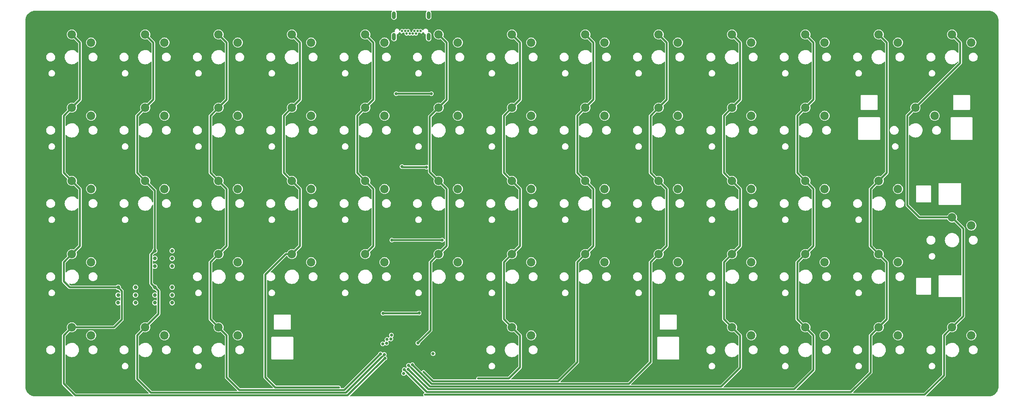
<source format=gbr>
%TF.GenerationSoftware,KiCad,Pcbnew,6.0.2-378541a8eb~116~ubuntu20.04.1*%
%TF.CreationDate,2022-02-22T21:10:33+00:00*%
%TF.ProjectId,Orthodox,4f727468-6f64-46f7-982e-6b696361645f,rev?*%
%TF.SameCoordinates,Original*%
%TF.FileFunction,Copper,L1,Top*%
%TF.FilePolarity,Positive*%
%FSLAX46Y46*%
G04 Gerber Fmt 4.6, Leading zero omitted, Abs format (unit mm)*
G04 Created by KiCad (PCBNEW 6.0.2-378541a8eb~116~ubuntu20.04.1) date 2022-02-22 21:10:33*
%MOMM*%
%LPD*%
G01*
G04 APERTURE LIST*
%TA.AperFunction,ComponentPad*%
%ADD10C,2.200000*%
%TD*%
%TA.AperFunction,ComponentPad*%
%ADD11C,1.000000*%
%TD*%
%TA.AperFunction,ComponentPad*%
%ADD12C,0.650000*%
%TD*%
%TA.AperFunction,ComponentPad*%
%ADD13O,1.000000X2.000000*%
%TD*%
%TA.AperFunction,ViaPad*%
%ADD14C,0.800000*%
%TD*%
%TA.AperFunction,Conductor*%
%ADD15C,0.500000*%
%TD*%
%TA.AperFunction,Conductor*%
%ADD16C,0.400000*%
%TD*%
G04 APERTURE END LIST*
D10*
%TO.P,SW51,1,1*%
%TO.N,COL0*%
X92250000Y-165030000D03*
%TO.P,SW51,2,2*%
%TO.N,Net-(D59-Pad2)*%
X97250000Y-167130000D03*
%TD*%
%TO.P,SW2,1,1*%
%TO.N,COL1*%
X111300000Y-88830000D03*
%TO.P,SW2,2,2*%
%TO.N,Net-(D6-Pad2)*%
X116300000Y-90930000D03*
%TD*%
%TO.P,SW3,1,1*%
%TO.N,COL2*%
X130350000Y-88830000D03*
%TO.P,SW3,2,2*%
%TO.N,Net-(D11-Pad2)*%
X135350000Y-90930000D03*
%TD*%
%TO.P,SW4,1,1*%
%TO.N,COL3*%
X149400000Y-88830000D03*
%TO.P,SW4,2,2*%
%TO.N,Net-(D16-Pad2)*%
X154400000Y-90930000D03*
%TD*%
%TO.P,SW5,1,1*%
%TO.N,COL4*%
X168450000Y-88830000D03*
%TO.P,SW5,2,2*%
%TO.N,Net-(D21-Pad2)*%
X173450000Y-90930000D03*
%TD*%
%TO.P,SW6,1,1*%
%TO.N,COL5*%
X187500000Y-88830000D03*
%TO.P,SW6,2,2*%
%TO.N,Net-(D26-Pad2)*%
X192500000Y-90930000D03*
%TD*%
%TO.P,SW7,1,1*%
%TO.N,COL6*%
X206550000Y-88830000D03*
%TO.P,SW7,2,2*%
%TO.N,Net-(D30-Pad2)*%
X211550000Y-90930000D03*
%TD*%
%TO.P,SW8,1,1*%
%TO.N,COL7*%
X225600000Y-88830000D03*
%TO.P,SW8,2,2*%
%TO.N,Net-(D34-Pad2)*%
X230600000Y-90930000D03*
%TD*%
%TO.P,SW9,1,1*%
%TO.N,COL8*%
X244650000Y-88830000D03*
%TO.P,SW9,2,2*%
%TO.N,Net-(D38-Pad2)*%
X249650000Y-90930000D03*
%TD*%
%TO.P,SW10,1,1*%
%TO.N,COL9*%
X263700000Y-88830000D03*
%TO.P,SW10,2,2*%
%TO.N,Net-(D42-Pad2)*%
X268700000Y-90930000D03*
%TD*%
%TO.P,SW11,1,1*%
%TO.N,COL10*%
X282750000Y-88830000D03*
%TO.P,SW11,2,2*%
%TO.N,Net-(D47-Pad2)*%
X287750000Y-90930000D03*
%TD*%
%TO.P,SW12,1,1*%
%TO.N,COL11*%
X301800000Y-88830000D03*
%TO.P,SW12,2,2*%
%TO.N,Net-(D52-Pad2)*%
X306800000Y-90930000D03*
%TD*%
%TO.P,SW15,1,1*%
%TO.N,COL1*%
X111300000Y-107880000D03*
%TO.P,SW15,2,2*%
%TO.N,Net-(D7-Pad2)*%
X116300000Y-109980000D03*
%TD*%
%TO.P,SW16,1,1*%
%TO.N,COL2*%
X130350000Y-107880000D03*
%TO.P,SW16,2,2*%
%TO.N,Net-(D12-Pad2)*%
X135350000Y-109980000D03*
%TD*%
%TO.P,SW17,1,1*%
%TO.N,COL3*%
X149400000Y-107880000D03*
%TO.P,SW17,2,2*%
%TO.N,Net-(D17-Pad2)*%
X154400000Y-109980000D03*
%TD*%
%TO.P,SW18,1,1*%
%TO.N,COL4*%
X168450000Y-107880000D03*
%TO.P,SW18,2,2*%
%TO.N,Net-(D22-Pad2)*%
X173450000Y-109980000D03*
%TD*%
%TO.P,SW19,1,1*%
%TO.N,COL5*%
X187500000Y-107880000D03*
%TO.P,SW19,2,2*%
%TO.N,Net-(D27-Pad2)*%
X192500000Y-109980000D03*
%TD*%
%TO.P,SW20,1,1*%
%TO.N,COL6*%
X206550000Y-107880000D03*
%TO.P,SW20,2,2*%
%TO.N,Net-(D31-Pad2)*%
X211550000Y-109980000D03*
%TD*%
%TO.P,SW21,1,1*%
%TO.N,COL7*%
X225600000Y-107880000D03*
%TO.P,SW21,2,2*%
%TO.N,Net-(D35-Pad2)*%
X230600000Y-109980000D03*
%TD*%
%TO.P,SW22,1,1*%
%TO.N,COL8*%
X244650000Y-107880000D03*
%TO.P,SW22,2,2*%
%TO.N,Net-(D39-Pad2)*%
X249650000Y-109980000D03*
%TD*%
%TO.P,SW23,1,1*%
%TO.N,COL9*%
X263700000Y-107880000D03*
%TO.P,SW23,2,2*%
%TO.N,Net-(D43-Pad2)*%
X268700000Y-109980000D03*
%TD*%
%TO.P,SW27,1,1*%
%TO.N,COL1*%
X111300000Y-126930000D03*
%TO.P,SW27,2,2*%
%TO.N,Net-(D8-Pad2)*%
X116300000Y-129030000D03*
%TD*%
%TO.P,SW29,1,1*%
%TO.N,COL3*%
X149400000Y-126930000D03*
%TO.P,SW29,2,2*%
%TO.N,Net-(D18-Pad2)*%
X154400000Y-129030000D03*
%TD*%
%TO.P,SW30,1,1*%
%TO.N,COL4*%
X168450000Y-126930000D03*
%TO.P,SW30,2,2*%
%TO.N,Net-(D23-Pad2)*%
X173450000Y-129030000D03*
%TD*%
%TO.P,SW31,1,1*%
%TO.N,COL5*%
X187500000Y-126930000D03*
%TO.P,SW31,2,2*%
%TO.N,Net-(D28-Pad2)*%
X192500000Y-129030000D03*
%TD*%
%TO.P,SW32,1,1*%
%TO.N,COL6*%
X206550000Y-126930000D03*
%TO.P,SW32,2,2*%
%TO.N,Net-(D32-Pad2)*%
X211550000Y-129030000D03*
%TD*%
%TO.P,SW33,1,1*%
%TO.N,COL7*%
X225600000Y-126930000D03*
%TO.P,SW33,2,2*%
%TO.N,Net-(D36-Pad2)*%
X230600000Y-129030000D03*
%TD*%
%TO.P,SW34,1,1*%
%TO.N,COL8*%
X244650000Y-126930000D03*
%TO.P,SW34,2,2*%
%TO.N,Net-(D40-Pad2)*%
X249650000Y-129030000D03*
%TD*%
%TO.P,SW35,1,1*%
%TO.N,COL9*%
X263700000Y-126930000D03*
%TO.P,SW35,2,2*%
%TO.N,Net-(D44-Pad2)*%
X268700000Y-129030000D03*
%TD*%
%TO.P,SW36,1,1*%
%TO.N,COL10*%
X282750000Y-126930000D03*
%TO.P,SW36,2,2*%
%TO.N,Net-(D49-Pad2)*%
X287750000Y-129030000D03*
%TD*%
%TO.P,SW38,1,1*%
%TO.N,COL12*%
X320850000Y-136455000D03*
%TO.P,SW38,2,2*%
%TO.N,Net-(D58-Pad2)*%
X325850000Y-138555000D03*
%TD*%
%TO.P,SW42,1,1*%
%TO.N,COL3*%
X149400000Y-145980000D03*
%TO.P,SW42,2,2*%
%TO.N,Net-(D19-Pad2)*%
X154400000Y-148080000D03*
%TD*%
%TO.P,SW44,1,1*%
%TO.N,COL5*%
X187500000Y-145980000D03*
%TO.P,SW44,2,2*%
%TO.N,Net-(D29-Pad2)*%
X192500000Y-148080000D03*
%TD*%
%TO.P,SW45,1,1*%
%TO.N,COL6*%
X206550000Y-145980000D03*
%TO.P,SW45,2,2*%
%TO.N,Net-(D33-Pad2)*%
X211550000Y-148080000D03*
%TD*%
%TO.P,SW46,1,1*%
%TO.N,COL7*%
X225600000Y-145980000D03*
%TO.P,SW46,2,2*%
%TO.N,Net-(D37-Pad2)*%
X230600000Y-148080000D03*
%TD*%
%TO.P,SW47,1,1*%
%TO.N,COL8*%
X244650000Y-145980000D03*
%TO.P,SW47,2,2*%
%TO.N,Net-(D41-Pad2)*%
X249650000Y-148080000D03*
%TD*%
%TO.P,SW48,1,1*%
%TO.N,COL9*%
X263700000Y-145980000D03*
%TO.P,SW48,2,2*%
%TO.N,Net-(D45-Pad2)*%
X268700000Y-148080000D03*
%TD*%
%TO.P,SW49,1,1*%
%TO.N,COL10*%
X282750000Y-145980000D03*
%TO.P,SW49,2,2*%
%TO.N,Net-(D50-Pad2)*%
X287750000Y-148080000D03*
%TD*%
D11*
%TO.P,SW53,1,1*%
%TO.N,COL0*%
X104290000Y-154632500D03*
%TO.P,SW53,2,2*%
%TO.N,Net-(D10-Pad2)*%
X104290000Y-156632500D03*
%TO.P,SW53,3*%
%TO.N,N/C*%
X104280000Y-158632500D03*
%TO.P,SW53,4*%
X108780000Y-154632500D03*
%TO.P,SW53,5*%
X108780000Y-156632500D03*
%TO.P,SW53,6*%
X108780000Y-158632500D03*
%TD*%
D10*
%TO.P,SW58,1,1*%
%TO.N,COL10*%
X282750000Y-165030000D03*
%TO.P,SW58,2,2*%
%TO.N,Net-(D51-Pad2)*%
X287750000Y-167130000D03*
%TD*%
%TO.P,SW59,1,1*%
%TO.N,COL11*%
X301800000Y-165030000D03*
%TO.P,SW59,2,2*%
%TO.N,Net-(D55-Pad2)*%
X306800000Y-167130000D03*
%TD*%
%TO.P,SW28,1,1*%
%TO.N,COL2*%
X130350000Y-126930000D03*
%TO.P,SW28,2,2*%
%TO.N,Net-(D13-Pad2)*%
X135350000Y-129030000D03*
%TD*%
%TO.P,SW1,1,1*%
%TO.N,COL0*%
X92250000Y-88830000D03*
%TO.P,SW1,2,2*%
%TO.N,Net-(D1-Pad2)*%
X97250000Y-90930000D03*
%TD*%
%TO.P,SW13,1,1*%
%TO.N,COL12*%
X320850000Y-88830000D03*
%TO.P,SW13,2,2*%
%TO.N,Net-(D56-Pad2)*%
X325850000Y-90930000D03*
%TD*%
%TO.P,SW14,1,1*%
%TO.N,COL0*%
X92250000Y-107880000D03*
%TO.P,SW14,2,2*%
%TO.N,Net-(D2-Pad2)*%
X97250000Y-109980000D03*
%TD*%
%TO.P,SW25,1,1*%
%TO.N,COL12*%
X311325000Y-107880000D03*
%TO.P,SW25,2,2*%
%TO.N,Net-(D57-Pad2)*%
X316325000Y-109980000D03*
%TD*%
%TO.P,SW24,1,1*%
%TO.N,COL10*%
X282750000Y-107880000D03*
%TO.P,SW24,2,2*%
%TO.N,Net-(D48-Pad2)*%
X287750000Y-109980000D03*
%TD*%
%TO.P,SW26,1,1*%
%TO.N,COL0*%
X92250000Y-126930000D03*
%TO.P,SW26,2,2*%
%TO.N,Net-(D3-Pad2)*%
X97250000Y-129030000D03*
%TD*%
%TO.P,SW37,1,1*%
%TO.N,COL11*%
X301800000Y-126930000D03*
%TO.P,SW37,2,2*%
%TO.N,Net-(D53-Pad2)*%
X306800000Y-129030000D03*
%TD*%
%TO.P,SW39,1,1*%
%TO.N,COL0*%
X92250000Y-145980000D03*
%TO.P,SW39,2,2*%
%TO.N,Net-(D4-Pad2)*%
X97250000Y-148080000D03*
%TD*%
%TO.P,SW50,1,1*%
%TO.N,COL11*%
X301800000Y-145980000D03*
%TO.P,SW50,2,2*%
%TO.N,Net-(D54-Pad2)*%
X306800000Y-148080000D03*
%TD*%
%TO.P,SW43,1,1*%
%TO.N,COL4*%
X168450000Y-145980000D03*
%TO.P,SW43,2,2*%
%TO.N,Net-(D24-Pad2)*%
X173450000Y-148080000D03*
%TD*%
%TO.P,SW41,1,1*%
%TO.N,COL2*%
X130350000Y-145980000D03*
%TO.P,SW41,2,2*%
%TO.N,Net-(D14-Pad2)*%
X135350000Y-148080000D03*
%TD*%
%TO.P,SW55,1,1*%
%TO.N,COL2*%
X130350000Y-165030000D03*
%TO.P,SW55,2,2*%
%TO.N,Net-(D20-Pad2)*%
X135350000Y-167130000D03*
%TD*%
%TO.P,SW52,1,1*%
%TO.N,COL1*%
X111300000Y-165030000D03*
%TO.P,SW52,2,2*%
%TO.N,Net-(D5-Pad2)*%
X116300000Y-167130000D03*
%TD*%
%TO.P,SW57,1,1*%
%TO.N,COL9*%
X263700000Y-165030000D03*
%TO.P,SW57,2,2*%
%TO.N,Net-(D46-Pad2)*%
X268700000Y-167130000D03*
%TD*%
%TO.P,SW60,1,1*%
%TO.N,COL12*%
X320850000Y-165030000D03*
%TO.P,SW60,2,2*%
%TO.N,Net-(D60-Pad2)*%
X325850000Y-167130000D03*
%TD*%
D11*
%TO.P,SW40,1,1*%
%TO.N,COL1*%
X113812500Y-145107500D03*
%TO.P,SW40,2,2*%
%TO.N,Net-(D9-Pad2)*%
X113812500Y-147107500D03*
%TO.P,SW40,3*%
%TO.N,N/C*%
X113802500Y-149107500D03*
%TO.P,SW40,4*%
X118302500Y-145107500D03*
%TO.P,SW40,5*%
X118302500Y-147107500D03*
%TO.P,SW40,6*%
X118302500Y-149107500D03*
%TD*%
%TO.P,SW54,1,1*%
%TO.N,COL1*%
X113812500Y-154632500D03*
%TO.P,SW54,2,2*%
%TO.N,Net-(D15-Pad2)*%
X113812500Y-156632500D03*
%TO.P,SW54,3*%
%TO.N,N/C*%
X113802500Y-158632500D03*
%TO.P,SW54,4*%
X118302500Y-154632500D03*
%TO.P,SW54,5*%
X118302500Y-156632500D03*
%TO.P,SW54,6*%
X118302500Y-158632500D03*
%TD*%
D10*
%TO.P,SW56,1,1*%
%TO.N,COL6*%
X206550000Y-165030000D03*
%TO.P,SW56,2,2*%
%TO.N,Net-(D25-Pad2)*%
X211550000Y-167130000D03*
%TD*%
D12*
%TO.P,J1,B1,GND*%
%TO.N,GND*%
X183460000Y-88610000D03*
%TO.P,J1,B2*%
%TO.N,N/C*%
X182810000Y-87910000D03*
%TO.P,J1,B3*%
X182010000Y-87910000D03*
%TO.P,J1,B4,VBUS*%
%TO.N,+5V*%
X181610000Y-88610000D03*
%TO.P,J1,B5,CC2*%
%TO.N,unconnected-(J1-PadB5)*%
X181210000Y-87910000D03*
%TO.P,J1,B6,D+*%
%TO.N,D+*%
X180810000Y-88610000D03*
%TO.P,J1,B7,D-*%
%TO.N,D-*%
X180010000Y-88610000D03*
%TO.P,J1,B8,SBU2*%
%TO.N,unconnected-(J1-PadB8)*%
X179610000Y-87910000D03*
%TO.P,J1,B9,VBUS*%
%TO.N,+5V*%
X179210000Y-88610000D03*
%TO.P,J1,B10*%
%TO.N,N/C*%
X178810000Y-87910000D03*
%TO.P,J1,B11*%
X178010000Y-87910000D03*
%TO.P,J1,B12,GND*%
%TO.N,GND*%
X177360000Y-88610000D03*
D13*
%TO.P,J1,S1,SHIELD*%
%TO.N,unconnected-(J1-PadS1)*%
X175910000Y-89410000D03*
%TO.P,J1,S2*%
%TO.N,N/C*%
X184910000Y-89410000D03*
%TO.P,J1,S3*%
X175910000Y-83810000D03*
%TO.P,J1,S4*%
X184910000Y-83810000D03*
%TD*%
D14*
%TO.N,COL5*%
X182101415Y-169133090D03*
%TO.N,COL7*%
X186070000Y-171890000D03*
%TO.N,COL9*%
X179710466Y-174933209D03*
%TO.N,COL11*%
X178579298Y-176065974D03*
%TO.N,COL8*%
X180699829Y-174791200D03*
%TO.N,COL12*%
X178435006Y-177055006D03*
%TO.N,COL10*%
X179568458Y-175922570D03*
%TO.N,COL0*%
X173543115Y-173094143D03*
%TO.N,COL1*%
X173401107Y-172104782D03*
%TO.N,COL2*%
X172411744Y-171962772D03*
%TO.N,COL4*%
X173966793Y-169189532D03*
%TO.N,unconnected-(U1-Pad39)*%
X175098163Y-168058161D03*
%TO.N,COL3*%
X172977430Y-169331542D03*
%TO.N,unconnected-(U1-Pad38)*%
X174108800Y-168200171D03*
%TO.N,unconnected-(U1-Pad40)*%
X175240171Y-167068800D03*
%TO.N,ROW1*%
X176480000Y-104230000D03*
X185630000Y-104230000D03*
%TO.N,ROW3*%
X175350000Y-142360000D03*
X188410000Y-142350000D03*
%TO.N,ROW4*%
X182439372Y-161343444D03*
X173060000Y-161410000D03*
%TO.N,ROW2*%
X178010000Y-123220000D03*
X184350000Y-123350000D03*
%TD*%
D15*
%TO.N,ROW4*%
X173060000Y-161410000D02*
X182372816Y-161410000D01*
X182372816Y-161410000D02*
X182439372Y-161343444D01*
%TO.N,COL5*%
X187500000Y-145980000D02*
X185396479Y-148083521D01*
X185396479Y-148083521D02*
X185396479Y-165838026D01*
X185396479Y-165838026D02*
X182101415Y-169133090D01*
%TO.N,ROW3*%
X188410000Y-142350000D02*
X175360000Y-142350000D01*
X175360000Y-142350000D02*
X175350000Y-142360000D01*
%TO.N,ROW1*%
X176480000Y-104230000D02*
X185630000Y-104230000D01*
%TO.N,ROW2*%
X184350000Y-123350000D02*
X178140000Y-123350000D01*
X178140000Y-123350000D02*
X178010000Y-123220000D01*
%TO.N,COL7*%
X225600000Y-145980000D02*
X223496479Y-148083521D01*
X223496479Y-148083521D02*
X223496479Y-174133521D01*
X218567109Y-179062891D02*
X186032891Y-179062891D01*
X223496479Y-174133521D02*
X218567109Y-179062891D01*
X186032891Y-179062891D02*
X183570000Y-176600000D01*
%TO.N,COL8*%
X244650000Y-145980000D02*
X242546479Y-148083521D01*
X242546479Y-148083521D02*
X242546479Y-174113521D01*
X242546479Y-174113521D02*
X236897589Y-179762411D01*
X236897589Y-179762411D02*
X185671040Y-179762411D01*
X185671040Y-179762411D02*
X180699829Y-174791200D01*
D16*
%TO.N,COL9*%
X179710466Y-174933209D02*
X179711158Y-174933209D01*
X179711158Y-174933209D02*
X180348975Y-175571026D01*
D15*
X180350000Y-175570000D02*
X185241931Y-180461931D01*
X185241931Y-180461931D02*
X260900000Y-180461931D01*
X260900000Y-180461931D02*
X265803521Y-175558410D01*
X265803521Y-175558410D02*
X265803521Y-167133521D01*
X265803521Y-167133521D02*
X263700000Y-165030000D01*
%TO.N,COL10*%
X179568458Y-175922570D02*
X184807339Y-181161451D01*
X184807339Y-181161451D02*
X279853521Y-181161451D01*
X279853521Y-181161451D02*
X284853521Y-176161451D01*
X284853521Y-167133521D02*
X282750000Y-165030000D01*
X284853521Y-176161451D02*
X284853521Y-167133521D01*
%TO.N,COL11*%
X301800000Y-165030000D02*
X299696479Y-167133521D01*
X191200000Y-181861060D02*
X184381060Y-181861060D01*
X184381060Y-181861060D02*
X179220000Y-176700000D01*
X299696479Y-167133521D02*
X299696479Y-176764515D01*
X299696479Y-176764515D02*
X294600000Y-181860994D01*
X294600000Y-181860994D02*
X191200066Y-181860994D01*
X191200066Y-181860994D02*
X191200000Y-181861060D01*
D16*
X178579298Y-176065974D02*
X178581182Y-176065974D01*
X178581182Y-176065974D02*
X179217604Y-176702396D01*
D15*
%TO.N,COL12*%
X320850000Y-165030000D02*
X318746479Y-167133521D01*
X294889684Y-182560580D02*
X183940580Y-182560580D01*
X318746479Y-167133521D02*
X318746479Y-177560496D01*
X318746479Y-177560496D02*
X313746483Y-182560492D01*
X313746483Y-182560492D02*
X294889772Y-182560492D01*
X294889772Y-182560492D02*
X294889684Y-182560580D01*
%TO.N,COL3*%
X149400000Y-145980000D02*
X147815120Y-145980000D01*
X142496479Y-178078399D02*
X145075000Y-180656920D01*
X147815120Y-145980000D02*
X142496479Y-151298641D01*
X142496479Y-151298641D02*
X142496479Y-178078399D01*
X145075000Y-180656920D02*
X161652052Y-180656920D01*
%TO.N,COL2*%
X130350000Y-165030000D02*
X132453521Y-167133521D01*
X132453521Y-167133521D02*
X132453521Y-178073521D01*
X132453521Y-178073521D02*
X135736440Y-181356440D01*
X135736440Y-181356440D02*
X163018076Y-181356440D01*
X163018076Y-181356440D02*
X172411744Y-171962772D01*
%TO.N,COL1*%
X111300000Y-165030000D02*
X109196479Y-167133521D01*
X109196479Y-167133521D02*
X109196479Y-178466479D01*
X112785960Y-182055960D02*
X163444040Y-182055960D01*
X109196479Y-178466479D02*
X112785960Y-182055960D01*
X163444040Y-182055960D02*
X172760000Y-172740000D01*
D16*
X173401107Y-172104782D02*
X173400414Y-172104782D01*
X173400414Y-172104782D02*
X172762598Y-172742598D01*
D15*
%TO.N,COL0*%
X92250000Y-165030000D02*
X90146479Y-167133521D01*
X90146479Y-167133521D02*
X90146479Y-179716479D01*
X90146479Y-179716479D02*
X93185480Y-182755480D01*
X93185480Y-182755480D02*
X163881778Y-182755480D01*
X163881778Y-182755480D02*
X173543115Y-173094143D01*
%TO.N,COL2*%
X130350000Y-145980000D02*
X128246479Y-148083521D01*
X128246479Y-148083521D02*
X128246479Y-162926479D01*
X128246479Y-162926479D02*
X130350000Y-165030000D01*
%TO.N,COL0*%
X104290000Y-154632500D02*
X105260000Y-155602500D01*
X105260000Y-155602500D02*
X105260000Y-162970000D01*
X105260000Y-162970000D02*
X103200000Y-165030000D01*
X103200000Y-165030000D02*
X92250000Y-165030000D01*
%TO.N,COL1*%
X113812500Y-154632500D02*
X114762011Y-155582011D01*
X114762011Y-155582011D02*
X114762011Y-161567989D01*
X114762011Y-161567989D02*
X111300000Y-165030000D01*
X112852989Y-153672989D02*
X113812500Y-154632500D01*
X112852989Y-146067011D02*
X112852989Y-153672989D01*
X113812500Y-145107500D02*
X112852989Y-146067011D01*
%TO.N,COL0*%
X92250000Y-145980000D02*
X90146479Y-148083521D01*
X90146479Y-148083521D02*
X90146479Y-153076479D01*
X90146479Y-153076479D02*
X91702500Y-154632500D01*
X91702500Y-154632500D02*
X104290000Y-154632500D01*
%TO.N,COL6*%
X205740000Y-178363371D02*
X197700000Y-178363371D01*
X206550000Y-165030000D02*
X208653521Y-167133521D01*
X208653521Y-167133521D02*
X208653521Y-175449850D01*
X208653521Y-175449850D02*
X205740000Y-178363371D01*
X206550000Y-145980000D02*
X204446479Y-148083521D01*
X204446479Y-162926479D02*
X206550000Y-165030000D01*
X204446479Y-148083521D02*
X204446479Y-162926479D01*
%TO.N,COL11*%
X301800000Y-145980000D02*
X303903521Y-148083521D01*
X303903521Y-148083521D02*
X303903521Y-162926479D01*
X303903521Y-162926479D02*
X301800000Y-165030000D01*
%TO.N,COL10*%
X282750000Y-145980000D02*
X280646479Y-148083521D01*
X280646479Y-148083521D02*
X280646479Y-162926479D01*
X280646479Y-162926479D02*
X282750000Y-165030000D01*
%TO.N,COL9*%
X263700000Y-145980000D02*
X261596479Y-148083521D01*
X261596479Y-148083521D02*
X261596479Y-162926479D01*
X261596479Y-162926479D02*
X263700000Y-165030000D01*
%TO.N,COL12*%
X320850000Y-136455000D02*
X323760000Y-139365000D01*
X323760000Y-139365000D02*
X323760000Y-162120000D01*
X323760000Y-162120000D02*
X320850000Y-165030000D01*
X311325000Y-107880000D02*
X309221479Y-109983521D01*
X309221479Y-109983521D02*
X309221479Y-133281479D01*
X309221479Y-133281479D02*
X312395000Y-136455000D01*
X312395000Y-136455000D02*
X320850000Y-136455000D01*
X320850000Y-88830000D02*
X322953521Y-90933521D01*
X322953521Y-90933521D02*
X322953521Y-96251479D01*
X322953521Y-96251479D02*
X311325000Y-107880000D01*
%TO.N,COL11*%
X301800000Y-126930000D02*
X299696479Y-129033521D01*
X299696479Y-129033521D02*
X299696479Y-143876479D01*
X299696479Y-143876479D02*
X301800000Y-145980000D01*
X301800000Y-88830000D02*
X303903521Y-90933521D01*
X303903521Y-90933521D02*
X303903521Y-124826479D01*
X303903521Y-124826479D02*
X301800000Y-126930000D01*
%TO.N,COL10*%
X282750000Y-107880000D02*
X284853521Y-105776479D01*
X284853521Y-105776479D02*
X284853521Y-90933521D01*
X284853521Y-90933521D02*
X282750000Y-88830000D01*
X282750000Y-126930000D02*
X280646479Y-124826479D01*
X280646479Y-124826479D02*
X280646479Y-109983521D01*
X280646479Y-109983521D02*
X282750000Y-107880000D01*
X282750000Y-145980000D02*
X284853521Y-143876479D01*
X284853521Y-143876479D02*
X284853521Y-129033521D01*
X284853521Y-129033521D02*
X282750000Y-126930000D01*
%TO.N,COL9*%
X263700000Y-126930000D02*
X265803521Y-129033521D01*
X265803521Y-129033521D02*
X265803521Y-143876479D01*
X265803521Y-143876479D02*
X263700000Y-145980000D01*
X263700000Y-107880000D02*
X261596479Y-109983521D01*
X261596479Y-109983521D02*
X261596479Y-124826479D01*
X261596479Y-124826479D02*
X263700000Y-126930000D01*
X263700000Y-88830000D02*
X265803521Y-90933521D01*
X265803521Y-90933521D02*
X265803521Y-105776479D01*
X265803521Y-105776479D02*
X263700000Y-107880000D01*
%TO.N,COL8*%
X244650000Y-107880000D02*
X246753521Y-105776479D01*
X246753521Y-90933521D02*
X244650000Y-88830000D01*
X246753521Y-105776479D02*
X246753521Y-90933521D01*
X244650000Y-126930000D02*
X242546479Y-124826479D01*
X242546479Y-124826479D02*
X242546479Y-109983521D01*
X242546479Y-109983521D02*
X244650000Y-107880000D01*
X244650000Y-145980000D02*
X246753521Y-143876479D01*
X246753521Y-143876479D02*
X246753521Y-129033521D01*
X246753521Y-129033521D02*
X244650000Y-126930000D01*
%TO.N,COL7*%
X225600000Y-126930000D02*
X227703521Y-129033521D01*
X227703521Y-129033521D02*
X227703521Y-143876479D01*
X227703521Y-143876479D02*
X225600000Y-145980000D01*
X225600000Y-107880000D02*
X223496479Y-109983521D01*
X223496479Y-109983521D02*
X223496479Y-124826479D01*
X223496479Y-124826479D02*
X225600000Y-126930000D01*
X225600000Y-88830000D02*
X227703521Y-90933521D01*
X227703521Y-90933521D02*
X227703521Y-105776479D01*
X227703521Y-105776479D02*
X225600000Y-107880000D01*
%TO.N,COL6*%
X206550000Y-107880000D02*
X208653521Y-105776479D01*
X208653521Y-105776479D02*
X208653521Y-90933521D01*
X208653521Y-90933521D02*
X206550000Y-88830000D01*
X206550000Y-126930000D02*
X204446479Y-124826479D01*
X204446479Y-124826479D02*
X204446479Y-109983521D01*
X204446479Y-109983521D02*
X206550000Y-107880000D01*
X206550000Y-145980000D02*
X208653521Y-143876479D01*
X208653521Y-143876479D02*
X208653521Y-129033521D01*
X208653521Y-129033521D02*
X206550000Y-126930000D01*
%TO.N,COL5*%
X187500000Y-126930000D02*
X189603521Y-129033521D01*
X189603521Y-143876479D02*
X187500000Y-145980000D01*
X189603521Y-129033521D02*
X189603521Y-143876479D01*
X187500000Y-107880000D02*
X185199511Y-110180489D01*
X185199511Y-110180489D02*
X185199511Y-124629511D01*
X185199511Y-124629511D02*
X187500000Y-126930000D01*
X187500000Y-88830000D02*
X189603521Y-90933521D01*
X189603521Y-90933521D02*
X189603521Y-105776479D01*
X189603521Y-105776479D02*
X187500000Y-107880000D01*
%TO.N,COL4*%
X168450000Y-107880000D02*
X170553521Y-105776479D01*
X170553521Y-105776479D02*
X170553521Y-90933521D01*
X170553521Y-90933521D02*
X168450000Y-88830000D01*
X168450000Y-126930000D02*
X166346479Y-124826479D01*
X166346479Y-124826479D02*
X166346479Y-109983521D01*
X166346479Y-109983521D02*
X168450000Y-107880000D01*
X168450000Y-145980000D02*
X170553521Y-143876479D01*
X170553521Y-143876479D02*
X170553521Y-129033521D01*
X170553521Y-129033521D02*
X168450000Y-126930000D01*
%TO.N,COL3*%
X149400000Y-126930000D02*
X151503521Y-129033521D01*
X151503521Y-129033521D02*
X151503521Y-143876479D01*
X151503521Y-143876479D02*
X149400000Y-145980000D01*
X149400000Y-107880000D02*
X147296479Y-109983521D01*
X147296479Y-109983521D02*
X147296479Y-124826479D01*
X147296479Y-124826479D02*
X149400000Y-126930000D01*
X149400000Y-88830000D02*
X151503521Y-90933521D01*
X151503521Y-90933521D02*
X151503521Y-105776479D01*
X151503521Y-105776479D02*
X149400000Y-107880000D01*
%TO.N,COL2*%
X130350000Y-107880000D02*
X132453521Y-105776479D01*
X132453521Y-105776479D02*
X132453521Y-90933521D01*
X132453521Y-90933521D02*
X130350000Y-88830000D01*
X130350000Y-126930000D02*
X128246479Y-124826479D01*
X128246479Y-124826479D02*
X128246479Y-109983521D01*
X128246479Y-109983521D02*
X130350000Y-107880000D01*
X130350000Y-145980000D02*
X132453521Y-143876479D01*
X132453521Y-143876479D02*
X132453521Y-129033521D01*
X132453521Y-129033521D02*
X130350000Y-126930000D01*
%TO.N,COL1*%
X111300000Y-126930000D02*
X113812500Y-129442500D01*
X113812500Y-129442500D02*
X113812500Y-145107500D01*
X111300000Y-107880000D02*
X109196479Y-109983521D01*
X109196479Y-109983521D02*
X109196479Y-124826479D01*
X109196479Y-124826479D02*
X111300000Y-126930000D01*
X111300000Y-88830000D02*
X113403521Y-90933521D01*
X113403521Y-90933521D02*
X113403521Y-105776479D01*
X113403521Y-105776479D02*
X111300000Y-107880000D01*
%TO.N,COL0*%
X92250000Y-126930000D02*
X94353521Y-129033521D01*
X94353521Y-129033521D02*
X94353521Y-143876479D01*
X94353521Y-143876479D02*
X92250000Y-145980000D01*
X92250000Y-107880000D02*
X90146479Y-109983521D01*
X90146479Y-109983521D02*
X90146479Y-124826479D01*
X90146479Y-124826479D02*
X92250000Y-126930000D01*
X92250000Y-88830000D02*
X94353521Y-90933521D01*
X94353521Y-90933521D02*
X94353521Y-105776479D01*
X94353521Y-105776479D02*
X92250000Y-107880000D01*
X92250000Y-165190000D02*
X91800000Y-165190000D01*
X92450001Y-164989999D02*
X92250000Y-165190000D01*
%TD*%
%TA.AperFunction,Conductor*%
%TO.N,GND*%
G36*
X330355274Y-82656953D02*
G01*
X330360813Y-82656963D01*
X330374642Y-82660143D01*
X330388482Y-82657012D01*
X330402669Y-82657037D01*
X330402668Y-82657657D01*
X330410557Y-82656997D01*
X330653449Y-82670637D01*
X330667481Y-82672218D01*
X330801470Y-82694984D01*
X330935453Y-82717749D01*
X330949228Y-82720893D01*
X331210414Y-82796139D01*
X331223751Y-82800806D01*
X331313138Y-82837831D01*
X331474871Y-82904823D01*
X331487594Y-82910950D01*
X331606782Y-82976823D01*
X331725490Y-83042431D01*
X331737453Y-83049948D01*
X331959125Y-83207232D01*
X331970173Y-83216042D01*
X332172847Y-83397162D01*
X332182838Y-83407153D01*
X332363958Y-83609827D01*
X332372768Y-83620875D01*
X332530052Y-83842547D01*
X332537569Y-83854510D01*
X332669048Y-84092402D01*
X332675179Y-84105133D01*
X332779194Y-84356249D01*
X332783861Y-84369586D01*
X332859107Y-84630772D01*
X332862251Y-84644547D01*
X332883633Y-84770392D01*
X332904572Y-84893625D01*
X332907781Y-84912514D01*
X332909363Y-84926551D01*
X332914056Y-85010121D01*
X332922971Y-85168873D01*
X332922310Y-85176624D01*
X332923061Y-85176625D01*
X332923036Y-85190815D01*
X332919857Y-85204642D01*
X332922988Y-85218481D01*
X332922980Y-85223370D01*
X332925000Y-85241448D01*
X332924993Y-116184985D01*
X332924980Y-180418065D01*
X332923047Y-180435095D01*
X332923037Y-180440813D01*
X332919857Y-180454642D01*
X332922988Y-180468481D01*
X332922963Y-180482669D01*
X332922343Y-180482668D01*
X332923003Y-180490557D01*
X332911653Y-180692665D01*
X332909363Y-180733445D01*
X332907782Y-180747481D01*
X332901268Y-180785816D01*
X332862251Y-181015453D01*
X332859107Y-181029228D01*
X332783861Y-181290414D01*
X332779194Y-181303751D01*
X332675179Y-181554867D01*
X332669050Y-181567594D01*
X332648122Y-181605460D01*
X332537569Y-181805490D01*
X332530052Y-181817453D01*
X332372768Y-182039125D01*
X332363959Y-182050172D01*
X332272784Y-182152197D01*
X332182838Y-182252847D01*
X332172847Y-182262838D01*
X331970173Y-182443958D01*
X331959125Y-182452768D01*
X331737453Y-182610052D01*
X331725490Y-182617569D01*
X331632893Y-182668746D01*
X331487594Y-182749050D01*
X331474871Y-182755177D01*
X331420916Y-182777526D01*
X331223751Y-182859194D01*
X331210414Y-182863861D01*
X330949228Y-182939107D01*
X330935453Y-182942251D01*
X330849990Y-182956772D01*
X330667481Y-182987782D01*
X330653449Y-182989363D01*
X330411126Y-183002971D01*
X330403376Y-183002310D01*
X330403375Y-183003061D01*
X330389185Y-183003036D01*
X330375358Y-182999857D01*
X330361519Y-183002988D01*
X330356630Y-183002980D01*
X330338552Y-183005000D01*
X314243268Y-183005000D01*
X314175147Y-182984998D01*
X314128654Y-182931342D01*
X314118550Y-182861068D01*
X314148044Y-182796488D01*
X314154173Y-182789905D01*
X319040829Y-177903249D01*
X319051918Y-177893395D01*
X319071188Y-177878203D01*
X319071190Y-177878201D01*
X319078589Y-177872368D01*
X319111941Y-177824111D01*
X319114236Y-177820899D01*
X319143519Y-177781254D01*
X319143520Y-177781253D01*
X319149113Y-177773680D01*
X319151506Y-177766864D01*
X319155610Y-177760927D01*
X319173305Y-177704977D01*
X319174550Y-177701246D01*
X319190875Y-177654759D01*
X319190875Y-177654757D01*
X319193998Y-177645865D01*
X319194280Y-177638677D01*
X319194291Y-177638618D01*
X319196459Y-177631766D01*
X319196979Y-177625159D01*
X319196979Y-177572480D01*
X319197076Y-177567533D01*
X319198947Y-177519914D01*
X319199317Y-177510502D01*
X319197433Y-177503396D01*
X319196979Y-177495152D01*
X319196979Y-172191717D01*
X319216981Y-172123596D01*
X319270637Y-172077103D01*
X319340911Y-172066999D01*
X319405491Y-172096493D01*
X319421382Y-172113022D01*
X319466302Y-172169191D01*
X319485658Y-172193395D01*
X319682327Y-172377113D01*
X319903457Y-172530516D01*
X320144416Y-172650391D01*
X320148750Y-172651812D01*
X320148753Y-172651813D01*
X320395823Y-172732807D01*
X320395829Y-172732808D01*
X320400156Y-172734227D01*
X320404647Y-172735007D01*
X320404648Y-172735007D01*
X320661538Y-172779611D01*
X320661546Y-172779612D01*
X320665319Y-172780267D01*
X320669156Y-172780458D01*
X320748777Y-172784422D01*
X320748785Y-172784422D01*
X320750348Y-172784500D01*
X320918374Y-172784500D01*
X320920642Y-172784335D01*
X320920654Y-172784335D01*
X321051457Y-172774844D01*
X321118425Y-172769985D01*
X321122880Y-172769001D01*
X321122883Y-172769001D01*
X321376770Y-172712947D01*
X321376772Y-172712946D01*
X321381226Y-172711963D01*
X321632900Y-172616613D01*
X321868172Y-172485931D01*
X322014842Y-172373996D01*
X322078491Y-172325421D01*
X322078495Y-172325417D01*
X322082116Y-172322654D01*
X322270249Y-172130203D01*
X322364156Y-172001188D01*
X322425942Y-171916304D01*
X322425947Y-171916297D01*
X322428630Y-171912610D01*
X322553941Y-171674433D01*
X322643557Y-171420662D01*
X322676477Y-171253637D01*
X322694720Y-171161083D01*
X322694721Y-171161077D01*
X322695601Y-171156611D01*
X322700849Y-171051195D01*
X322702354Y-171020969D01*
X325194128Y-171020969D01*
X325195107Y-171026666D01*
X325195107Y-171026667D01*
X325218204Y-171161083D01*
X325230061Y-171230087D01*
X325303501Y-171429154D01*
X325306453Y-171434115D01*
X325306453Y-171434116D01*
X325397504Y-171587159D01*
X325411988Y-171611505D01*
X325415794Y-171615845D01*
X325415797Y-171615849D01*
X325468987Y-171676500D01*
X325551890Y-171771032D01*
X325556425Y-171774607D01*
X325556426Y-171774608D01*
X325702800Y-171890000D01*
X325718520Y-171902393D01*
X325906299Y-172001188D01*
X326108938Y-172064109D01*
X326114675Y-172064788D01*
X326277530Y-172084064D01*
X326277535Y-172084064D01*
X326281216Y-172084500D01*
X326403827Y-172084500D01*
X326489635Y-172076615D01*
X326555538Y-172070560D01*
X326555541Y-172070559D01*
X326561292Y-172070031D01*
X326566849Y-172068464D01*
X326566853Y-172068463D01*
X326759949Y-172014004D01*
X326759951Y-172014003D01*
X326765508Y-172012436D01*
X326770684Y-172009884D01*
X326770688Y-172009882D01*
X326950628Y-171921145D01*
X326955809Y-171918590D01*
X326977500Y-171902393D01*
X327121197Y-171795089D01*
X327121198Y-171795088D01*
X327125821Y-171791636D01*
X327139113Y-171777257D01*
X327265931Y-171640066D01*
X327265933Y-171640063D01*
X327269850Y-171635826D01*
X327383074Y-171456377D01*
X327461700Y-171259300D01*
X327462825Y-171253643D01*
X327462827Y-171253637D01*
X327501967Y-171056863D01*
X327501967Y-171056859D01*
X327503094Y-171051195D01*
X327503566Y-171015187D01*
X327505796Y-170844813D01*
X327505872Y-170839031D01*
X327482565Y-170703389D01*
X327470918Y-170635610D01*
X327470918Y-170635609D01*
X327469939Y-170629913D01*
X327396499Y-170430846D01*
X327377398Y-170398740D01*
X327290968Y-170253463D01*
X327290966Y-170253460D01*
X327288012Y-170248495D01*
X327284206Y-170244155D01*
X327284203Y-170244151D01*
X327151917Y-170093309D01*
X327148110Y-170088968D01*
X327140214Y-170082743D01*
X326986014Y-169961181D01*
X326986012Y-169961179D01*
X326981480Y-169957607D01*
X326793701Y-169858812D01*
X326591062Y-169795891D01*
X326541029Y-169789969D01*
X326422470Y-169775936D01*
X326422465Y-169775936D01*
X326418784Y-169775500D01*
X326296173Y-169775500D01*
X326215672Y-169782897D01*
X326144462Y-169789440D01*
X326144459Y-169789441D01*
X326138708Y-169789969D01*
X326133151Y-169791536D01*
X326133147Y-169791537D01*
X325940051Y-169845996D01*
X325940049Y-169845997D01*
X325934492Y-169847564D01*
X325929316Y-169850116D01*
X325929312Y-169850118D01*
X325800937Y-169913426D01*
X325744191Y-169941410D01*
X325739565Y-169944864D01*
X325739564Y-169944865D01*
X325717714Y-169961181D01*
X325574179Y-170068364D01*
X325570265Y-170072598D01*
X325570263Y-170072600D01*
X325461856Y-170189875D01*
X325430150Y-170224174D01*
X325316926Y-170403623D01*
X325238300Y-170600700D01*
X325237175Y-170606357D01*
X325237173Y-170606363D01*
X325198033Y-170803137D01*
X325196906Y-170808805D01*
X325196830Y-170814580D01*
X325196830Y-170814584D01*
X325195931Y-170883258D01*
X325194128Y-171020969D01*
X322702354Y-171020969D01*
X322708755Y-170892383D01*
X322708755Y-170892377D01*
X322708982Y-170887814D01*
X322683421Y-170619900D01*
X322638486Y-170436262D01*
X322620539Y-170362920D01*
X322619453Y-170358482D01*
X322518417Y-170109037D01*
X322420268Y-169941410D01*
X322384741Y-169880735D01*
X322384740Y-169880734D01*
X322382431Y-169876790D01*
X322248279Y-169709041D01*
X322217194Y-169670171D01*
X322217193Y-169670169D01*
X322214342Y-169666605D01*
X322017673Y-169482887D01*
X321796543Y-169329484D01*
X321555584Y-169209609D01*
X321551250Y-169208188D01*
X321551247Y-169208187D01*
X321304177Y-169127193D01*
X321304171Y-169127192D01*
X321299844Y-169125773D01*
X321294828Y-169124902D01*
X321038462Y-169080389D01*
X321038454Y-169080388D01*
X321034681Y-169079733D01*
X321024718Y-169079237D01*
X320951223Y-169075578D01*
X320951215Y-169075578D01*
X320949652Y-169075500D01*
X320781626Y-169075500D01*
X320779358Y-169075665D01*
X320779346Y-169075665D01*
X320648543Y-169085156D01*
X320581575Y-169090015D01*
X320577120Y-169090999D01*
X320577117Y-169090999D01*
X320323230Y-169147053D01*
X320323228Y-169147054D01*
X320318774Y-169148037D01*
X320067100Y-169243387D01*
X320063114Y-169245601D01*
X320063112Y-169245602D01*
X319835821Y-169371851D01*
X319831828Y-169374069D01*
X319828196Y-169376841D01*
X319621509Y-169534579D01*
X319621505Y-169534583D01*
X319617884Y-169537346D01*
X319429751Y-169729797D01*
X319424942Y-169736404D01*
X319424849Y-169736532D01*
X319368588Y-169779836D01*
X319297846Y-169785848D01*
X319235084Y-169752660D01*
X319200228Y-169690809D01*
X319196979Y-169662380D01*
X319196979Y-167372314D01*
X319216981Y-167304193D01*
X319233884Y-167283219D01*
X319387103Y-167130000D01*
X324544532Y-167130000D01*
X324564365Y-167356692D01*
X324565789Y-167362005D01*
X324565789Y-167362007D01*
X324618705Y-167559491D01*
X324623261Y-167576496D01*
X324625583Y-167581476D01*
X324625584Y-167581478D01*
X324716079Y-167775543D01*
X324719432Y-167782734D01*
X324849953Y-167969139D01*
X325010861Y-168130047D01*
X325197266Y-168260568D01*
X325202244Y-168262889D01*
X325202247Y-168262891D01*
X325386361Y-168348745D01*
X325403504Y-168356739D01*
X325408812Y-168358161D01*
X325408814Y-168358162D01*
X325617993Y-168414211D01*
X325617995Y-168414211D01*
X325623308Y-168415635D01*
X325850000Y-168435468D01*
X326076692Y-168415635D01*
X326082005Y-168414211D01*
X326082007Y-168414211D01*
X326291186Y-168358162D01*
X326291188Y-168358161D01*
X326296496Y-168356739D01*
X326313639Y-168348745D01*
X326497753Y-168262891D01*
X326497756Y-168262889D01*
X326502734Y-168260568D01*
X326689139Y-168130047D01*
X326850047Y-167969139D01*
X326980568Y-167782734D01*
X326983922Y-167775543D01*
X327074416Y-167581478D01*
X327074417Y-167581476D01*
X327076739Y-167576496D01*
X327081296Y-167559491D01*
X327134211Y-167362007D01*
X327134211Y-167362005D01*
X327135635Y-167356692D01*
X327155468Y-167130000D01*
X327135635Y-166903308D01*
X327128704Y-166877442D01*
X327078162Y-166688814D01*
X327078161Y-166688812D01*
X327076739Y-166683504D01*
X327011810Y-166544264D01*
X326982891Y-166482247D01*
X326982889Y-166482244D01*
X326980568Y-166477266D01*
X326850047Y-166290861D01*
X326689139Y-166129953D01*
X326502734Y-165999432D01*
X326497756Y-165997111D01*
X326497753Y-165997109D01*
X326301478Y-165905584D01*
X326301476Y-165905583D01*
X326296496Y-165903261D01*
X326291188Y-165901839D01*
X326291186Y-165901838D01*
X326082007Y-165845789D01*
X326082005Y-165845789D01*
X326076692Y-165844365D01*
X325850000Y-165824532D01*
X325623308Y-165844365D01*
X325617995Y-165845789D01*
X325617993Y-165845789D01*
X325408814Y-165901838D01*
X325408812Y-165901839D01*
X325403504Y-165903261D01*
X325398524Y-165905583D01*
X325398522Y-165905584D01*
X325202247Y-165997109D01*
X325202244Y-165997111D01*
X325197266Y-165999432D01*
X325010861Y-166129953D01*
X324849953Y-166290861D01*
X324719432Y-166477266D01*
X324717111Y-166482244D01*
X324717109Y-166482247D01*
X324688190Y-166544264D01*
X324623261Y-166683504D01*
X324621839Y-166688812D01*
X324621838Y-166688814D01*
X324571296Y-166877442D01*
X324564365Y-166903308D01*
X324544532Y-167130000D01*
X319387103Y-167130000D01*
X320243499Y-166273604D01*
X320305811Y-166239578D01*
X320376626Y-166244643D01*
X320385844Y-166248504D01*
X320403504Y-166256739D01*
X320408812Y-166258161D01*
X320408814Y-166258162D01*
X320617993Y-166314211D01*
X320617995Y-166314211D01*
X320623308Y-166315635D01*
X320850000Y-166335468D01*
X321076692Y-166315635D01*
X321082005Y-166314211D01*
X321082007Y-166314211D01*
X321291186Y-166258162D01*
X321291188Y-166258161D01*
X321296496Y-166256739D01*
X321333298Y-166239578D01*
X321497753Y-166162891D01*
X321497756Y-166162889D01*
X321502734Y-166160568D01*
X321689139Y-166030047D01*
X321850047Y-165869139D01*
X321980568Y-165682734D01*
X322005138Y-165630045D01*
X322074416Y-165481478D01*
X322074417Y-165481476D01*
X322076739Y-165476496D01*
X322080729Y-165461607D01*
X322134211Y-165262007D01*
X322134211Y-165262005D01*
X322135635Y-165256692D01*
X322155468Y-165030000D01*
X322135635Y-164803308D01*
X322076739Y-164583504D01*
X322073530Y-164576621D01*
X322068504Y-164565844D01*
X322057843Y-164495652D01*
X322086823Y-164430840D01*
X322093604Y-164423499D01*
X324054350Y-162462753D01*
X324065439Y-162452899D01*
X324084709Y-162437707D01*
X324084711Y-162437705D01*
X324092110Y-162431872D01*
X324125462Y-162383615D01*
X324127757Y-162380403D01*
X324157040Y-162340758D01*
X324157041Y-162340757D01*
X324162634Y-162333184D01*
X324165027Y-162326368D01*
X324169131Y-162320431D01*
X324186826Y-162264481D01*
X324188071Y-162260750D01*
X324204396Y-162214263D01*
X324204396Y-162214261D01*
X324207519Y-162205369D01*
X324207801Y-162198181D01*
X324207812Y-162198122D01*
X324209980Y-162191270D01*
X324210500Y-162184663D01*
X324210500Y-162131984D01*
X324210597Y-162127037D01*
X324212838Y-162070006D01*
X324210954Y-162062900D01*
X324210500Y-162054656D01*
X324210500Y-142445969D01*
X325194128Y-142445969D01*
X325195107Y-142451666D01*
X325195107Y-142451667D01*
X325218204Y-142586083D01*
X325230061Y-142655087D01*
X325303501Y-142854154D01*
X325306453Y-142859115D01*
X325306453Y-142859116D01*
X325369212Y-142964604D01*
X325411988Y-143036505D01*
X325415794Y-143040845D01*
X325415797Y-143040849D01*
X325470721Y-143103477D01*
X325551890Y-143196032D01*
X325556425Y-143199607D01*
X325556426Y-143199608D01*
X325572653Y-143212400D01*
X325718520Y-143327393D01*
X325906299Y-143426188D01*
X326108938Y-143489109D01*
X326114675Y-143489788D01*
X326277530Y-143509064D01*
X326277535Y-143509064D01*
X326281216Y-143509500D01*
X326403827Y-143509500D01*
X326489635Y-143501615D01*
X326555538Y-143495560D01*
X326555541Y-143495559D01*
X326561292Y-143495031D01*
X326566849Y-143493464D01*
X326566853Y-143493463D01*
X326759949Y-143439004D01*
X326759951Y-143439003D01*
X326765508Y-143437436D01*
X326770684Y-143434884D01*
X326770688Y-143434882D01*
X326950628Y-143346145D01*
X326955809Y-143343590D01*
X326977500Y-143327393D01*
X327121197Y-143220089D01*
X327121198Y-143220088D01*
X327125821Y-143216636D01*
X327129737Y-143212400D01*
X327265931Y-143065066D01*
X327265933Y-143065063D01*
X327269850Y-143060826D01*
X327383074Y-142881377D01*
X327461700Y-142684300D01*
X327462825Y-142678643D01*
X327462827Y-142678637D01*
X327501967Y-142481863D01*
X327501967Y-142481859D01*
X327503094Y-142476195D01*
X327503566Y-142440187D01*
X327505796Y-142269813D01*
X327505872Y-142264031D01*
X327482565Y-142128389D01*
X327470918Y-142060610D01*
X327470918Y-142060609D01*
X327469939Y-142054913D01*
X327396499Y-141855846D01*
X327382493Y-141832304D01*
X327290968Y-141678463D01*
X327290966Y-141678460D01*
X327288012Y-141673495D01*
X327284206Y-141669155D01*
X327284203Y-141669151D01*
X327151917Y-141518309D01*
X327148110Y-141513968D01*
X327143574Y-141510392D01*
X326986014Y-141386181D01*
X326986012Y-141386179D01*
X326981480Y-141382607D01*
X326793701Y-141283812D01*
X326591062Y-141220891D01*
X326541029Y-141214969D01*
X326422470Y-141200936D01*
X326422465Y-141200936D01*
X326418784Y-141200500D01*
X326296173Y-141200500D01*
X326210365Y-141208385D01*
X326144462Y-141214440D01*
X326144459Y-141214441D01*
X326138708Y-141214969D01*
X326133151Y-141216536D01*
X326133147Y-141216537D01*
X325940051Y-141270996D01*
X325940049Y-141270997D01*
X325934492Y-141272564D01*
X325929316Y-141275116D01*
X325929312Y-141275118D01*
X325749372Y-141363855D01*
X325744191Y-141366410D01*
X325739565Y-141369864D01*
X325739564Y-141369865D01*
X325717714Y-141386181D01*
X325574179Y-141493364D01*
X325570265Y-141497598D01*
X325570263Y-141497600D01*
X325461856Y-141614875D01*
X325430150Y-141649174D01*
X325316926Y-141828623D01*
X325238300Y-142025700D01*
X325237175Y-142031357D01*
X325237173Y-142031363D01*
X325202986Y-142203238D01*
X325196906Y-142233805D01*
X325196830Y-142239580D01*
X325196830Y-142239584D01*
X325195931Y-142308258D01*
X325194128Y-142445969D01*
X324210500Y-142445969D01*
X324210500Y-139399219D01*
X324211373Y-139384410D01*
X324214257Y-139360042D01*
X324215364Y-139350689D01*
X324204826Y-139292988D01*
X324204176Y-139289084D01*
X324196849Y-139240348D01*
X324196848Y-139240346D01*
X324195449Y-139231038D01*
X324192322Y-139224525D01*
X324191025Y-139217426D01*
X324183403Y-139202753D01*
X324163982Y-139165363D01*
X324162214Y-139161825D01*
X324140887Y-139117413D01*
X324140887Y-139117412D01*
X324136809Y-139108921D01*
X324131924Y-139103636D01*
X324131892Y-139103589D01*
X324128579Y-139097211D01*
X324124275Y-139092172D01*
X324087048Y-139054945D01*
X324083618Y-139051379D01*
X324051246Y-139016359D01*
X324044854Y-139009444D01*
X324038495Y-139005751D01*
X324032337Y-139000234D01*
X323587103Y-138555000D01*
X324544532Y-138555000D01*
X324564365Y-138781692D01*
X324623261Y-139001496D01*
X324625583Y-139006476D01*
X324625584Y-139006478D01*
X324698860Y-139163617D01*
X324719432Y-139207734D01*
X324849953Y-139394139D01*
X325010861Y-139555047D01*
X325197266Y-139685568D01*
X325202244Y-139687889D01*
X325202247Y-139687891D01*
X325398522Y-139779416D01*
X325403504Y-139781739D01*
X325408812Y-139783161D01*
X325408814Y-139783162D01*
X325617993Y-139839211D01*
X325617995Y-139839211D01*
X325623308Y-139840635D01*
X325850000Y-139860468D01*
X326076692Y-139840635D01*
X326082005Y-139839211D01*
X326082007Y-139839211D01*
X326291186Y-139783162D01*
X326291188Y-139783161D01*
X326296496Y-139781739D01*
X326301478Y-139779416D01*
X326497753Y-139687891D01*
X326497756Y-139687889D01*
X326502734Y-139685568D01*
X326689139Y-139555047D01*
X326850047Y-139394139D01*
X326980568Y-139207734D01*
X327001141Y-139163617D01*
X327074416Y-139006478D01*
X327074417Y-139006476D01*
X327076739Y-139001496D01*
X327135635Y-138781692D01*
X327155468Y-138555000D01*
X327135635Y-138328308D01*
X327076739Y-138108504D01*
X326980568Y-137902266D01*
X326850047Y-137715861D01*
X326689139Y-137554953D01*
X326502734Y-137424432D01*
X326497756Y-137422111D01*
X326497753Y-137422109D01*
X326301478Y-137330584D01*
X326301476Y-137330583D01*
X326296496Y-137328261D01*
X326291188Y-137326839D01*
X326291186Y-137326838D01*
X326082007Y-137270789D01*
X326082005Y-137270789D01*
X326076692Y-137269365D01*
X325850000Y-137249532D01*
X325623308Y-137269365D01*
X325617995Y-137270789D01*
X325617993Y-137270789D01*
X325408814Y-137326838D01*
X325408812Y-137326839D01*
X325403504Y-137328261D01*
X325398524Y-137330583D01*
X325398522Y-137330584D01*
X325202247Y-137422109D01*
X325202244Y-137422111D01*
X325197266Y-137424432D01*
X325010861Y-137554953D01*
X324849953Y-137715861D01*
X324719432Y-137902266D01*
X324623261Y-138108504D01*
X324564365Y-138328308D01*
X324544532Y-138555000D01*
X323587103Y-138555000D01*
X322093604Y-137061501D01*
X322059578Y-136999189D01*
X322064643Y-136928374D01*
X322068504Y-136919156D01*
X322074416Y-136906478D01*
X322074417Y-136906476D01*
X322076739Y-136901496D01*
X322080892Y-136885999D01*
X322134211Y-136687007D01*
X322134211Y-136687005D01*
X322135635Y-136681692D01*
X322155468Y-136455000D01*
X322135635Y-136228308D01*
X322121584Y-136175869D01*
X322078162Y-136013814D01*
X322078161Y-136013812D01*
X322076739Y-136008504D01*
X321980568Y-135802266D01*
X321850047Y-135615861D01*
X321689139Y-135454953D01*
X321502734Y-135324432D01*
X321497756Y-135322111D01*
X321497753Y-135322109D01*
X321301478Y-135230584D01*
X321301476Y-135230583D01*
X321296496Y-135228261D01*
X321291188Y-135226839D01*
X321291186Y-135226838D01*
X321082007Y-135170789D01*
X321082005Y-135170789D01*
X321076692Y-135169365D01*
X320850000Y-135149532D01*
X320623308Y-135169365D01*
X320617995Y-135170789D01*
X320617993Y-135170789D01*
X320408814Y-135226838D01*
X320408812Y-135226839D01*
X320403504Y-135228261D01*
X320398524Y-135230583D01*
X320398522Y-135230584D01*
X320202247Y-135322109D01*
X320202244Y-135322111D01*
X320197266Y-135324432D01*
X320010861Y-135454953D01*
X319849953Y-135615861D01*
X319719432Y-135802266D01*
X319717111Y-135807244D01*
X319717109Y-135807247D01*
X319659052Y-135931750D01*
X319612134Y-135985035D01*
X319544857Y-136004500D01*
X312633793Y-136004500D01*
X312565672Y-135984498D01*
X312544698Y-135967595D01*
X309708884Y-133131781D01*
X309674858Y-133069469D01*
X309671979Y-133042686D01*
X309671979Y-128380543D01*
X311525144Y-128380543D01*
X311530000Y-128380543D01*
X311530000Y-132329123D01*
X311529955Y-132380449D01*
X311536098Y-132393242D01*
X311537227Y-132398210D01*
X311539785Y-132405535D01*
X311541994Y-132410125D01*
X311545150Y-132423962D01*
X311553994Y-132435061D01*
X311556364Y-132439985D01*
X311559916Y-132445647D01*
X311563312Y-132449916D01*
X311569453Y-132462705D01*
X311580536Y-132471568D01*
X311583707Y-132475554D01*
X311589191Y-132481048D01*
X311593173Y-132484227D01*
X311602015Y-132495323D01*
X311614793Y-132501486D01*
X311619064Y-132504896D01*
X311624714Y-132508454D01*
X311629634Y-132510832D01*
X311640715Y-132519694D01*
X311654543Y-132522874D01*
X311659124Y-132525088D01*
X311666449Y-132527661D01*
X311671420Y-132528799D01*
X311684202Y-132534965D01*
X311707213Y-132534985D01*
X311707211Y-132536997D01*
X311707277Y-132537012D01*
X311707277Y-132535000D01*
X311724123Y-132535000D01*
X311775449Y-132535045D01*
X311775445Y-132539850D01*
X311775543Y-132539856D01*
X311775543Y-132535000D01*
X315224123Y-132535000D01*
X315261258Y-132535033D01*
X315261260Y-132535033D01*
X315275449Y-132535045D01*
X315288242Y-132528902D01*
X315293210Y-132527773D01*
X315300535Y-132525215D01*
X315305125Y-132523006D01*
X315318962Y-132519850D01*
X315330061Y-132511006D01*
X315334985Y-132508636D01*
X315340647Y-132505084D01*
X315344916Y-132501688D01*
X315357705Y-132495547D01*
X315366568Y-132484464D01*
X315370554Y-132481293D01*
X315376048Y-132475809D01*
X315379227Y-132471827D01*
X315390323Y-132462985D01*
X315396486Y-132450207D01*
X315399896Y-132445936D01*
X315403454Y-132440286D01*
X315405832Y-132435366D01*
X315414694Y-132424285D01*
X315417874Y-132410457D01*
X315420088Y-132405876D01*
X315422661Y-132398551D01*
X315423799Y-132393580D01*
X315429965Y-132380798D01*
X315429985Y-132357787D01*
X315431997Y-132357789D01*
X315432012Y-132357723D01*
X315430000Y-132357723D01*
X315430000Y-132340877D01*
X315430045Y-132289551D01*
X315434850Y-132289555D01*
X315434856Y-132289457D01*
X315430000Y-132289457D01*
X315430000Y-128340877D01*
X315430045Y-128289551D01*
X315423902Y-128276758D01*
X315422773Y-128271790D01*
X315420215Y-128264465D01*
X315418006Y-128259875D01*
X315414850Y-128246038D01*
X315406006Y-128234939D01*
X315403636Y-128230015D01*
X315400084Y-128224353D01*
X315396688Y-128220084D01*
X315390547Y-128207295D01*
X315379464Y-128198432D01*
X315376293Y-128194446D01*
X315370809Y-128188952D01*
X315366827Y-128185773D01*
X315357985Y-128174677D01*
X315345207Y-128168514D01*
X315340936Y-128165104D01*
X315335286Y-128161546D01*
X315330366Y-128159168D01*
X315319285Y-128150306D01*
X315305457Y-128147126D01*
X315300876Y-128144912D01*
X315293551Y-128142339D01*
X315288580Y-128141201D01*
X315275798Y-128135035D01*
X315252787Y-128135015D01*
X315252789Y-128133003D01*
X315252723Y-128132988D01*
X315252723Y-128135000D01*
X315235877Y-128135000D01*
X315184551Y-128134955D01*
X315184555Y-128130150D01*
X315184457Y-128130144D01*
X315184457Y-128135000D01*
X311735877Y-128135000D01*
X311698742Y-128134967D01*
X311698740Y-128134967D01*
X311684551Y-128134955D01*
X311671758Y-128141098D01*
X311666790Y-128142227D01*
X311659465Y-128144785D01*
X311654875Y-128146994D01*
X311641038Y-128150150D01*
X311629939Y-128158994D01*
X311625015Y-128161364D01*
X311619353Y-128164916D01*
X311615084Y-128168312D01*
X311602295Y-128174453D01*
X311593432Y-128185536D01*
X311589446Y-128188707D01*
X311583952Y-128194191D01*
X311580773Y-128198173D01*
X311569677Y-128207015D01*
X311563514Y-128219793D01*
X311560104Y-128224064D01*
X311556546Y-128229714D01*
X311554168Y-128234634D01*
X311545306Y-128245715D01*
X311542126Y-128259543D01*
X311539912Y-128264124D01*
X311537339Y-128271449D01*
X311536201Y-128276420D01*
X311530035Y-128289202D01*
X311530015Y-128312213D01*
X311528003Y-128312211D01*
X311527988Y-128312277D01*
X311530000Y-128312277D01*
X311530000Y-128329123D01*
X311529955Y-128380449D01*
X311525150Y-128380445D01*
X311525144Y-128380543D01*
X309671979Y-128380543D01*
X309671979Y-127730543D01*
X317325144Y-127730543D01*
X317330000Y-127730543D01*
X317330000Y-132979123D01*
X317329955Y-133030449D01*
X317336098Y-133043242D01*
X317337227Y-133048210D01*
X317339785Y-133055535D01*
X317341994Y-133060125D01*
X317345150Y-133073962D01*
X317353994Y-133085061D01*
X317356364Y-133089985D01*
X317359916Y-133095647D01*
X317363312Y-133099916D01*
X317369453Y-133112705D01*
X317380536Y-133121568D01*
X317383707Y-133125554D01*
X317389191Y-133131048D01*
X317393173Y-133134227D01*
X317402015Y-133145323D01*
X317414793Y-133151486D01*
X317419064Y-133154896D01*
X317424714Y-133158454D01*
X317429634Y-133160832D01*
X317440715Y-133169694D01*
X317454543Y-133172874D01*
X317459124Y-133175088D01*
X317466449Y-133177661D01*
X317471420Y-133178799D01*
X317484202Y-133184965D01*
X317507213Y-133184985D01*
X317507211Y-133186997D01*
X317507277Y-133187012D01*
X317507277Y-133185000D01*
X317524123Y-133185000D01*
X317575449Y-133185045D01*
X317575445Y-133189850D01*
X317575543Y-133189856D01*
X317575543Y-133185000D01*
X323024123Y-133185000D01*
X323061258Y-133185033D01*
X323061260Y-133185033D01*
X323075449Y-133185045D01*
X323088242Y-133178902D01*
X323093210Y-133177773D01*
X323100535Y-133175215D01*
X323105125Y-133173006D01*
X323118962Y-133169850D01*
X323130061Y-133161006D01*
X323134985Y-133158636D01*
X323140647Y-133155084D01*
X323144916Y-133151688D01*
X323157705Y-133145547D01*
X323166568Y-133134464D01*
X323170554Y-133131293D01*
X323176048Y-133125809D01*
X323179227Y-133121827D01*
X323190323Y-133112985D01*
X323196486Y-133100207D01*
X323199896Y-133095936D01*
X323203454Y-133090286D01*
X323205832Y-133085366D01*
X323214694Y-133074285D01*
X323217874Y-133060457D01*
X323220088Y-133055876D01*
X323222661Y-133048551D01*
X323223799Y-133043580D01*
X323229965Y-133030798D01*
X323229985Y-133007787D01*
X323231997Y-133007789D01*
X323232012Y-133007723D01*
X323230000Y-133007723D01*
X323230000Y-132990877D01*
X323230045Y-132939551D01*
X323234850Y-132939555D01*
X323234856Y-132939457D01*
X323230000Y-132939457D01*
X323230000Y-127690877D01*
X323230045Y-127639551D01*
X323223902Y-127626758D01*
X323222773Y-127621790D01*
X323220215Y-127614465D01*
X323218006Y-127609875D01*
X323214850Y-127596038D01*
X323206006Y-127584939D01*
X323203636Y-127580015D01*
X323200084Y-127574353D01*
X323196688Y-127570084D01*
X323190547Y-127557295D01*
X323179464Y-127548432D01*
X323176293Y-127544446D01*
X323170809Y-127538952D01*
X323166827Y-127535773D01*
X323157985Y-127524677D01*
X323145207Y-127518514D01*
X323140936Y-127515104D01*
X323135286Y-127511546D01*
X323130366Y-127509168D01*
X323119285Y-127500306D01*
X323105457Y-127497126D01*
X323100876Y-127494912D01*
X323093551Y-127492339D01*
X323088580Y-127491201D01*
X323075798Y-127485035D01*
X323052787Y-127485015D01*
X323052789Y-127483003D01*
X323052723Y-127482988D01*
X323052723Y-127485000D01*
X323035877Y-127485000D01*
X322984551Y-127484955D01*
X322984555Y-127480150D01*
X322984457Y-127480144D01*
X322984457Y-127485000D01*
X317535877Y-127485000D01*
X317498742Y-127484967D01*
X317498740Y-127484967D01*
X317484551Y-127484955D01*
X317471758Y-127491098D01*
X317466790Y-127492227D01*
X317459465Y-127494785D01*
X317454875Y-127496994D01*
X317441038Y-127500150D01*
X317429939Y-127508994D01*
X317425015Y-127511364D01*
X317419353Y-127514916D01*
X317415084Y-127518312D01*
X317402295Y-127524453D01*
X317393432Y-127535536D01*
X317389446Y-127538707D01*
X317383952Y-127544191D01*
X317380773Y-127548173D01*
X317369677Y-127557015D01*
X317363514Y-127569793D01*
X317360104Y-127574064D01*
X317356546Y-127579714D01*
X317354168Y-127584634D01*
X317345306Y-127595715D01*
X317342126Y-127609543D01*
X317339912Y-127614124D01*
X317337339Y-127621449D01*
X317336201Y-127626420D01*
X317330035Y-127639202D01*
X317330015Y-127662213D01*
X317328003Y-127662211D01*
X317327988Y-127662277D01*
X317330000Y-127662277D01*
X317330000Y-127679123D01*
X317329955Y-127730449D01*
X317325150Y-127730445D01*
X317325144Y-127730543D01*
X309671979Y-127730543D01*
X309671979Y-115041717D01*
X309691981Y-114973596D01*
X309745637Y-114927103D01*
X309815911Y-114916999D01*
X309880491Y-114946493D01*
X309896382Y-114963022D01*
X309960658Y-115043395D01*
X310157327Y-115227113D01*
X310378457Y-115380516D01*
X310619416Y-115500391D01*
X310623750Y-115501812D01*
X310623753Y-115501813D01*
X310870823Y-115582807D01*
X310870829Y-115582808D01*
X310875156Y-115584227D01*
X310879647Y-115585007D01*
X310879648Y-115585007D01*
X311136538Y-115629611D01*
X311136546Y-115629612D01*
X311140319Y-115630267D01*
X311144156Y-115630458D01*
X311223777Y-115634422D01*
X311223785Y-115634422D01*
X311225348Y-115634500D01*
X311393374Y-115634500D01*
X311395642Y-115634335D01*
X311395654Y-115634335D01*
X311526457Y-115624844D01*
X311593425Y-115619985D01*
X311597880Y-115619001D01*
X311597883Y-115619001D01*
X311851770Y-115562947D01*
X311851772Y-115562946D01*
X311856226Y-115561963D01*
X312107900Y-115466613D01*
X312343172Y-115335931D01*
X312489842Y-115223996D01*
X312553491Y-115175421D01*
X312553495Y-115175417D01*
X312557116Y-115172654D01*
X312745249Y-114980203D01*
X312839156Y-114851188D01*
X312900942Y-114766304D01*
X312900947Y-114766297D01*
X312903630Y-114762610D01*
X313028941Y-114524433D01*
X313118557Y-114270662D01*
X313151477Y-114103637D01*
X313169720Y-114011083D01*
X313169721Y-114011077D01*
X313170601Y-114006611D01*
X313175849Y-113901195D01*
X313177354Y-113870969D01*
X315669128Y-113870969D01*
X315670107Y-113876666D01*
X315670107Y-113876667D01*
X315693204Y-114011083D01*
X315705061Y-114080087D01*
X315778501Y-114279154D01*
X315886988Y-114461505D01*
X315890794Y-114465845D01*
X315890797Y-114465849D01*
X315945721Y-114528477D01*
X316026890Y-114621032D01*
X316031425Y-114624607D01*
X316031426Y-114624608D01*
X316110948Y-114687298D01*
X316193520Y-114752393D01*
X316381299Y-114851188D01*
X316583938Y-114914109D01*
X316589675Y-114914788D01*
X316752530Y-114934064D01*
X316752535Y-114934064D01*
X316756216Y-114934500D01*
X316878827Y-114934500D01*
X316964635Y-114926615D01*
X317030538Y-114920560D01*
X317030541Y-114920559D01*
X317036292Y-114920031D01*
X317041849Y-114918464D01*
X317041853Y-114918463D01*
X317234949Y-114864004D01*
X317234951Y-114864003D01*
X317240508Y-114862436D01*
X317245684Y-114859884D01*
X317245688Y-114859882D01*
X317425628Y-114771145D01*
X317430809Y-114768590D01*
X317452500Y-114752393D01*
X317596197Y-114645089D01*
X317596198Y-114645088D01*
X317600821Y-114641636D01*
X317614113Y-114627257D01*
X317740931Y-114490066D01*
X317740933Y-114490063D01*
X317744850Y-114485826D01*
X317858074Y-114306377D01*
X317936700Y-114109300D01*
X317937825Y-114103643D01*
X317937827Y-114103637D01*
X317976967Y-113906863D01*
X317976967Y-113906859D01*
X317978094Y-113901195D01*
X317978566Y-113865187D01*
X317980796Y-113694813D01*
X317980872Y-113689031D01*
X317957565Y-113553389D01*
X317945918Y-113485610D01*
X317945918Y-113485609D01*
X317944939Y-113479913D01*
X317871499Y-113280846D01*
X317852398Y-113248740D01*
X317765968Y-113103463D01*
X317765966Y-113103460D01*
X317763012Y-113098495D01*
X317759206Y-113094155D01*
X317759203Y-113094151D01*
X317626917Y-112943309D01*
X317623110Y-112938968D01*
X317610296Y-112928866D01*
X317461014Y-112811181D01*
X317461012Y-112811179D01*
X317456480Y-112807607D01*
X317268701Y-112708812D01*
X317066062Y-112645891D01*
X317016029Y-112639969D01*
X316897470Y-112625936D01*
X316897465Y-112625936D01*
X316893784Y-112625500D01*
X316771173Y-112625500D01*
X316685365Y-112633385D01*
X316619462Y-112639440D01*
X316619459Y-112639441D01*
X316613708Y-112639969D01*
X316608151Y-112641536D01*
X316608147Y-112641537D01*
X316415051Y-112695996D01*
X316415049Y-112695997D01*
X316409492Y-112697564D01*
X316404316Y-112700116D01*
X316404312Y-112700118D01*
X316224372Y-112788855D01*
X316219191Y-112791410D01*
X316214565Y-112794864D01*
X316214564Y-112794865D01*
X316192714Y-112811181D01*
X316049179Y-112918364D01*
X316045265Y-112922598D01*
X316045263Y-112922600D01*
X315940838Y-113035567D01*
X315905150Y-113074174D01*
X315791926Y-113253623D01*
X315713300Y-113450700D01*
X315712175Y-113456357D01*
X315712173Y-113456363D01*
X315707489Y-113479913D01*
X315671906Y-113658805D01*
X315671830Y-113664580D01*
X315671830Y-113664584D01*
X315670931Y-113733258D01*
X315669128Y-113870969D01*
X313177354Y-113870969D01*
X313183755Y-113742383D01*
X313183755Y-113742377D01*
X313183982Y-113737814D01*
X313158421Y-113469900D01*
X313113486Y-113286262D01*
X313095539Y-113212920D01*
X313094453Y-113208482D01*
X312993417Y-112959037D01*
X312895268Y-112791410D01*
X312859741Y-112730735D01*
X312859740Y-112730734D01*
X312857431Y-112726790D01*
X312737272Y-112576538D01*
X312692194Y-112520171D01*
X312692193Y-112520169D01*
X312689342Y-112516605D01*
X312492673Y-112332887D01*
X312271543Y-112179484D01*
X312030584Y-112059609D01*
X312026250Y-112058188D01*
X312026247Y-112058187D01*
X311779177Y-111977193D01*
X311779171Y-111977192D01*
X311774844Y-111975773D01*
X311770352Y-111974993D01*
X311513462Y-111930389D01*
X311513454Y-111930388D01*
X311509681Y-111929733D01*
X311499718Y-111929237D01*
X311426223Y-111925578D01*
X311426215Y-111925578D01*
X311424652Y-111925500D01*
X311256626Y-111925500D01*
X311254358Y-111925665D01*
X311254346Y-111925665D01*
X311123543Y-111935156D01*
X311056575Y-111940015D01*
X311052120Y-111940999D01*
X311052117Y-111940999D01*
X310798230Y-111997053D01*
X310798228Y-111997054D01*
X310793774Y-111998037D01*
X310542100Y-112093387D01*
X310306828Y-112224069D01*
X310303196Y-112226841D01*
X310096509Y-112384579D01*
X310096505Y-112384583D01*
X310092884Y-112387346D01*
X309904751Y-112579797D01*
X309899849Y-112586532D01*
X309843588Y-112629836D01*
X309772846Y-112635848D01*
X309710084Y-112602660D01*
X309675228Y-112540809D01*
X309671979Y-112512380D01*
X309671979Y-110222314D01*
X309691981Y-110154193D01*
X309708884Y-110133219D01*
X309862103Y-109980000D01*
X315019532Y-109980000D01*
X315039365Y-110206692D01*
X315040789Y-110212005D01*
X315040789Y-110212007D01*
X315093705Y-110409491D01*
X315098261Y-110426496D01*
X315100583Y-110431476D01*
X315100584Y-110431478D01*
X315191079Y-110625543D01*
X315194432Y-110632734D01*
X315324953Y-110819139D01*
X315485861Y-110980047D01*
X315672266Y-111110568D01*
X315677244Y-111112889D01*
X315677247Y-111112891D01*
X315873522Y-111204416D01*
X315878504Y-111206739D01*
X315883812Y-111208161D01*
X315883814Y-111208162D01*
X316092993Y-111264211D01*
X316092995Y-111264211D01*
X316098308Y-111265635D01*
X316325000Y-111285468D01*
X316551692Y-111265635D01*
X316557005Y-111264211D01*
X316557007Y-111264211D01*
X316766186Y-111208162D01*
X316766188Y-111208161D01*
X316771496Y-111206739D01*
X316776478Y-111204416D01*
X316972753Y-111112891D01*
X316972756Y-111112889D01*
X316977734Y-111110568D01*
X317164139Y-110980047D01*
X317325047Y-110819139D01*
X317455568Y-110632734D01*
X317458922Y-110625543D01*
X320470144Y-110625543D01*
X320475000Y-110625543D01*
X320475000Y-116074123D01*
X320474955Y-116125449D01*
X320481098Y-116138242D01*
X320482227Y-116143210D01*
X320484785Y-116150535D01*
X320486994Y-116155125D01*
X320490150Y-116168962D01*
X320498994Y-116180061D01*
X320501364Y-116184985D01*
X320504916Y-116190647D01*
X320508312Y-116194916D01*
X320514453Y-116207705D01*
X320525536Y-116216568D01*
X320528707Y-116220554D01*
X320534191Y-116226048D01*
X320538173Y-116229227D01*
X320547015Y-116240323D01*
X320559793Y-116246486D01*
X320564064Y-116249896D01*
X320569714Y-116253454D01*
X320574634Y-116255832D01*
X320585715Y-116264694D01*
X320599543Y-116267874D01*
X320604124Y-116270088D01*
X320611449Y-116272661D01*
X320616420Y-116273799D01*
X320629202Y-116279965D01*
X320652213Y-116279985D01*
X320652211Y-116281997D01*
X320652277Y-116282012D01*
X320652277Y-116280000D01*
X320669123Y-116280000D01*
X320720449Y-116280045D01*
X320720445Y-116284850D01*
X320720543Y-116284856D01*
X320720543Y-116280000D01*
X325969123Y-116280000D01*
X326006258Y-116280033D01*
X326006260Y-116280033D01*
X326020449Y-116280045D01*
X326033242Y-116273902D01*
X326038210Y-116272773D01*
X326045535Y-116270215D01*
X326050125Y-116268006D01*
X326063962Y-116264850D01*
X326075061Y-116256006D01*
X326079985Y-116253636D01*
X326085647Y-116250084D01*
X326089916Y-116246688D01*
X326102705Y-116240547D01*
X326111568Y-116229464D01*
X326115554Y-116226293D01*
X326121048Y-116220809D01*
X326124227Y-116216827D01*
X326135323Y-116207985D01*
X326141486Y-116195207D01*
X326144896Y-116190936D01*
X326148454Y-116185286D01*
X326150832Y-116180366D01*
X326159694Y-116169285D01*
X326162874Y-116155457D01*
X326165088Y-116150876D01*
X326167661Y-116143551D01*
X326168799Y-116138580D01*
X326174965Y-116125798D01*
X326174985Y-116102787D01*
X326176997Y-116102789D01*
X326177012Y-116102723D01*
X326175000Y-116102723D01*
X326175000Y-116085877D01*
X326175045Y-116034551D01*
X326179850Y-116034555D01*
X326179856Y-116034457D01*
X326175000Y-116034457D01*
X326175000Y-110585877D01*
X326175045Y-110534551D01*
X326168902Y-110521758D01*
X326167773Y-110516790D01*
X326165215Y-110509465D01*
X326163006Y-110504875D01*
X326159850Y-110491038D01*
X326151006Y-110479939D01*
X326148636Y-110475015D01*
X326145084Y-110469353D01*
X326141688Y-110465084D01*
X326135547Y-110452295D01*
X326124464Y-110443432D01*
X326121293Y-110439446D01*
X326115809Y-110433952D01*
X326111827Y-110430773D01*
X326102985Y-110419677D01*
X326090207Y-110413514D01*
X326085936Y-110410104D01*
X326080286Y-110406546D01*
X326075366Y-110404168D01*
X326064285Y-110395306D01*
X326050457Y-110392126D01*
X326045876Y-110389912D01*
X326038551Y-110387339D01*
X326033580Y-110386201D01*
X326020798Y-110380035D01*
X325997787Y-110380015D01*
X325997789Y-110378003D01*
X325997723Y-110377988D01*
X325997723Y-110380000D01*
X325980877Y-110380000D01*
X325929551Y-110379955D01*
X325929555Y-110375150D01*
X325929457Y-110375144D01*
X325929457Y-110380000D01*
X320680877Y-110380000D01*
X320643742Y-110379967D01*
X320643740Y-110379967D01*
X320629551Y-110379955D01*
X320616758Y-110386098D01*
X320611790Y-110387227D01*
X320604465Y-110389785D01*
X320599875Y-110391994D01*
X320586038Y-110395150D01*
X320574939Y-110403994D01*
X320570015Y-110406364D01*
X320564353Y-110409916D01*
X320560084Y-110413312D01*
X320547295Y-110419453D01*
X320538432Y-110430536D01*
X320534446Y-110433707D01*
X320528952Y-110439191D01*
X320525773Y-110443173D01*
X320514677Y-110452015D01*
X320508514Y-110464793D01*
X320505104Y-110469064D01*
X320501546Y-110474714D01*
X320499168Y-110479634D01*
X320490306Y-110490715D01*
X320487126Y-110504543D01*
X320484912Y-110509124D01*
X320482339Y-110516449D01*
X320481201Y-110521420D01*
X320475035Y-110534202D01*
X320475015Y-110557213D01*
X320473003Y-110557211D01*
X320472988Y-110557277D01*
X320475000Y-110557277D01*
X320475000Y-110574123D01*
X320474955Y-110625449D01*
X320470150Y-110625445D01*
X320470144Y-110625543D01*
X317458922Y-110625543D01*
X317549416Y-110431478D01*
X317549417Y-110431476D01*
X317551739Y-110426496D01*
X317556296Y-110409491D01*
X317609211Y-110212007D01*
X317609211Y-110212005D01*
X317610635Y-110206692D01*
X317630468Y-109980000D01*
X317610635Y-109753308D01*
X317602546Y-109723118D01*
X317553162Y-109538814D01*
X317553161Y-109538812D01*
X317551739Y-109533504D01*
X317455568Y-109327266D01*
X317325047Y-109140861D01*
X317164139Y-108979953D01*
X316977734Y-108849432D01*
X316972756Y-108847111D01*
X316972753Y-108847109D01*
X316776478Y-108755584D01*
X316776476Y-108755583D01*
X316771496Y-108753261D01*
X316766188Y-108751839D01*
X316766186Y-108751838D01*
X316557007Y-108695789D01*
X316557005Y-108695789D01*
X316551692Y-108694365D01*
X316325000Y-108674532D01*
X316098308Y-108694365D01*
X316092995Y-108695789D01*
X316092993Y-108695789D01*
X315883814Y-108751838D01*
X315883812Y-108751839D01*
X315878504Y-108753261D01*
X315873524Y-108755583D01*
X315873522Y-108755584D01*
X315677247Y-108847109D01*
X315677244Y-108847111D01*
X315672266Y-108849432D01*
X315485861Y-108979953D01*
X315324953Y-109140861D01*
X315194432Y-109327266D01*
X315098261Y-109533504D01*
X315096839Y-109538812D01*
X315096838Y-109538814D01*
X315047454Y-109723118D01*
X315039365Y-109753308D01*
X315019532Y-109980000D01*
X309862103Y-109980000D01*
X310718499Y-109123604D01*
X310780811Y-109089578D01*
X310851626Y-109094643D01*
X310860844Y-109098504D01*
X310878504Y-109106739D01*
X310883812Y-109108161D01*
X310883814Y-109108162D01*
X311092993Y-109164211D01*
X311092995Y-109164211D01*
X311098308Y-109165635D01*
X311325000Y-109185468D01*
X311551692Y-109165635D01*
X311557005Y-109164211D01*
X311557007Y-109164211D01*
X311766186Y-109108162D01*
X311766188Y-109108161D01*
X311771496Y-109106739D01*
X311808298Y-109089578D01*
X311972753Y-109012891D01*
X311972756Y-109012889D01*
X311977734Y-109010568D01*
X312164139Y-108880047D01*
X312325047Y-108719139D01*
X312455568Y-108532734D01*
X312480138Y-108480045D01*
X312549416Y-108331478D01*
X312549417Y-108331476D01*
X312551739Y-108326496D01*
X312555729Y-108311607D01*
X312609211Y-108112007D01*
X312609211Y-108112005D01*
X312610635Y-108106692D01*
X312630468Y-107880000D01*
X312610635Y-107653308D01*
X312551739Y-107433504D01*
X312543504Y-107415844D01*
X312532843Y-107345652D01*
X312561823Y-107280840D01*
X312568604Y-107273499D01*
X315016560Y-104825543D01*
X321120144Y-104825543D01*
X321125000Y-104825543D01*
X321125000Y-108274123D01*
X321124955Y-108325449D01*
X321131098Y-108338242D01*
X321132227Y-108343210D01*
X321134785Y-108350535D01*
X321136994Y-108355125D01*
X321140150Y-108368962D01*
X321148994Y-108380061D01*
X321151364Y-108384985D01*
X321154916Y-108390647D01*
X321158312Y-108394916D01*
X321164453Y-108407705D01*
X321175536Y-108416568D01*
X321178707Y-108420554D01*
X321184191Y-108426048D01*
X321188173Y-108429227D01*
X321197015Y-108440323D01*
X321209793Y-108446486D01*
X321214064Y-108449896D01*
X321219714Y-108453454D01*
X321224634Y-108455832D01*
X321235715Y-108464694D01*
X321249543Y-108467874D01*
X321254124Y-108470088D01*
X321261449Y-108472661D01*
X321266420Y-108473799D01*
X321279202Y-108479965D01*
X321302213Y-108479985D01*
X321302211Y-108481997D01*
X321302277Y-108482012D01*
X321302277Y-108480000D01*
X321319123Y-108480000D01*
X321370449Y-108480045D01*
X321370445Y-108484850D01*
X321370543Y-108484856D01*
X321370543Y-108480000D01*
X325319123Y-108480000D01*
X325356258Y-108480033D01*
X325356260Y-108480033D01*
X325370449Y-108480045D01*
X325383242Y-108473902D01*
X325388210Y-108472773D01*
X325395535Y-108470215D01*
X325400125Y-108468006D01*
X325413962Y-108464850D01*
X325425061Y-108456006D01*
X325429985Y-108453636D01*
X325435647Y-108450084D01*
X325439916Y-108446688D01*
X325452705Y-108440547D01*
X325461568Y-108429464D01*
X325465554Y-108426293D01*
X325471048Y-108420809D01*
X325474227Y-108416827D01*
X325485323Y-108407985D01*
X325491486Y-108395207D01*
X325494896Y-108390936D01*
X325498454Y-108385286D01*
X325500832Y-108380366D01*
X325509694Y-108369285D01*
X325512874Y-108355457D01*
X325515088Y-108350876D01*
X325517661Y-108343551D01*
X325518799Y-108338580D01*
X325524965Y-108325798D01*
X325524985Y-108302787D01*
X325526997Y-108302789D01*
X325527012Y-108302723D01*
X325525000Y-108302723D01*
X325525000Y-108285877D01*
X325525045Y-108234551D01*
X325529850Y-108234555D01*
X325529856Y-108234457D01*
X325525000Y-108234457D01*
X325525000Y-104785877D01*
X325525025Y-104757211D01*
X325525033Y-104748742D01*
X325525033Y-104748740D01*
X325525045Y-104734551D01*
X325518902Y-104721758D01*
X325517773Y-104716790D01*
X325515215Y-104709465D01*
X325513006Y-104704875D01*
X325509850Y-104691038D01*
X325501006Y-104679939D01*
X325498636Y-104675015D01*
X325495084Y-104669353D01*
X325491688Y-104665084D01*
X325485547Y-104652295D01*
X325474464Y-104643432D01*
X325471293Y-104639446D01*
X325465809Y-104633952D01*
X325461827Y-104630773D01*
X325452985Y-104619677D01*
X325440207Y-104613514D01*
X325435936Y-104610104D01*
X325430286Y-104606546D01*
X325425366Y-104604168D01*
X325414285Y-104595306D01*
X325400457Y-104592126D01*
X325395876Y-104589912D01*
X325388551Y-104587339D01*
X325383580Y-104586201D01*
X325370798Y-104580035D01*
X325347787Y-104580015D01*
X325347789Y-104578003D01*
X325347723Y-104577988D01*
X325347723Y-104580000D01*
X325330877Y-104580000D01*
X325279551Y-104579955D01*
X325279555Y-104575150D01*
X325279457Y-104575144D01*
X325279457Y-104580000D01*
X321330877Y-104580000D01*
X321293742Y-104579967D01*
X321293740Y-104579967D01*
X321279551Y-104579955D01*
X321266758Y-104586098D01*
X321261790Y-104587227D01*
X321254465Y-104589785D01*
X321249875Y-104591994D01*
X321236038Y-104595150D01*
X321224939Y-104603994D01*
X321220015Y-104606364D01*
X321214353Y-104609916D01*
X321210084Y-104613312D01*
X321197295Y-104619453D01*
X321188432Y-104630536D01*
X321184446Y-104633707D01*
X321178952Y-104639191D01*
X321175773Y-104643173D01*
X321164677Y-104652015D01*
X321158514Y-104664793D01*
X321155104Y-104669064D01*
X321151546Y-104674714D01*
X321149168Y-104679634D01*
X321140306Y-104690715D01*
X321137126Y-104704543D01*
X321134912Y-104709124D01*
X321132339Y-104716449D01*
X321131201Y-104721420D01*
X321125035Y-104734202D01*
X321125015Y-104757213D01*
X321123003Y-104757211D01*
X321122988Y-104757277D01*
X321125000Y-104757277D01*
X321125000Y-104774123D01*
X321124955Y-104825449D01*
X321120150Y-104825445D01*
X321120144Y-104825543D01*
X315016560Y-104825543D01*
X323247871Y-96594232D01*
X323258960Y-96584378D01*
X323278230Y-96569186D01*
X323278232Y-96569184D01*
X323285631Y-96563351D01*
X323318983Y-96515094D01*
X323321278Y-96511882D01*
X323350561Y-96472237D01*
X323350562Y-96472236D01*
X323356155Y-96464663D01*
X323358548Y-96457847D01*
X323362652Y-96451910D01*
X323380347Y-96395960D01*
X323381592Y-96392229D01*
X323397917Y-96345742D01*
X323397917Y-96345740D01*
X323401040Y-96336848D01*
X323401322Y-96329660D01*
X323401333Y-96329601D01*
X323403501Y-96322749D01*
X323404021Y-96316142D01*
X323404021Y-96263463D01*
X323404118Y-96258516D01*
X323405989Y-96210894D01*
X323406359Y-96201485D01*
X323404475Y-96194379D01*
X323404021Y-96186132D01*
X323404021Y-94820969D01*
X325194128Y-94820969D01*
X325230061Y-95030087D01*
X325303501Y-95229154D01*
X325306453Y-95234115D01*
X325306453Y-95234116D01*
X325343913Y-95297080D01*
X325411988Y-95411505D01*
X325415794Y-95415845D01*
X325415797Y-95415849D01*
X325433317Y-95435826D01*
X325551890Y-95571032D01*
X325556425Y-95574607D01*
X325556426Y-95574608D01*
X325572653Y-95587400D01*
X325718520Y-95702393D01*
X325906299Y-95801188D01*
X326108938Y-95864109D01*
X326114675Y-95864788D01*
X326277530Y-95884064D01*
X326277535Y-95884064D01*
X326281216Y-95884500D01*
X326403827Y-95884500D01*
X326489635Y-95876615D01*
X326555538Y-95870560D01*
X326555541Y-95870559D01*
X326561292Y-95870031D01*
X326566849Y-95868464D01*
X326566853Y-95868463D01*
X326759949Y-95814004D01*
X326759951Y-95814003D01*
X326765508Y-95812436D01*
X326770684Y-95809884D01*
X326770688Y-95809882D01*
X326950628Y-95721145D01*
X326955809Y-95718590D01*
X326977500Y-95702393D01*
X327121197Y-95595089D01*
X327121198Y-95595088D01*
X327125821Y-95591636D01*
X327129737Y-95587400D01*
X327265931Y-95440066D01*
X327265933Y-95440063D01*
X327269850Y-95435826D01*
X327383074Y-95256377D01*
X327461700Y-95059300D01*
X327462825Y-95053643D01*
X327462827Y-95053637D01*
X327501967Y-94856863D01*
X327501967Y-94856859D01*
X327503094Y-94851195D01*
X327503566Y-94815187D01*
X327505796Y-94644813D01*
X327505872Y-94639031D01*
X327482565Y-94503389D01*
X327470918Y-94435610D01*
X327470918Y-94435609D01*
X327469939Y-94429913D01*
X327396499Y-94230846D01*
X327288012Y-94048495D01*
X327284206Y-94044155D01*
X327284203Y-94044151D01*
X327151917Y-93893309D01*
X327148110Y-93888968D01*
X327140214Y-93882743D01*
X326986014Y-93761181D01*
X326986012Y-93761179D01*
X326981480Y-93757607D01*
X326793701Y-93658812D01*
X326591062Y-93595891D01*
X326541029Y-93589969D01*
X326422470Y-93575936D01*
X326422465Y-93575936D01*
X326418784Y-93575500D01*
X326296173Y-93575500D01*
X326215672Y-93582897D01*
X326144462Y-93589440D01*
X326144459Y-93589441D01*
X326138708Y-93589969D01*
X326133151Y-93591536D01*
X326133147Y-93591537D01*
X325940051Y-93645996D01*
X325940049Y-93645997D01*
X325934492Y-93647564D01*
X325929316Y-93650116D01*
X325929312Y-93650118D01*
X325875227Y-93676790D01*
X325744191Y-93741410D01*
X325739565Y-93744864D01*
X325739564Y-93744865D01*
X325717714Y-93761181D01*
X325574179Y-93868364D01*
X325570265Y-93872598D01*
X325570263Y-93872600D01*
X325461856Y-93989875D01*
X325430150Y-94024174D01*
X325316926Y-94203623D01*
X325238300Y-94400700D01*
X325237175Y-94406357D01*
X325237173Y-94406363D01*
X325198033Y-94603137D01*
X325196906Y-94608805D01*
X325196830Y-94614580D01*
X325196830Y-94614584D01*
X325195434Y-94721196D01*
X325194128Y-94820969D01*
X323404021Y-94820969D01*
X323404021Y-90967741D01*
X323404894Y-90952932D01*
X323407608Y-90930000D01*
X324544532Y-90930000D01*
X324564365Y-91156692D01*
X324623261Y-91376496D01*
X324719432Y-91582734D01*
X324849953Y-91769139D01*
X325010861Y-91930047D01*
X325197266Y-92060568D01*
X325202244Y-92062889D01*
X325202247Y-92062891D01*
X325398522Y-92154416D01*
X325403504Y-92156739D01*
X325408812Y-92158161D01*
X325408814Y-92158162D01*
X325617993Y-92214211D01*
X325617995Y-92214211D01*
X325623308Y-92215635D01*
X325850000Y-92235468D01*
X326076692Y-92215635D01*
X326082005Y-92214211D01*
X326082007Y-92214211D01*
X326291186Y-92158162D01*
X326291188Y-92158161D01*
X326296496Y-92156739D01*
X326301478Y-92154416D01*
X326497753Y-92062891D01*
X326497756Y-92062889D01*
X326502734Y-92060568D01*
X326689139Y-91930047D01*
X326850047Y-91769139D01*
X326980568Y-91582734D01*
X327076739Y-91376496D01*
X327135635Y-91156692D01*
X327155468Y-90930000D01*
X327135635Y-90703308D01*
X327128704Y-90677442D01*
X327078162Y-90488814D01*
X327078161Y-90488812D01*
X327076739Y-90483504D01*
X327031814Y-90387163D01*
X326982891Y-90282247D01*
X326982889Y-90282244D01*
X326980568Y-90277266D01*
X326850047Y-90090861D01*
X326689139Y-89929953D01*
X326502734Y-89799432D01*
X326497756Y-89797111D01*
X326497753Y-89797109D01*
X326301478Y-89705584D01*
X326301476Y-89705583D01*
X326296496Y-89703261D01*
X326291188Y-89701839D01*
X326291186Y-89701838D01*
X326082007Y-89645789D01*
X326082005Y-89645789D01*
X326076692Y-89644365D01*
X325850000Y-89624532D01*
X325623308Y-89644365D01*
X325617995Y-89645789D01*
X325617993Y-89645789D01*
X325408814Y-89701838D01*
X325408812Y-89701839D01*
X325403504Y-89703261D01*
X325398524Y-89705583D01*
X325398522Y-89705584D01*
X325202247Y-89797109D01*
X325202244Y-89797111D01*
X325197266Y-89799432D01*
X325010861Y-89929953D01*
X324849953Y-90090861D01*
X324719432Y-90277266D01*
X324717111Y-90282244D01*
X324717109Y-90282247D01*
X324668186Y-90387163D01*
X324623261Y-90483504D01*
X324621839Y-90488812D01*
X324621838Y-90488814D01*
X324571296Y-90677442D01*
X324564365Y-90703308D01*
X324544532Y-90930000D01*
X323407608Y-90930000D01*
X323407778Y-90928564D01*
X323408885Y-90919211D01*
X323398349Y-90861520D01*
X323397699Y-90857617D01*
X323390371Y-90808876D01*
X323390371Y-90808875D01*
X323388970Y-90799559D01*
X323385842Y-90793046D01*
X323384546Y-90785948D01*
X323357496Y-90733874D01*
X323355746Y-90730371D01*
X323345382Y-90708788D01*
X323330330Y-90677442D01*
X323325444Y-90672156D01*
X323325411Y-90672108D01*
X323322100Y-90665733D01*
X323317796Y-90660693D01*
X323280569Y-90623466D01*
X323277139Y-90619900D01*
X323268099Y-90610121D01*
X323238375Y-90577965D01*
X323232016Y-90574272D01*
X323225858Y-90568755D01*
X322093604Y-89436501D01*
X322059578Y-89374189D01*
X322064643Y-89303374D01*
X322068504Y-89294156D01*
X322074416Y-89281478D01*
X322074417Y-89281476D01*
X322076739Y-89276496D01*
X322100215Y-89188884D01*
X322134211Y-89062007D01*
X322134211Y-89062005D01*
X322135635Y-89056692D01*
X322155468Y-88830000D01*
X322135635Y-88603308D01*
X322134211Y-88597993D01*
X322078162Y-88388814D01*
X322078161Y-88388812D01*
X322076739Y-88383504D01*
X322074416Y-88378522D01*
X321982891Y-88182247D01*
X321982889Y-88182244D01*
X321980568Y-88177266D01*
X321850047Y-87990861D01*
X321689139Y-87829953D01*
X321502734Y-87699432D01*
X321497756Y-87697111D01*
X321497753Y-87697109D01*
X321301478Y-87605584D01*
X321301476Y-87605583D01*
X321296496Y-87603261D01*
X321291188Y-87601839D01*
X321291186Y-87601838D01*
X321082007Y-87545789D01*
X321082005Y-87545789D01*
X321076692Y-87544365D01*
X320850000Y-87524532D01*
X320623308Y-87544365D01*
X320617995Y-87545789D01*
X320617993Y-87545789D01*
X320408814Y-87601838D01*
X320408812Y-87601839D01*
X320403504Y-87603261D01*
X320398524Y-87605583D01*
X320398522Y-87605584D01*
X320202247Y-87697109D01*
X320202244Y-87697111D01*
X320197266Y-87699432D01*
X320010861Y-87829953D01*
X319849953Y-87990861D01*
X319719432Y-88177266D01*
X319717111Y-88182244D01*
X319717109Y-88182247D01*
X319625584Y-88378522D01*
X319623261Y-88383504D01*
X319621839Y-88388812D01*
X319621838Y-88388814D01*
X319565789Y-88597993D01*
X319564365Y-88603308D01*
X319544532Y-88830000D01*
X319564365Y-89056692D01*
X319565789Y-89062005D01*
X319565789Y-89062007D01*
X319599786Y-89188884D01*
X319623261Y-89276496D01*
X319625583Y-89281476D01*
X319625584Y-89281478D01*
X319635795Y-89303374D01*
X319719432Y-89482734D01*
X319849953Y-89669139D01*
X320010861Y-89830047D01*
X320197266Y-89960568D01*
X320202244Y-89962889D01*
X320202247Y-89962891D01*
X320385844Y-90048504D01*
X320403504Y-90056739D01*
X320408812Y-90058161D01*
X320408814Y-90058162D01*
X320617993Y-90114211D01*
X320617995Y-90114211D01*
X320623308Y-90115635D01*
X320850000Y-90135468D01*
X321076692Y-90115635D01*
X321082005Y-90114211D01*
X321082007Y-90114211D01*
X321291186Y-90058162D01*
X321291188Y-90058161D01*
X321296496Y-90056739D01*
X321314156Y-90048504D01*
X321384348Y-90037843D01*
X321449160Y-90066823D01*
X321456501Y-90073604D01*
X322466116Y-91083219D01*
X322500142Y-91145531D01*
X322503021Y-91172314D01*
X322503021Y-93468283D01*
X322483019Y-93536404D01*
X322429363Y-93582897D01*
X322359089Y-93593001D01*
X322294509Y-93563507D01*
X322278618Y-93546978D01*
X322217194Y-93470171D01*
X322217193Y-93470169D01*
X322214342Y-93466605D01*
X322017673Y-93282887D01*
X321796543Y-93129484D01*
X321555584Y-93009609D01*
X321551250Y-93008188D01*
X321551247Y-93008187D01*
X321304177Y-92927193D01*
X321304171Y-92927192D01*
X321299844Y-92925773D01*
X321295352Y-92924993D01*
X321038462Y-92880389D01*
X321038454Y-92880388D01*
X321034681Y-92879733D01*
X321024718Y-92879237D01*
X320951223Y-92875578D01*
X320951215Y-92875578D01*
X320949652Y-92875500D01*
X320781626Y-92875500D01*
X320779358Y-92875665D01*
X320779346Y-92875665D01*
X320648543Y-92885156D01*
X320581575Y-92890015D01*
X320577120Y-92890999D01*
X320577117Y-92890999D01*
X320323230Y-92947053D01*
X320323228Y-92947054D01*
X320318774Y-92948037D01*
X320067100Y-93043387D01*
X319831828Y-93174069D01*
X319828196Y-93176841D01*
X319621509Y-93334579D01*
X319621505Y-93334583D01*
X319617884Y-93337346D01*
X319429751Y-93529797D01*
X319427066Y-93533486D01*
X319274058Y-93743696D01*
X319274053Y-93743703D01*
X319271370Y-93747390D01*
X319146059Y-93985567D01*
X319056443Y-94239338D01*
X319004399Y-94503389D01*
X319004172Y-94507942D01*
X319004172Y-94507945D01*
X318997359Y-94644813D01*
X318991018Y-94772186D01*
X319016579Y-95040100D01*
X319017664Y-95044534D01*
X319017665Y-95044540D01*
X319062840Y-95229154D01*
X319080547Y-95301518D01*
X319181583Y-95550963D01*
X319183892Y-95554906D01*
X319281229Y-95721145D01*
X319317569Y-95783210D01*
X319390297Y-95874152D01*
X319466302Y-95969191D01*
X319485658Y-95993395D01*
X319682327Y-96177113D01*
X319903457Y-96330516D01*
X320144416Y-96450391D01*
X320148750Y-96451812D01*
X320148753Y-96451813D01*
X320395823Y-96532807D01*
X320395829Y-96532808D01*
X320400156Y-96534227D01*
X320404647Y-96535007D01*
X320404648Y-96535007D01*
X320661538Y-96579611D01*
X320661546Y-96579612D01*
X320665319Y-96580267D01*
X320669156Y-96580458D01*
X320748777Y-96584422D01*
X320748785Y-96584422D01*
X320750348Y-96584500D01*
X320918374Y-96584500D01*
X320920642Y-96584335D01*
X320920654Y-96584335D01*
X321051457Y-96574844D01*
X321118425Y-96569985D01*
X321122880Y-96569001D01*
X321122883Y-96569001D01*
X321376770Y-96512947D01*
X321376772Y-96512946D01*
X321381226Y-96511963D01*
X321632900Y-96416613D01*
X321676800Y-96392229D01*
X321864179Y-96288149D01*
X321864180Y-96288148D01*
X321868172Y-96285931D01*
X322014842Y-96173996D01*
X322078491Y-96125421D01*
X322078495Y-96125417D01*
X322082116Y-96122654D01*
X322270249Y-95930203D01*
X322275152Y-95923468D01*
X322331412Y-95880164D01*
X322402154Y-95874152D01*
X322464916Y-95907340D01*
X322499772Y-95969191D01*
X322503021Y-95997620D01*
X322503021Y-96012686D01*
X322483019Y-96080807D01*
X322466116Y-96101781D01*
X311931501Y-106636396D01*
X311869189Y-106670422D01*
X311798374Y-106665357D01*
X311789156Y-106661496D01*
X311776478Y-106655584D01*
X311776476Y-106655583D01*
X311771496Y-106653261D01*
X311766188Y-106651839D01*
X311766186Y-106651838D01*
X311557007Y-106595789D01*
X311557005Y-106595789D01*
X311551692Y-106594365D01*
X311325000Y-106574532D01*
X311098308Y-106594365D01*
X311092995Y-106595789D01*
X311092993Y-106595789D01*
X310883814Y-106651838D01*
X310883812Y-106651839D01*
X310878504Y-106653261D01*
X310873524Y-106655583D01*
X310873522Y-106655584D01*
X310677247Y-106747109D01*
X310677244Y-106747111D01*
X310672266Y-106749432D01*
X310485861Y-106879953D01*
X310324953Y-107040861D01*
X310194432Y-107227266D01*
X310098261Y-107433504D01*
X310039365Y-107653308D01*
X310019532Y-107880000D01*
X310039365Y-108106692D01*
X310040789Y-108112005D01*
X310040789Y-108112007D01*
X310094272Y-108311607D01*
X310098261Y-108326496D01*
X310100583Y-108331476D01*
X310100584Y-108331478D01*
X310106496Y-108344156D01*
X310117157Y-108414348D01*
X310088177Y-108479160D01*
X310081396Y-108486501D01*
X308927129Y-109640768D01*
X308916040Y-109650622D01*
X308896770Y-109665814D01*
X308896768Y-109665816D01*
X308889369Y-109671649D01*
X308884014Y-109679396D01*
X308884013Y-109679398D01*
X308856024Y-109719896D01*
X308853729Y-109723108D01*
X308818845Y-109770337D01*
X308816452Y-109777153D01*
X308812348Y-109783090D01*
X308795066Y-109837736D01*
X308794661Y-109839016D01*
X308793408Y-109842771D01*
X308781611Y-109876366D01*
X308773960Y-109898152D01*
X308773678Y-109905340D01*
X308773667Y-109905399D01*
X308771499Y-109912251D01*
X308770979Y-109918858D01*
X308770979Y-109971537D01*
X308770882Y-109976483D01*
X308768641Y-110033515D01*
X308770525Y-110040621D01*
X308770979Y-110048868D01*
X308770979Y-133247259D01*
X308770106Y-133262068D01*
X308766115Y-133295789D01*
X308767807Y-133305053D01*
X308767807Y-133305054D01*
X308776651Y-133353480D01*
X308777301Y-133357383D01*
X308786030Y-133415441D01*
X308789158Y-133421954D01*
X308790454Y-133429052D01*
X308817504Y-133481126D01*
X308819247Y-133484616D01*
X308844670Y-133537558D01*
X308849556Y-133542844D01*
X308849589Y-133542892D01*
X308852900Y-133549267D01*
X308857204Y-133554307D01*
X308894431Y-133591534D01*
X308897860Y-133595099D01*
X308936625Y-133637035D01*
X308942984Y-133640728D01*
X308949142Y-133646245D01*
X312052247Y-136749350D01*
X312062101Y-136760439D01*
X312077293Y-136779709D01*
X312083128Y-136787110D01*
X312090875Y-136792465D01*
X312090877Y-136792466D01*
X312131375Y-136820455D01*
X312134587Y-136822750D01*
X312181816Y-136857634D01*
X312188632Y-136860027D01*
X312194569Y-136864131D01*
X312203549Y-136866971D01*
X312203551Y-136866972D01*
X312223717Y-136873350D01*
X312250519Y-136881826D01*
X312254250Y-136883071D01*
X312300737Y-136899396D01*
X312300739Y-136899396D01*
X312309631Y-136902519D01*
X312316819Y-136902801D01*
X312316878Y-136902812D01*
X312323730Y-136904980D01*
X312330337Y-136905500D01*
X312383016Y-136905500D01*
X312387962Y-136905597D01*
X312444994Y-136907838D01*
X312452100Y-136905954D01*
X312460344Y-136905500D01*
X319544857Y-136905500D01*
X319612978Y-136925502D01*
X319659052Y-136978250D01*
X319719432Y-137107734D01*
X319849953Y-137294139D01*
X320010861Y-137455047D01*
X320197266Y-137585568D01*
X320202244Y-137587889D01*
X320202247Y-137587891D01*
X320385844Y-137673504D01*
X320403504Y-137681739D01*
X320408812Y-137683161D01*
X320408814Y-137683162D01*
X320617993Y-137739211D01*
X320617995Y-137739211D01*
X320623308Y-137740635D01*
X320850000Y-137760468D01*
X321076692Y-137740635D01*
X321082005Y-137739211D01*
X321082007Y-137739211D01*
X321291186Y-137683162D01*
X321291188Y-137683161D01*
X321296496Y-137681739D01*
X321314156Y-137673504D01*
X321384348Y-137662843D01*
X321449160Y-137691823D01*
X321456501Y-137698604D01*
X323272595Y-139514698D01*
X323306621Y-139577010D01*
X323309500Y-139603793D01*
X323309500Y-151394904D01*
X323289498Y-151463025D01*
X323235842Y-151509518D01*
X323165568Y-151519622D01*
X323129753Y-151508677D01*
X323119285Y-151500306D01*
X323105457Y-151497126D01*
X323100876Y-151494912D01*
X323093551Y-151492339D01*
X323088580Y-151491201D01*
X323075798Y-151485035D01*
X323052787Y-151485015D01*
X323052789Y-151483003D01*
X323052723Y-151482988D01*
X323052723Y-151485000D01*
X323035877Y-151485000D01*
X322984551Y-151484955D01*
X322984555Y-151480150D01*
X322984457Y-151480144D01*
X322984457Y-151485000D01*
X317535877Y-151485000D01*
X317498742Y-151484967D01*
X317498740Y-151484967D01*
X317484551Y-151484955D01*
X317471758Y-151491098D01*
X317466790Y-151492227D01*
X317459465Y-151494785D01*
X317454875Y-151496994D01*
X317441038Y-151500150D01*
X317429939Y-151508994D01*
X317425015Y-151511364D01*
X317419353Y-151514916D01*
X317415084Y-151518312D01*
X317402295Y-151524453D01*
X317393432Y-151535536D01*
X317389446Y-151538707D01*
X317383952Y-151544191D01*
X317380773Y-151548173D01*
X317369677Y-151557015D01*
X317363514Y-151569793D01*
X317360104Y-151574064D01*
X317356546Y-151579714D01*
X317354168Y-151584634D01*
X317345306Y-151595715D01*
X317342126Y-151609543D01*
X317339912Y-151614124D01*
X317337339Y-151621449D01*
X317336201Y-151626420D01*
X317330035Y-151639202D01*
X317330015Y-151662213D01*
X317328003Y-151662211D01*
X317327988Y-151662277D01*
X317330000Y-151662277D01*
X317330000Y-151679123D01*
X317329955Y-151730449D01*
X317325150Y-151730445D01*
X317325144Y-151730543D01*
X317330000Y-151730543D01*
X317330000Y-156979123D01*
X317329955Y-157030449D01*
X317336098Y-157043242D01*
X317337227Y-157048210D01*
X317339785Y-157055535D01*
X317341994Y-157060125D01*
X317345150Y-157073962D01*
X317353994Y-157085061D01*
X317356364Y-157089985D01*
X317359916Y-157095647D01*
X317363312Y-157099916D01*
X317369453Y-157112705D01*
X317380536Y-157121568D01*
X317383707Y-157125554D01*
X317389191Y-157131048D01*
X317393173Y-157134227D01*
X317402015Y-157145323D01*
X317414793Y-157151486D01*
X317419064Y-157154896D01*
X317424714Y-157158454D01*
X317429634Y-157160832D01*
X317440715Y-157169694D01*
X317454543Y-157172874D01*
X317459124Y-157175088D01*
X317466449Y-157177661D01*
X317471420Y-157178799D01*
X317484202Y-157184965D01*
X317507213Y-157184985D01*
X317507211Y-157186997D01*
X317507277Y-157187012D01*
X317507277Y-157185000D01*
X317524123Y-157185000D01*
X317575449Y-157185045D01*
X317575445Y-157189850D01*
X317575543Y-157189856D01*
X317575543Y-157185000D01*
X323024123Y-157185000D01*
X323061258Y-157185033D01*
X323061260Y-157185033D01*
X323075449Y-157185045D01*
X323088242Y-157178902D01*
X323093210Y-157177773D01*
X323100535Y-157175215D01*
X323105125Y-157173006D01*
X323118962Y-157169850D01*
X323129459Y-157161485D01*
X323198915Y-157150066D01*
X323264077Y-157178252D01*
X323303656Y-157237193D01*
X323309500Y-157275120D01*
X323309500Y-161881207D01*
X323289498Y-161949328D01*
X323272595Y-161970302D01*
X321456501Y-163786396D01*
X321394189Y-163820422D01*
X321323374Y-163815357D01*
X321314156Y-163811496D01*
X321301478Y-163805584D01*
X321301476Y-163805583D01*
X321296496Y-163803261D01*
X321291188Y-163801839D01*
X321291186Y-163801838D01*
X321082007Y-163745789D01*
X321082005Y-163745789D01*
X321076692Y-163744365D01*
X320850000Y-163724532D01*
X320623308Y-163744365D01*
X320617995Y-163745789D01*
X320617993Y-163745789D01*
X320408814Y-163801838D01*
X320408812Y-163801839D01*
X320403504Y-163803261D01*
X320398524Y-163805583D01*
X320398522Y-163805584D01*
X320202247Y-163897109D01*
X320202244Y-163897111D01*
X320197266Y-163899432D01*
X320010861Y-164029953D01*
X319849953Y-164190861D01*
X319719432Y-164377266D01*
X319717111Y-164382244D01*
X319717109Y-164382247D01*
X319625584Y-164578522D01*
X319623261Y-164583504D01*
X319564365Y-164803308D01*
X319544532Y-165030000D01*
X319564365Y-165256692D01*
X319565789Y-165262005D01*
X319565789Y-165262007D01*
X319619272Y-165461607D01*
X319623261Y-165476496D01*
X319625583Y-165481476D01*
X319625584Y-165481478D01*
X319631496Y-165494156D01*
X319642157Y-165564348D01*
X319613177Y-165629160D01*
X319606396Y-165636501D01*
X318452129Y-166790768D01*
X318441040Y-166800622D01*
X318421770Y-166815814D01*
X318421768Y-166815816D01*
X318414369Y-166821649D01*
X318409014Y-166829396D01*
X318409013Y-166829398D01*
X318381024Y-166869896D01*
X318378729Y-166873108D01*
X318343845Y-166920337D01*
X318341452Y-166927153D01*
X318337348Y-166933090D01*
X318320364Y-166986794D01*
X318319661Y-166989016D01*
X318318408Y-166992771D01*
X318312753Y-167008876D01*
X318298960Y-167048152D01*
X318298678Y-167055340D01*
X318298667Y-167055399D01*
X318296499Y-167062251D01*
X318295979Y-167068858D01*
X318295979Y-167121537D01*
X318295882Y-167126483D01*
X318293641Y-167183515D01*
X318295525Y-167190621D01*
X318295979Y-167198868D01*
X318295979Y-177321703D01*
X318275977Y-177389824D01*
X318259074Y-177410798D01*
X313596785Y-182073087D01*
X313534473Y-182107113D01*
X313507690Y-182109992D01*
X295292295Y-182109992D01*
X295224174Y-182089990D01*
X295177681Y-182036334D01*
X295167577Y-181966060D01*
X295197071Y-181901480D01*
X295203200Y-181894897D01*
X299990829Y-177107268D01*
X300001918Y-177097414D01*
X300021190Y-177082221D01*
X300021194Y-177082217D01*
X300028589Y-177076387D01*
X300033943Y-177068640D01*
X300033947Y-177068636D01*
X300061956Y-177028111D01*
X300064237Y-177024917D01*
X300099114Y-176977698D01*
X300101508Y-176970881D01*
X300105610Y-176964946D01*
X300123291Y-176909040D01*
X300124539Y-176905300D01*
X300140879Y-176858770D01*
X300140880Y-176858767D01*
X300143999Y-176849884D01*
X300144282Y-176842699D01*
X300144296Y-176842626D01*
X300146459Y-176835785D01*
X300146979Y-176829178D01*
X300146979Y-176776509D01*
X300147076Y-176771563D01*
X300148947Y-176723930D01*
X300149317Y-176714521D01*
X300147433Y-176707415D01*
X300146979Y-176699168D01*
X300146979Y-175082019D01*
X314771801Y-175082019D01*
X314772158Y-175088836D01*
X314772158Y-175088840D01*
X314776473Y-175171160D01*
X314781518Y-175267424D01*
X314783328Y-175273996D01*
X314783329Y-175274001D01*
X314821422Y-175412296D01*
X314830821Y-175446417D01*
X314917410Y-175610648D01*
X315037245Y-175752454D01*
X315042668Y-175756601D01*
X315042670Y-175756602D01*
X315179315Y-175861075D01*
X315179319Y-175861077D01*
X315184736Y-175865219D01*
X315190916Y-175868101D01*
X315190918Y-175868102D01*
X315346823Y-175940802D01*
X315346826Y-175940803D01*
X315353000Y-175943682D01*
X315359648Y-175945168D01*
X315359651Y-175945169D01*
X315458711Y-175967311D01*
X315534188Y-175984182D01*
X315539876Y-175984500D01*
X315676385Y-175984500D01*
X315814573Y-175969488D01*
X315969349Y-175917400D01*
X315984064Y-175912448D01*
X315984066Y-175912447D01*
X315990535Y-175910270D01*
X316149677Y-175814649D01*
X316154634Y-175809961D01*
X316154637Y-175809959D01*
X316279614Y-175691773D01*
X316279616Y-175691771D01*
X316284572Y-175687084D01*
X316388928Y-175533529D01*
X316396534Y-175514513D01*
X316455342Y-175367484D01*
X316455343Y-175367479D01*
X316457876Y-175361147D01*
X316458990Y-175354420D01*
X316458991Y-175354415D01*
X316487084Y-175184718D01*
X316487084Y-175184715D01*
X316488199Y-175177981D01*
X316483987Y-175097600D01*
X316478839Y-174999389D01*
X316478482Y-174992576D01*
X316476672Y-174986004D01*
X316476671Y-174985999D01*
X316430992Y-174820165D01*
X316429179Y-174813583D01*
X316342590Y-174649352D01*
X316222755Y-174507546D01*
X316207639Y-174495989D01*
X316080685Y-174398925D01*
X316080681Y-174398923D01*
X316075264Y-174394781D01*
X316069084Y-174391899D01*
X316069082Y-174391898D01*
X315913177Y-174319198D01*
X315913174Y-174319197D01*
X315907000Y-174316318D01*
X315900352Y-174314832D01*
X315900349Y-174314831D01*
X315771380Y-174286004D01*
X315725812Y-174275818D01*
X315720124Y-174275500D01*
X315583615Y-174275500D01*
X315445427Y-174290512D01*
X315326326Y-174330594D01*
X315275936Y-174347552D01*
X315275934Y-174347553D01*
X315269465Y-174349730D01*
X315110323Y-174445351D01*
X315105366Y-174450039D01*
X315105363Y-174450041D01*
X315020758Y-174530049D01*
X314975428Y-174572916D01*
X314871072Y-174726471D01*
X314868539Y-174732805D01*
X314868537Y-174732808D01*
X314804658Y-174892516D01*
X314804657Y-174892521D01*
X314802124Y-174898853D01*
X314801010Y-174905580D01*
X314801009Y-174905585D01*
X314787697Y-174985999D01*
X314771801Y-175082019D01*
X300146979Y-175082019D01*
X300146979Y-172191717D01*
X300166981Y-172123596D01*
X300220637Y-172077103D01*
X300290911Y-172066999D01*
X300355491Y-172096493D01*
X300371382Y-172113022D01*
X300416302Y-172169191D01*
X300435658Y-172193395D01*
X300632327Y-172377113D01*
X300853457Y-172530516D01*
X301094416Y-172650391D01*
X301098750Y-172651812D01*
X301098753Y-172651813D01*
X301345823Y-172732807D01*
X301345829Y-172732808D01*
X301350156Y-172734227D01*
X301354647Y-172735007D01*
X301354648Y-172735007D01*
X301611538Y-172779611D01*
X301611546Y-172779612D01*
X301615319Y-172780267D01*
X301619156Y-172780458D01*
X301698777Y-172784422D01*
X301698785Y-172784422D01*
X301700348Y-172784500D01*
X301868374Y-172784500D01*
X301870642Y-172784335D01*
X301870654Y-172784335D01*
X302001457Y-172774844D01*
X302068425Y-172769985D01*
X302072880Y-172769001D01*
X302072883Y-172769001D01*
X302326770Y-172712947D01*
X302326772Y-172712946D01*
X302331226Y-172711963D01*
X302582900Y-172616613D01*
X302818172Y-172485931D01*
X302964842Y-172373996D01*
X303028491Y-172325421D01*
X303028495Y-172325417D01*
X303032116Y-172322654D01*
X303220249Y-172130203D01*
X303314156Y-172001188D01*
X303375942Y-171916304D01*
X303375947Y-171916297D01*
X303378630Y-171912610D01*
X303503941Y-171674433D01*
X303593557Y-171420662D01*
X303626477Y-171253637D01*
X303644720Y-171161083D01*
X303644721Y-171161077D01*
X303645601Y-171156611D01*
X303650849Y-171051195D01*
X303652354Y-171020969D01*
X306144128Y-171020969D01*
X306145107Y-171026666D01*
X306145107Y-171026667D01*
X306168204Y-171161083D01*
X306180061Y-171230087D01*
X306253501Y-171429154D01*
X306256453Y-171434115D01*
X306256453Y-171434116D01*
X306347504Y-171587159D01*
X306361988Y-171611505D01*
X306365794Y-171615845D01*
X306365797Y-171615849D01*
X306418987Y-171676500D01*
X306501890Y-171771032D01*
X306506425Y-171774607D01*
X306506426Y-171774608D01*
X306652800Y-171890000D01*
X306668520Y-171902393D01*
X306856299Y-172001188D01*
X307058938Y-172064109D01*
X307064675Y-172064788D01*
X307227530Y-172084064D01*
X307227535Y-172084064D01*
X307231216Y-172084500D01*
X307353827Y-172084500D01*
X307439635Y-172076615D01*
X307505538Y-172070560D01*
X307505541Y-172070559D01*
X307511292Y-172070031D01*
X307516849Y-172068464D01*
X307516853Y-172068463D01*
X307709949Y-172014004D01*
X307709951Y-172014003D01*
X307715508Y-172012436D01*
X307720684Y-172009884D01*
X307720688Y-172009882D01*
X307900628Y-171921145D01*
X307905809Y-171918590D01*
X307927500Y-171902393D01*
X308071197Y-171795089D01*
X308071198Y-171795088D01*
X308075821Y-171791636D01*
X308089113Y-171777257D01*
X308215931Y-171640066D01*
X308215933Y-171640063D01*
X308219850Y-171635826D01*
X308333074Y-171456377D01*
X308411700Y-171259300D01*
X308412825Y-171253643D01*
X308412827Y-171253637D01*
X308451967Y-171056863D01*
X308451967Y-171056859D01*
X308453094Y-171051195D01*
X308453490Y-171020969D01*
X314194128Y-171020969D01*
X314195107Y-171026666D01*
X314195107Y-171026667D01*
X314218204Y-171161083D01*
X314230061Y-171230087D01*
X314303501Y-171429154D01*
X314306453Y-171434115D01*
X314306453Y-171434116D01*
X314397504Y-171587159D01*
X314411988Y-171611505D01*
X314415794Y-171615845D01*
X314415797Y-171615849D01*
X314468987Y-171676500D01*
X314551890Y-171771032D01*
X314556425Y-171774607D01*
X314556426Y-171774608D01*
X314702800Y-171890000D01*
X314718520Y-171902393D01*
X314906299Y-172001188D01*
X315108938Y-172064109D01*
X315114675Y-172064788D01*
X315277530Y-172084064D01*
X315277535Y-172084064D01*
X315281216Y-172084500D01*
X315403827Y-172084500D01*
X315489635Y-172076615D01*
X315555538Y-172070560D01*
X315555541Y-172070559D01*
X315561292Y-172070031D01*
X315566849Y-172068464D01*
X315566853Y-172068463D01*
X315759949Y-172014004D01*
X315759951Y-172014003D01*
X315765508Y-172012436D01*
X315770684Y-172009884D01*
X315770688Y-172009882D01*
X315950628Y-171921145D01*
X315955809Y-171918590D01*
X315977500Y-171902393D01*
X316121197Y-171795089D01*
X316121198Y-171795088D01*
X316125821Y-171791636D01*
X316139113Y-171777257D01*
X316265931Y-171640066D01*
X316265933Y-171640063D01*
X316269850Y-171635826D01*
X316383074Y-171456377D01*
X316461700Y-171259300D01*
X316462825Y-171253643D01*
X316462827Y-171253637D01*
X316501967Y-171056863D01*
X316501967Y-171056859D01*
X316503094Y-171051195D01*
X316503566Y-171015187D01*
X316505796Y-170844813D01*
X316505872Y-170839031D01*
X316482565Y-170703389D01*
X316470918Y-170635610D01*
X316470918Y-170635609D01*
X316469939Y-170629913D01*
X316396499Y-170430846D01*
X316377398Y-170398740D01*
X316290968Y-170253463D01*
X316290966Y-170253460D01*
X316288012Y-170248495D01*
X316284206Y-170244155D01*
X316284203Y-170244151D01*
X316151917Y-170093309D01*
X316148110Y-170088968D01*
X316140214Y-170082743D01*
X315986014Y-169961181D01*
X315986012Y-169961179D01*
X315981480Y-169957607D01*
X315793701Y-169858812D01*
X315591062Y-169795891D01*
X315541029Y-169789969D01*
X315422470Y-169775936D01*
X315422465Y-169775936D01*
X315418784Y-169775500D01*
X315296173Y-169775500D01*
X315215672Y-169782897D01*
X315144462Y-169789440D01*
X315144459Y-169789441D01*
X315138708Y-169789969D01*
X315133151Y-169791536D01*
X315133147Y-169791537D01*
X314940051Y-169845996D01*
X314940049Y-169845997D01*
X314934492Y-169847564D01*
X314929316Y-169850116D01*
X314929312Y-169850118D01*
X314800937Y-169913426D01*
X314744191Y-169941410D01*
X314739565Y-169944864D01*
X314739564Y-169944865D01*
X314717714Y-169961181D01*
X314574179Y-170068364D01*
X314570265Y-170072598D01*
X314570263Y-170072600D01*
X314461856Y-170189875D01*
X314430150Y-170224174D01*
X314316926Y-170403623D01*
X314238300Y-170600700D01*
X314237175Y-170606357D01*
X314237173Y-170606363D01*
X314198033Y-170803137D01*
X314196906Y-170808805D01*
X314196830Y-170814580D01*
X314196830Y-170814584D01*
X314195931Y-170883258D01*
X314194128Y-171020969D01*
X308453490Y-171020969D01*
X308453566Y-171015187D01*
X308455796Y-170844813D01*
X308455872Y-170839031D01*
X308432565Y-170703389D01*
X308420918Y-170635610D01*
X308420918Y-170635609D01*
X308419939Y-170629913D01*
X308346499Y-170430846D01*
X308327398Y-170398740D01*
X308240968Y-170253463D01*
X308240966Y-170253460D01*
X308238012Y-170248495D01*
X308234206Y-170244155D01*
X308234203Y-170244151D01*
X308101917Y-170093309D01*
X308098110Y-170088968D01*
X308090214Y-170082743D01*
X307936014Y-169961181D01*
X307936012Y-169961179D01*
X307931480Y-169957607D01*
X307743701Y-169858812D01*
X307541062Y-169795891D01*
X307491029Y-169789969D01*
X307372470Y-169775936D01*
X307372465Y-169775936D01*
X307368784Y-169775500D01*
X307246173Y-169775500D01*
X307165672Y-169782897D01*
X307094462Y-169789440D01*
X307094459Y-169789441D01*
X307088708Y-169789969D01*
X307083151Y-169791536D01*
X307083147Y-169791537D01*
X306890051Y-169845996D01*
X306890049Y-169845997D01*
X306884492Y-169847564D01*
X306879316Y-169850116D01*
X306879312Y-169850118D01*
X306750937Y-169913426D01*
X306694191Y-169941410D01*
X306689565Y-169944864D01*
X306689564Y-169944865D01*
X306667714Y-169961181D01*
X306524179Y-170068364D01*
X306520265Y-170072598D01*
X306520263Y-170072600D01*
X306411856Y-170189875D01*
X306380150Y-170224174D01*
X306266926Y-170403623D01*
X306188300Y-170600700D01*
X306187175Y-170606357D01*
X306187173Y-170606363D01*
X306148033Y-170803137D01*
X306146906Y-170808805D01*
X306146830Y-170814580D01*
X306146830Y-170814584D01*
X306145931Y-170883258D01*
X306144128Y-171020969D01*
X303652354Y-171020969D01*
X303658755Y-170892383D01*
X303658755Y-170892377D01*
X303658982Y-170887814D01*
X303633421Y-170619900D01*
X303588486Y-170436262D01*
X303570539Y-170362920D01*
X303569453Y-170358482D01*
X303468417Y-170109037D01*
X303370268Y-169941410D01*
X303334741Y-169880735D01*
X303334740Y-169880734D01*
X303332431Y-169876790D01*
X303198279Y-169709041D01*
X303167194Y-169670171D01*
X303167193Y-169670169D01*
X303164342Y-169666605D01*
X302967673Y-169482887D01*
X302746543Y-169329484D01*
X302505584Y-169209609D01*
X302501250Y-169208188D01*
X302501247Y-169208187D01*
X302254177Y-169127193D01*
X302254171Y-169127192D01*
X302249844Y-169125773D01*
X302244828Y-169124902D01*
X301988462Y-169080389D01*
X301988454Y-169080388D01*
X301984681Y-169079733D01*
X301974718Y-169079237D01*
X301901223Y-169075578D01*
X301901215Y-169075578D01*
X301899652Y-169075500D01*
X301731626Y-169075500D01*
X301729358Y-169075665D01*
X301729346Y-169075665D01*
X301598543Y-169085156D01*
X301531575Y-169090015D01*
X301527120Y-169090999D01*
X301527117Y-169090999D01*
X301273230Y-169147053D01*
X301273228Y-169147054D01*
X301268774Y-169148037D01*
X301017100Y-169243387D01*
X301013114Y-169245601D01*
X301013112Y-169245602D01*
X300785821Y-169371851D01*
X300781828Y-169374069D01*
X300778196Y-169376841D01*
X300571509Y-169534579D01*
X300571505Y-169534583D01*
X300567884Y-169537346D01*
X300379751Y-169729797D01*
X300374942Y-169736404D01*
X300374849Y-169736532D01*
X300318588Y-169779836D01*
X300247846Y-169785848D01*
X300185084Y-169752660D01*
X300150228Y-169690809D01*
X300146979Y-169662380D01*
X300146979Y-167372314D01*
X300166981Y-167304193D01*
X300183884Y-167283219D01*
X300337103Y-167130000D01*
X305494532Y-167130000D01*
X305514365Y-167356692D01*
X305515789Y-167362005D01*
X305515789Y-167362007D01*
X305568705Y-167559491D01*
X305573261Y-167576496D01*
X305575583Y-167581476D01*
X305575584Y-167581478D01*
X305666079Y-167775543D01*
X305669432Y-167782734D01*
X305799953Y-167969139D01*
X305960861Y-168130047D01*
X306147266Y-168260568D01*
X306152244Y-168262889D01*
X306152247Y-168262891D01*
X306336361Y-168348745D01*
X306353504Y-168356739D01*
X306358812Y-168358161D01*
X306358814Y-168358162D01*
X306567993Y-168414211D01*
X306567995Y-168414211D01*
X306573308Y-168415635D01*
X306800000Y-168435468D01*
X307026692Y-168415635D01*
X307032005Y-168414211D01*
X307032007Y-168414211D01*
X307241186Y-168358162D01*
X307241188Y-168358161D01*
X307246496Y-168356739D01*
X307263639Y-168348745D01*
X307447753Y-168262891D01*
X307447756Y-168262889D01*
X307452734Y-168260568D01*
X307639139Y-168130047D01*
X307800047Y-167969139D01*
X307930568Y-167782734D01*
X307933922Y-167775543D01*
X308024416Y-167581478D01*
X308024417Y-167581476D01*
X308026739Y-167576496D01*
X308031296Y-167559491D01*
X308084211Y-167362007D01*
X308084211Y-167362005D01*
X308085635Y-167356692D01*
X308105468Y-167130000D01*
X308085635Y-166903308D01*
X308078704Y-166877442D01*
X308028162Y-166688814D01*
X308028161Y-166688812D01*
X308026739Y-166683504D01*
X307961810Y-166544264D01*
X307932891Y-166482247D01*
X307932889Y-166482244D01*
X307930568Y-166477266D01*
X307800047Y-166290861D01*
X307639139Y-166129953D01*
X307452734Y-165999432D01*
X307447756Y-165997111D01*
X307447753Y-165997109D01*
X307251478Y-165905584D01*
X307251476Y-165905583D01*
X307246496Y-165903261D01*
X307241188Y-165901839D01*
X307241186Y-165901838D01*
X307032007Y-165845789D01*
X307032005Y-165845789D01*
X307026692Y-165844365D01*
X306800000Y-165824532D01*
X306573308Y-165844365D01*
X306567995Y-165845789D01*
X306567993Y-165845789D01*
X306358814Y-165901838D01*
X306358812Y-165901839D01*
X306353504Y-165903261D01*
X306348524Y-165905583D01*
X306348522Y-165905584D01*
X306152247Y-165997109D01*
X306152244Y-165997111D01*
X306147266Y-165999432D01*
X305960861Y-166129953D01*
X305799953Y-166290861D01*
X305669432Y-166477266D01*
X305667111Y-166482244D01*
X305667109Y-166482247D01*
X305638190Y-166544264D01*
X305573261Y-166683504D01*
X305571839Y-166688812D01*
X305571838Y-166688814D01*
X305521296Y-166877442D01*
X305514365Y-166903308D01*
X305494532Y-167130000D01*
X300337103Y-167130000D01*
X301193499Y-166273604D01*
X301255811Y-166239578D01*
X301326626Y-166244643D01*
X301335844Y-166248504D01*
X301353504Y-166256739D01*
X301358812Y-166258161D01*
X301358814Y-166258162D01*
X301567993Y-166314211D01*
X301567995Y-166314211D01*
X301573308Y-166315635D01*
X301800000Y-166335468D01*
X302026692Y-166315635D01*
X302032005Y-166314211D01*
X302032007Y-166314211D01*
X302241186Y-166258162D01*
X302241188Y-166258161D01*
X302246496Y-166256739D01*
X302283298Y-166239578D01*
X302447753Y-166162891D01*
X302447756Y-166162889D01*
X302452734Y-166160568D01*
X302639139Y-166030047D01*
X302800047Y-165869139D01*
X302930568Y-165682734D01*
X302955138Y-165630045D01*
X303024416Y-165481478D01*
X303024417Y-165481476D01*
X303026739Y-165476496D01*
X303030729Y-165461607D01*
X303084211Y-165262007D01*
X303084211Y-165262005D01*
X303085635Y-165256692D01*
X303105468Y-165030000D01*
X303085635Y-164803308D01*
X303026739Y-164583504D01*
X303023530Y-164576621D01*
X303018504Y-164565844D01*
X303007843Y-164495652D01*
X303036823Y-164430840D01*
X303043604Y-164423499D01*
X304197871Y-163269232D01*
X304208960Y-163259378D01*
X304228231Y-163244185D01*
X304228232Y-163244184D01*
X304235631Y-163238351D01*
X304240986Y-163230603D01*
X304240988Y-163230601D01*
X304268995Y-163190079D01*
X304271295Y-163186860D01*
X304300559Y-163147239D01*
X304300560Y-163147238D01*
X304306155Y-163139662D01*
X304308548Y-163132848D01*
X304312652Y-163126910D01*
X304330348Y-163070955D01*
X304331599Y-163067207D01*
X304347917Y-163020741D01*
X304351040Y-163011848D01*
X304351322Y-163004661D01*
X304351334Y-163004599D01*
X304353501Y-162997749D01*
X304354021Y-162991142D01*
X304354021Y-162938463D01*
X304354118Y-162933516D01*
X304355989Y-162885894D01*
X304356359Y-162876485D01*
X304354475Y-162869379D01*
X304354021Y-162861132D01*
X304354021Y-151970969D01*
X306144128Y-151970969D01*
X306145107Y-151976666D01*
X306145107Y-151976667D01*
X306168204Y-152111083D01*
X306180061Y-152180087D01*
X306253501Y-152379154D01*
X306256453Y-152384115D01*
X306256453Y-152384116D01*
X306293913Y-152447080D01*
X306361988Y-152561505D01*
X306365794Y-152565845D01*
X306365797Y-152565849D01*
X306420721Y-152628477D01*
X306501890Y-152721032D01*
X306506425Y-152724607D01*
X306506426Y-152724608D01*
X306550986Y-152759736D01*
X306668520Y-152852393D01*
X306856299Y-152951188D01*
X307058938Y-153014109D01*
X307064675Y-153014788D01*
X307227530Y-153034064D01*
X307227535Y-153034064D01*
X307231216Y-153034500D01*
X307353827Y-153034500D01*
X307439635Y-153026615D01*
X307505538Y-153020560D01*
X307505541Y-153020559D01*
X307511292Y-153020031D01*
X307516849Y-153018464D01*
X307516853Y-153018463D01*
X307709949Y-152964004D01*
X307709951Y-152964003D01*
X307715508Y-152962436D01*
X307720684Y-152959884D01*
X307720688Y-152959882D01*
X307900628Y-152871145D01*
X307905809Y-152868590D01*
X307927500Y-152852393D01*
X308071197Y-152745089D01*
X308071198Y-152745088D01*
X308075821Y-152741636D01*
X308079737Y-152737400D01*
X308215931Y-152590066D01*
X308215933Y-152590063D01*
X308219850Y-152585826D01*
X308333074Y-152406377D01*
X308343381Y-152380543D01*
X311525144Y-152380543D01*
X311530000Y-152380543D01*
X311530000Y-156329123D01*
X311529955Y-156380449D01*
X311536098Y-156393242D01*
X311537227Y-156398210D01*
X311539785Y-156405535D01*
X311541994Y-156410125D01*
X311545150Y-156423962D01*
X311553994Y-156435061D01*
X311556364Y-156439985D01*
X311559916Y-156445647D01*
X311563312Y-156449916D01*
X311569453Y-156462705D01*
X311580536Y-156471568D01*
X311583707Y-156475554D01*
X311589191Y-156481048D01*
X311593173Y-156484227D01*
X311602015Y-156495323D01*
X311614793Y-156501486D01*
X311619064Y-156504896D01*
X311624714Y-156508454D01*
X311629634Y-156510832D01*
X311640715Y-156519694D01*
X311654543Y-156522874D01*
X311659124Y-156525088D01*
X311666449Y-156527661D01*
X311671420Y-156528799D01*
X311684202Y-156534965D01*
X311707213Y-156534985D01*
X311707211Y-156536997D01*
X311707277Y-156537012D01*
X311707277Y-156535000D01*
X311724123Y-156535000D01*
X311775449Y-156535045D01*
X311775445Y-156539850D01*
X311775543Y-156539856D01*
X311775543Y-156535000D01*
X315224123Y-156535000D01*
X315261258Y-156535033D01*
X315261260Y-156535033D01*
X315275449Y-156535045D01*
X315288242Y-156528902D01*
X315293210Y-156527773D01*
X315300535Y-156525215D01*
X315305125Y-156523006D01*
X315318962Y-156519850D01*
X315330061Y-156511006D01*
X315334985Y-156508636D01*
X315340647Y-156505084D01*
X315344916Y-156501688D01*
X315357705Y-156495547D01*
X315366568Y-156484464D01*
X315370554Y-156481293D01*
X315376048Y-156475809D01*
X315379227Y-156471827D01*
X315390323Y-156462985D01*
X315396486Y-156450207D01*
X315399896Y-156445936D01*
X315403454Y-156440286D01*
X315405832Y-156435366D01*
X315414694Y-156424285D01*
X315417874Y-156410457D01*
X315420088Y-156405876D01*
X315422661Y-156398551D01*
X315423799Y-156393580D01*
X315429965Y-156380798D01*
X315429985Y-156357787D01*
X315431997Y-156357789D01*
X315432012Y-156357723D01*
X315430000Y-156357723D01*
X315430000Y-156340877D01*
X315430045Y-156289551D01*
X315434850Y-156289555D01*
X315434856Y-156289457D01*
X315430000Y-156289457D01*
X315430000Y-152340877D01*
X315430045Y-152289551D01*
X315423902Y-152276758D01*
X315422773Y-152271790D01*
X315420215Y-152264465D01*
X315418006Y-152259875D01*
X315414850Y-152246038D01*
X315406006Y-152234939D01*
X315403636Y-152230015D01*
X315400084Y-152224353D01*
X315396688Y-152220084D01*
X315390547Y-152207295D01*
X315379464Y-152198432D01*
X315376293Y-152194446D01*
X315370809Y-152188952D01*
X315366827Y-152185773D01*
X315357985Y-152174677D01*
X315345207Y-152168514D01*
X315340936Y-152165104D01*
X315335286Y-152161546D01*
X315330366Y-152159168D01*
X315319285Y-152150306D01*
X315305457Y-152147126D01*
X315300876Y-152144912D01*
X315293551Y-152142339D01*
X315288580Y-152141201D01*
X315275798Y-152135035D01*
X315252787Y-152135015D01*
X315252789Y-152133003D01*
X315252723Y-152132988D01*
X315252723Y-152135000D01*
X315235877Y-152135000D01*
X315184551Y-152134955D01*
X315184555Y-152130150D01*
X315184457Y-152130144D01*
X315184457Y-152135000D01*
X311735877Y-152135000D01*
X311698742Y-152134967D01*
X311698740Y-152134967D01*
X311684551Y-152134955D01*
X311671758Y-152141098D01*
X311666790Y-152142227D01*
X311659465Y-152144785D01*
X311654875Y-152146994D01*
X311641038Y-152150150D01*
X311629939Y-152158994D01*
X311625015Y-152161364D01*
X311619353Y-152164916D01*
X311615084Y-152168312D01*
X311602295Y-152174453D01*
X311593432Y-152185536D01*
X311589446Y-152188707D01*
X311583952Y-152194191D01*
X311580773Y-152198173D01*
X311569677Y-152207015D01*
X311563514Y-152219793D01*
X311560104Y-152224064D01*
X311556546Y-152229714D01*
X311554168Y-152234634D01*
X311545306Y-152245715D01*
X311542126Y-152259543D01*
X311539912Y-152264124D01*
X311537339Y-152271449D01*
X311536201Y-152276420D01*
X311530035Y-152289202D01*
X311530015Y-152312213D01*
X311528003Y-152312211D01*
X311527988Y-152312277D01*
X311530000Y-152312277D01*
X311530000Y-152329123D01*
X311529955Y-152380449D01*
X311525150Y-152380445D01*
X311525144Y-152380543D01*
X308343381Y-152380543D01*
X308411700Y-152209300D01*
X308412825Y-152203643D01*
X308412827Y-152203637D01*
X308451967Y-152006863D01*
X308451967Y-152006859D01*
X308453094Y-152001195D01*
X308453566Y-151965187D01*
X308455796Y-151794813D01*
X308455872Y-151789031D01*
X308432565Y-151653389D01*
X308420918Y-151585610D01*
X308420918Y-151585609D01*
X308419939Y-151579913D01*
X308346499Y-151380846D01*
X308321738Y-151339226D01*
X308240968Y-151203463D01*
X308240966Y-151203460D01*
X308238012Y-151198495D01*
X308234206Y-151194155D01*
X308234203Y-151194151D01*
X308101917Y-151043309D01*
X308098110Y-151038968D01*
X308090214Y-151032743D01*
X307936014Y-150911181D01*
X307936012Y-150911179D01*
X307931480Y-150907607D01*
X307743701Y-150808812D01*
X307541062Y-150745891D01*
X307487996Y-150739610D01*
X307372470Y-150725936D01*
X307372465Y-150725936D01*
X307368784Y-150725500D01*
X307246173Y-150725500D01*
X307165672Y-150732897D01*
X307094462Y-150739440D01*
X307094459Y-150739441D01*
X307088708Y-150739969D01*
X307083151Y-150741536D01*
X307083147Y-150741537D01*
X306890051Y-150795996D01*
X306890049Y-150795997D01*
X306884492Y-150797564D01*
X306879316Y-150800116D01*
X306879312Y-150800118D01*
X306699372Y-150888855D01*
X306694191Y-150891410D01*
X306689565Y-150894864D01*
X306689564Y-150894865D01*
X306667714Y-150911181D01*
X306524179Y-151018364D01*
X306520265Y-151022598D01*
X306520263Y-151022600D01*
X306395202Y-151157891D01*
X306380150Y-151174174D01*
X306266926Y-151353623D01*
X306188300Y-151550700D01*
X306187175Y-151556357D01*
X306187173Y-151556363D01*
X306148033Y-151753137D01*
X306146906Y-151758805D01*
X306146830Y-151764580D01*
X306146830Y-151764584D01*
X306145931Y-151833258D01*
X306144128Y-151970969D01*
X304354021Y-151970969D01*
X304354021Y-148117741D01*
X304354894Y-148102932D01*
X304357608Y-148080000D01*
X305494532Y-148080000D01*
X305514365Y-148306692D01*
X305515789Y-148312005D01*
X305515789Y-148312007D01*
X305541851Y-148409270D01*
X305573261Y-148526496D01*
X305575583Y-148531476D01*
X305575584Y-148531478D01*
X305629504Y-148647108D01*
X305669432Y-148732734D01*
X305799953Y-148919139D01*
X305960861Y-149080047D01*
X306147266Y-149210568D01*
X306152244Y-149212889D01*
X306152247Y-149212891D01*
X306348522Y-149304416D01*
X306353504Y-149306739D01*
X306358812Y-149308161D01*
X306358814Y-149308162D01*
X306567993Y-149364211D01*
X306567995Y-149364211D01*
X306573308Y-149365635D01*
X306800000Y-149385468D01*
X307026692Y-149365635D01*
X307032005Y-149364211D01*
X307032007Y-149364211D01*
X307241186Y-149308162D01*
X307241188Y-149308161D01*
X307246496Y-149306739D01*
X307251478Y-149304416D01*
X307447753Y-149212891D01*
X307447756Y-149212889D01*
X307452734Y-149210568D01*
X307639139Y-149080047D01*
X307800047Y-148919139D01*
X307930568Y-148732734D01*
X307970497Y-148647108D01*
X308024416Y-148531478D01*
X308024417Y-148531476D01*
X308026739Y-148526496D01*
X308058150Y-148409270D01*
X308084211Y-148312007D01*
X308084211Y-148312005D01*
X308085635Y-148306692D01*
X308105468Y-148080000D01*
X308085635Y-147853308D01*
X308078704Y-147827442D01*
X308028162Y-147638814D01*
X308028161Y-147638812D01*
X308026739Y-147633504D01*
X308007141Y-147591476D01*
X307932891Y-147432247D01*
X307932889Y-147432244D01*
X307930568Y-147427266D01*
X307800047Y-147240861D01*
X307639139Y-147079953D01*
X307452734Y-146949432D01*
X307447756Y-146947111D01*
X307447753Y-146947109D01*
X307251478Y-146855584D01*
X307251476Y-146855583D01*
X307246496Y-146853261D01*
X307241188Y-146851839D01*
X307241186Y-146851838D01*
X307032007Y-146795789D01*
X307032005Y-146795789D01*
X307026692Y-146794365D01*
X306800000Y-146774532D01*
X306573308Y-146794365D01*
X306567995Y-146795789D01*
X306567993Y-146795789D01*
X306358814Y-146851838D01*
X306358812Y-146851839D01*
X306353504Y-146853261D01*
X306348524Y-146855583D01*
X306348522Y-146855584D01*
X306152247Y-146947109D01*
X306152244Y-146947111D01*
X306147266Y-146949432D01*
X305960861Y-147079953D01*
X305799953Y-147240861D01*
X305669432Y-147427266D01*
X305667111Y-147432244D01*
X305667109Y-147432247D01*
X305592859Y-147591476D01*
X305573261Y-147633504D01*
X305571839Y-147638812D01*
X305571838Y-147638814D01*
X305521296Y-147827442D01*
X305514365Y-147853308D01*
X305494532Y-148080000D01*
X304357608Y-148080000D01*
X304357778Y-148078564D01*
X304358885Y-148069211D01*
X304349651Y-148018649D01*
X304348349Y-148011520D01*
X304347699Y-148007617D01*
X304340371Y-147958876D01*
X304340371Y-147958875D01*
X304338970Y-147949559D01*
X304335842Y-147943046D01*
X304334546Y-147935948D01*
X304307496Y-147883874D01*
X304305746Y-147880371D01*
X304303404Y-147875494D01*
X304280330Y-147827442D01*
X304275444Y-147822156D01*
X304275411Y-147822108D01*
X304272100Y-147815733D01*
X304267796Y-147810693D01*
X304230569Y-147773466D01*
X304227139Y-147769900D01*
X304194767Y-147734880D01*
X304188375Y-147727965D01*
X304182016Y-147724272D01*
X304175858Y-147718755D01*
X303043604Y-146586501D01*
X303009578Y-146524189D01*
X303010806Y-146507019D01*
X314771801Y-146507019D01*
X314772158Y-146513836D01*
X314772158Y-146513840D01*
X314778264Y-146630337D01*
X314781518Y-146692424D01*
X314783328Y-146698996D01*
X314783329Y-146699001D01*
X314815178Y-146814627D01*
X314830821Y-146871417D01*
X314917410Y-147035648D01*
X315037245Y-147177454D01*
X315042668Y-147181601D01*
X315042670Y-147181602D01*
X315179315Y-147286075D01*
X315179319Y-147286077D01*
X315184736Y-147290219D01*
X315190916Y-147293101D01*
X315190918Y-147293102D01*
X315346823Y-147365802D01*
X315346826Y-147365803D01*
X315353000Y-147368682D01*
X315359648Y-147370168D01*
X315359651Y-147370169D01*
X315458711Y-147392311D01*
X315534188Y-147409182D01*
X315539876Y-147409500D01*
X315676385Y-147409500D01*
X315814573Y-147394488D01*
X315935210Y-147353889D01*
X315984064Y-147337448D01*
X315984066Y-147337447D01*
X315990535Y-147335270D01*
X316149677Y-147239649D01*
X316154634Y-147234961D01*
X316154637Y-147234959D01*
X316279614Y-147116773D01*
X316279616Y-147116771D01*
X316284572Y-147112084D01*
X316388928Y-146958529D01*
X316393496Y-146947109D01*
X316455342Y-146792484D01*
X316455343Y-146792479D01*
X316457876Y-146786147D01*
X316458990Y-146779420D01*
X316458991Y-146779415D01*
X316487084Y-146609718D01*
X316487084Y-146609715D01*
X316488199Y-146602981D01*
X316487336Y-146586501D01*
X316478839Y-146424389D01*
X316478482Y-146417576D01*
X316476672Y-146411004D01*
X316476671Y-146410999D01*
X316430992Y-146245165D01*
X316429179Y-146238583D01*
X316342590Y-146074352D01*
X316222755Y-145932546D01*
X316212107Y-145924405D01*
X316080685Y-145823925D01*
X316080681Y-145823923D01*
X316075264Y-145819781D01*
X316069084Y-145816899D01*
X316069082Y-145816898D01*
X315913177Y-145744198D01*
X315913174Y-145744197D01*
X315907000Y-145741318D01*
X315900352Y-145739832D01*
X315900349Y-145739831D01*
X315756435Y-145707663D01*
X315725812Y-145700818D01*
X315720124Y-145700500D01*
X315583615Y-145700500D01*
X315445427Y-145715512D01*
X315360189Y-145744198D01*
X315275936Y-145772552D01*
X315275934Y-145772553D01*
X315269465Y-145774730D01*
X315110323Y-145870351D01*
X315105366Y-145875039D01*
X315105363Y-145875041D01*
X314980386Y-145993227D01*
X314975428Y-145997916D01*
X314871072Y-146151471D01*
X314868539Y-146157805D01*
X314868537Y-146157808D01*
X314804658Y-146317516D01*
X314804657Y-146317521D01*
X314802124Y-146323853D01*
X314801010Y-146330580D01*
X314801009Y-146330585D01*
X314780682Y-146453374D01*
X314771801Y-146507019D01*
X303010806Y-146507019D01*
X303014643Y-146453374D01*
X303018504Y-146444156D01*
X303024416Y-146431478D01*
X303024417Y-146431476D01*
X303026739Y-146426496D01*
X303030892Y-146410999D01*
X303084211Y-146212007D01*
X303084211Y-146212005D01*
X303085635Y-146206692D01*
X303105468Y-145980000D01*
X303085635Y-145753308D01*
X303082024Y-145739831D01*
X303028162Y-145538814D01*
X303028161Y-145538812D01*
X303026739Y-145533504D01*
X303015795Y-145510035D01*
X302932891Y-145332247D01*
X302932889Y-145332244D01*
X302930568Y-145327266D01*
X302800047Y-145140861D01*
X302639139Y-144979953D01*
X302452734Y-144849432D01*
X302447756Y-144847111D01*
X302447753Y-144847109D01*
X302251478Y-144755584D01*
X302251476Y-144755583D01*
X302246496Y-144753261D01*
X302241188Y-144751839D01*
X302241186Y-144751838D01*
X302032007Y-144695789D01*
X302032005Y-144695789D01*
X302026692Y-144694365D01*
X301800000Y-144674532D01*
X301573308Y-144694365D01*
X301567995Y-144695789D01*
X301567993Y-144695789D01*
X301358814Y-144751838D01*
X301358812Y-144751839D01*
X301353504Y-144753261D01*
X301348524Y-144755583D01*
X301348522Y-144755584D01*
X301335844Y-144761496D01*
X301265652Y-144772157D01*
X301200840Y-144743177D01*
X301193499Y-144736396D01*
X300183884Y-143726781D01*
X300149858Y-143664469D01*
X300146979Y-143637686D01*
X300146979Y-142445969D01*
X314194128Y-142445969D01*
X314195107Y-142451666D01*
X314195107Y-142451667D01*
X314218204Y-142586083D01*
X314230061Y-142655087D01*
X314303501Y-142854154D01*
X314306453Y-142859115D01*
X314306453Y-142859116D01*
X314369212Y-142964604D01*
X314411988Y-143036505D01*
X314415794Y-143040845D01*
X314415797Y-143040849D01*
X314470721Y-143103477D01*
X314551890Y-143196032D01*
X314556425Y-143199607D01*
X314556426Y-143199608D01*
X314572653Y-143212400D01*
X314718520Y-143327393D01*
X314906299Y-143426188D01*
X315108938Y-143489109D01*
X315114675Y-143489788D01*
X315277530Y-143509064D01*
X315277535Y-143509064D01*
X315281216Y-143509500D01*
X315403827Y-143509500D01*
X315489635Y-143501615D01*
X315555538Y-143495560D01*
X315555541Y-143495559D01*
X315561292Y-143495031D01*
X315566849Y-143493464D01*
X315566853Y-143493463D01*
X315759949Y-143439004D01*
X315759951Y-143439003D01*
X315765508Y-143437436D01*
X315770684Y-143434884D01*
X315770688Y-143434882D01*
X315950628Y-143346145D01*
X315955809Y-143343590D01*
X315977500Y-143327393D01*
X316121197Y-143220089D01*
X316121198Y-143220088D01*
X316125821Y-143216636D01*
X316129737Y-143212400D01*
X316265931Y-143065066D01*
X316265933Y-143065063D01*
X316269850Y-143060826D01*
X316383074Y-142881377D01*
X316461700Y-142684300D01*
X316462825Y-142678643D01*
X316462827Y-142678637D01*
X316501967Y-142481863D01*
X316501967Y-142481859D01*
X316503094Y-142476195D01*
X316503566Y-142440187D01*
X316504129Y-142397186D01*
X318991018Y-142397186D01*
X319016579Y-142665100D01*
X319017664Y-142669534D01*
X319017665Y-142669540D01*
X319061817Y-142849975D01*
X319080547Y-142926518D01*
X319181583Y-143175963D01*
X319183892Y-143179906D01*
X319281229Y-143346145D01*
X319317569Y-143408210D01*
X319485658Y-143618395D01*
X319682327Y-143802113D01*
X319903457Y-143955516D01*
X320144416Y-144075391D01*
X320148750Y-144076812D01*
X320148753Y-144076813D01*
X320395823Y-144157807D01*
X320395829Y-144157808D01*
X320400156Y-144159227D01*
X320404647Y-144160007D01*
X320404648Y-144160007D01*
X320661538Y-144204611D01*
X320661546Y-144204612D01*
X320665319Y-144205267D01*
X320669156Y-144205458D01*
X320748777Y-144209422D01*
X320748785Y-144209422D01*
X320750348Y-144209500D01*
X320918374Y-144209500D01*
X320920642Y-144209335D01*
X320920654Y-144209335D01*
X321051457Y-144199844D01*
X321118425Y-144194985D01*
X321122880Y-144194001D01*
X321122883Y-144194001D01*
X321376770Y-144137947D01*
X321376772Y-144137946D01*
X321381226Y-144136963D01*
X321632900Y-144041613D01*
X321680930Y-144014935D01*
X321864179Y-143913149D01*
X321864180Y-143913148D01*
X321868172Y-143910931D01*
X322014842Y-143798996D01*
X322078491Y-143750421D01*
X322078495Y-143750417D01*
X322082116Y-143747654D01*
X322270249Y-143555203D01*
X322364156Y-143426188D01*
X322425942Y-143341304D01*
X322425947Y-143341297D01*
X322428630Y-143337610D01*
X322553941Y-143099433D01*
X322643557Y-142845662D01*
X322676477Y-142678637D01*
X322694720Y-142586083D01*
X322694721Y-142586077D01*
X322695601Y-142581611D01*
X322695828Y-142577055D01*
X322708755Y-142317383D01*
X322708755Y-142317377D01*
X322708982Y-142312814D01*
X322683421Y-142044900D01*
X322638486Y-141861262D01*
X322620539Y-141787920D01*
X322619453Y-141783482D01*
X322518417Y-141534037D01*
X322420268Y-141366410D01*
X322384741Y-141305735D01*
X322384740Y-141305734D01*
X322382431Y-141301790D01*
X322214342Y-141091605D01*
X322017673Y-140907887D01*
X321796543Y-140754484D01*
X321555584Y-140634609D01*
X321551250Y-140633188D01*
X321551247Y-140633187D01*
X321304177Y-140552193D01*
X321304171Y-140552192D01*
X321299844Y-140550773D01*
X321295352Y-140549993D01*
X321038462Y-140505389D01*
X321038454Y-140505388D01*
X321034681Y-140504733D01*
X321024718Y-140504237D01*
X320951223Y-140500578D01*
X320951215Y-140500578D01*
X320949652Y-140500500D01*
X320781626Y-140500500D01*
X320779358Y-140500665D01*
X320779346Y-140500665D01*
X320648543Y-140510156D01*
X320581575Y-140515015D01*
X320577120Y-140515999D01*
X320577117Y-140515999D01*
X320323230Y-140572053D01*
X320323228Y-140572054D01*
X320318774Y-140573037D01*
X320067100Y-140668387D01*
X319831828Y-140799069D01*
X319828196Y-140801841D01*
X319621509Y-140959579D01*
X319621505Y-140959583D01*
X319617884Y-140962346D01*
X319429751Y-141154797D01*
X319427066Y-141158486D01*
X319274058Y-141368696D01*
X319274053Y-141368703D01*
X319271370Y-141372390D01*
X319146059Y-141610567D01*
X319056443Y-141864338D01*
X319031312Y-141991844D01*
X319012867Y-142085427D01*
X319004399Y-142128389D01*
X319004172Y-142132942D01*
X319004172Y-142132945D01*
X318992462Y-142368188D01*
X318991018Y-142397186D01*
X316504129Y-142397186D01*
X316505796Y-142269813D01*
X316505872Y-142264031D01*
X316482565Y-142128389D01*
X316470918Y-142060610D01*
X316470918Y-142060609D01*
X316469939Y-142054913D01*
X316396499Y-141855846D01*
X316382493Y-141832304D01*
X316290968Y-141678463D01*
X316290966Y-141678460D01*
X316288012Y-141673495D01*
X316284206Y-141669155D01*
X316284203Y-141669151D01*
X316151917Y-141518309D01*
X316148110Y-141513968D01*
X316143574Y-141510392D01*
X315986014Y-141386181D01*
X315986012Y-141386179D01*
X315981480Y-141382607D01*
X315793701Y-141283812D01*
X315591062Y-141220891D01*
X315541029Y-141214969D01*
X315422470Y-141200936D01*
X315422465Y-141200936D01*
X315418784Y-141200500D01*
X315296173Y-141200500D01*
X315210365Y-141208385D01*
X315144462Y-141214440D01*
X315144459Y-141214441D01*
X315138708Y-141214969D01*
X315133151Y-141216536D01*
X315133147Y-141216537D01*
X314940051Y-141270996D01*
X314940049Y-141270997D01*
X314934492Y-141272564D01*
X314929316Y-141275116D01*
X314929312Y-141275118D01*
X314749372Y-141363855D01*
X314744191Y-141366410D01*
X314739565Y-141369864D01*
X314739564Y-141369865D01*
X314717714Y-141386181D01*
X314574179Y-141493364D01*
X314570265Y-141497598D01*
X314570263Y-141497600D01*
X314461856Y-141614875D01*
X314430150Y-141649174D01*
X314316926Y-141828623D01*
X314238300Y-142025700D01*
X314237175Y-142031357D01*
X314237173Y-142031363D01*
X314202986Y-142203238D01*
X314196906Y-142233805D01*
X314196830Y-142239580D01*
X314196830Y-142239584D01*
X314195931Y-142308258D01*
X314194128Y-142445969D01*
X300146979Y-142445969D01*
X300146979Y-134091717D01*
X300166981Y-134023596D01*
X300220637Y-133977103D01*
X300290911Y-133966999D01*
X300355491Y-133996493D01*
X300371382Y-134013022D01*
X300416302Y-134069191D01*
X300435658Y-134093395D01*
X300632327Y-134277113D01*
X300853457Y-134430516D01*
X301094416Y-134550391D01*
X301098750Y-134551812D01*
X301098753Y-134551813D01*
X301345823Y-134632807D01*
X301345829Y-134632808D01*
X301350156Y-134634227D01*
X301354647Y-134635007D01*
X301354648Y-134635007D01*
X301611538Y-134679611D01*
X301611546Y-134679612D01*
X301615319Y-134680267D01*
X301619156Y-134680458D01*
X301698777Y-134684422D01*
X301698785Y-134684422D01*
X301700348Y-134684500D01*
X301868374Y-134684500D01*
X301870642Y-134684335D01*
X301870654Y-134684335D01*
X302001457Y-134674844D01*
X302068425Y-134669985D01*
X302072880Y-134669001D01*
X302072883Y-134669001D01*
X302326770Y-134612947D01*
X302326772Y-134612946D01*
X302331226Y-134611963D01*
X302582900Y-134516613D01*
X302818172Y-134385931D01*
X302964842Y-134273996D01*
X303028491Y-134225421D01*
X303028495Y-134225417D01*
X303032116Y-134222654D01*
X303220249Y-134030203D01*
X303314156Y-133901188D01*
X303375942Y-133816304D01*
X303375947Y-133816297D01*
X303378630Y-133812610D01*
X303503941Y-133574433D01*
X303593557Y-133320662D01*
X303628116Y-133145323D01*
X303644720Y-133061083D01*
X303644721Y-133061077D01*
X303645601Y-133056611D01*
X303645828Y-133052055D01*
X303652354Y-132920969D01*
X306144128Y-132920969D01*
X306145107Y-132926666D01*
X306145107Y-132926667D01*
X306168204Y-133061083D01*
X306180061Y-133130087D01*
X306253501Y-133329154D01*
X306256453Y-133334115D01*
X306256453Y-133334116D01*
X306345999Y-133484629D01*
X306361988Y-133511505D01*
X306365794Y-133515845D01*
X306365797Y-133515849D01*
X306480152Y-133646245D01*
X306501890Y-133671032D01*
X306506425Y-133674607D01*
X306506426Y-133674608D01*
X306522653Y-133687400D01*
X306668520Y-133802393D01*
X306856299Y-133901188D01*
X307058938Y-133964109D01*
X307064675Y-133964788D01*
X307227530Y-133984064D01*
X307227535Y-133984064D01*
X307231216Y-133984500D01*
X307353827Y-133984500D01*
X307439635Y-133976615D01*
X307505538Y-133970560D01*
X307505541Y-133970559D01*
X307511292Y-133970031D01*
X307516849Y-133968464D01*
X307516853Y-133968463D01*
X307709949Y-133914004D01*
X307709951Y-133914003D01*
X307715508Y-133912436D01*
X307720684Y-133909884D01*
X307720688Y-133909882D01*
X307900628Y-133821145D01*
X307905809Y-133818590D01*
X307927500Y-133802393D01*
X308071197Y-133695089D01*
X308071198Y-133695088D01*
X308075821Y-133691636D01*
X308089113Y-133677257D01*
X308215931Y-133540066D01*
X308215933Y-133540063D01*
X308219850Y-133535826D01*
X308333074Y-133356377D01*
X308411700Y-133159300D01*
X308412825Y-133153643D01*
X308412827Y-133153637D01*
X308451967Y-132956863D01*
X308451967Y-132956859D01*
X308453094Y-132951195D01*
X308453247Y-132939555D01*
X308455796Y-132744813D01*
X308455872Y-132739031D01*
X308432565Y-132603389D01*
X308420918Y-132535610D01*
X308420918Y-132535609D01*
X308419939Y-132529913D01*
X308346499Y-132330846D01*
X308321875Y-132289457D01*
X308240968Y-132153463D01*
X308240966Y-132153460D01*
X308238012Y-132148495D01*
X308234206Y-132144155D01*
X308234203Y-132144151D01*
X308101917Y-131993309D01*
X308098110Y-131988968D01*
X308090214Y-131982743D01*
X307936014Y-131861181D01*
X307936012Y-131861179D01*
X307931480Y-131857607D01*
X307743701Y-131758812D01*
X307541062Y-131695891D01*
X307491029Y-131689969D01*
X307372470Y-131675936D01*
X307372465Y-131675936D01*
X307368784Y-131675500D01*
X307246173Y-131675500D01*
X307165672Y-131682897D01*
X307094462Y-131689440D01*
X307094459Y-131689441D01*
X307088708Y-131689969D01*
X307083151Y-131691536D01*
X307083147Y-131691537D01*
X306890051Y-131745996D01*
X306890049Y-131745997D01*
X306884492Y-131747564D01*
X306879316Y-131750116D01*
X306879312Y-131750118D01*
X306699372Y-131838855D01*
X306694191Y-131841410D01*
X306689565Y-131844864D01*
X306689564Y-131844865D01*
X306667714Y-131861181D01*
X306524179Y-131968364D01*
X306520265Y-131972598D01*
X306520263Y-131972600D01*
X306411856Y-132089875D01*
X306380150Y-132124174D01*
X306266926Y-132303623D01*
X306188300Y-132500700D01*
X306187175Y-132506357D01*
X306187173Y-132506363D01*
X306148033Y-132703137D01*
X306146906Y-132708805D01*
X306146830Y-132714580D01*
X306146830Y-132714584D01*
X306145931Y-132783258D01*
X306144128Y-132920969D01*
X303652354Y-132920969D01*
X303658755Y-132792383D01*
X303658755Y-132792377D01*
X303658982Y-132787814D01*
X303633421Y-132519900D01*
X303630621Y-132508454D01*
X303570539Y-132262920D01*
X303569453Y-132258482D01*
X303468417Y-132009037D01*
X303370268Y-131841410D01*
X303334741Y-131780735D01*
X303334740Y-131780734D01*
X303332431Y-131776790D01*
X303212272Y-131626538D01*
X303167194Y-131570171D01*
X303167193Y-131570169D01*
X303164342Y-131566605D01*
X302967673Y-131382887D01*
X302746543Y-131229484D01*
X302505584Y-131109609D01*
X302501250Y-131108188D01*
X302501247Y-131108187D01*
X302254177Y-131027193D01*
X302254171Y-131027192D01*
X302249844Y-131025773D01*
X302245352Y-131024993D01*
X301988462Y-130980389D01*
X301988454Y-130980388D01*
X301984681Y-130979733D01*
X301974718Y-130979237D01*
X301901223Y-130975578D01*
X301901215Y-130975578D01*
X301899652Y-130975500D01*
X301731626Y-130975500D01*
X301729358Y-130975665D01*
X301729346Y-130975665D01*
X301598543Y-130985156D01*
X301531575Y-130990015D01*
X301527120Y-130990999D01*
X301527117Y-130990999D01*
X301273230Y-131047053D01*
X301273228Y-131047054D01*
X301268774Y-131048037D01*
X301017100Y-131143387D01*
X300781828Y-131274069D01*
X300778196Y-131276841D01*
X300571509Y-131434579D01*
X300571505Y-131434583D01*
X300567884Y-131437346D01*
X300379751Y-131629797D01*
X300374942Y-131636404D01*
X300374849Y-131636532D01*
X300318588Y-131679836D01*
X300247846Y-131685848D01*
X300185084Y-131652660D01*
X300150228Y-131590809D01*
X300146979Y-131562380D01*
X300146979Y-129272314D01*
X300166981Y-129204193D01*
X300183884Y-129183219D01*
X300337103Y-129030000D01*
X305494532Y-129030000D01*
X305514365Y-129256692D01*
X305515789Y-129262005D01*
X305515789Y-129262007D01*
X305562824Y-129437543D01*
X305573261Y-129476496D01*
X305669432Y-129682734D01*
X305799953Y-129869139D01*
X305960861Y-130030047D01*
X306147266Y-130160568D01*
X306152244Y-130162889D01*
X306152247Y-130162891D01*
X306348522Y-130254416D01*
X306353504Y-130256739D01*
X306358812Y-130258161D01*
X306358814Y-130258162D01*
X306567993Y-130314211D01*
X306567995Y-130314211D01*
X306573308Y-130315635D01*
X306800000Y-130335468D01*
X307026692Y-130315635D01*
X307032005Y-130314211D01*
X307032007Y-130314211D01*
X307241186Y-130258162D01*
X307241188Y-130258161D01*
X307246496Y-130256739D01*
X307251478Y-130254416D01*
X307447753Y-130162891D01*
X307447756Y-130162889D01*
X307452734Y-130160568D01*
X307639139Y-130030047D01*
X307800047Y-129869139D01*
X307930568Y-129682734D01*
X308026739Y-129476496D01*
X308037177Y-129437543D01*
X308084211Y-129262007D01*
X308084211Y-129262005D01*
X308085635Y-129256692D01*
X308105468Y-129030000D01*
X308085635Y-128803308D01*
X308078704Y-128777442D01*
X308028162Y-128588814D01*
X308028161Y-128588812D01*
X308026739Y-128583504D01*
X307930568Y-128377266D01*
X307800047Y-128190861D01*
X307639139Y-128029953D01*
X307452734Y-127899432D01*
X307447756Y-127897111D01*
X307447753Y-127897109D01*
X307251478Y-127805584D01*
X307251476Y-127805583D01*
X307246496Y-127803261D01*
X307241188Y-127801839D01*
X307241186Y-127801838D01*
X307032007Y-127745789D01*
X307032005Y-127745789D01*
X307026692Y-127744365D01*
X306800000Y-127724532D01*
X306573308Y-127744365D01*
X306567995Y-127745789D01*
X306567993Y-127745789D01*
X306358814Y-127801838D01*
X306358812Y-127801839D01*
X306353504Y-127803261D01*
X306348524Y-127805583D01*
X306348522Y-127805584D01*
X306152247Y-127897109D01*
X306152244Y-127897111D01*
X306147266Y-127899432D01*
X305960861Y-128029953D01*
X305799953Y-128190861D01*
X305669432Y-128377266D01*
X305573261Y-128583504D01*
X305571839Y-128588812D01*
X305571838Y-128588814D01*
X305521296Y-128777442D01*
X305514365Y-128803308D01*
X305494532Y-129030000D01*
X300337103Y-129030000D01*
X301193499Y-128173604D01*
X301255811Y-128139578D01*
X301326626Y-128144643D01*
X301335844Y-128148504D01*
X301339709Y-128150306D01*
X301353504Y-128156739D01*
X301358812Y-128158161D01*
X301358814Y-128158162D01*
X301567993Y-128214211D01*
X301567995Y-128214211D01*
X301573308Y-128215635D01*
X301800000Y-128235468D01*
X302026692Y-128215635D01*
X302032005Y-128214211D01*
X302032007Y-128214211D01*
X302241186Y-128158162D01*
X302241188Y-128158161D01*
X302246496Y-128156739D01*
X302264156Y-128148504D01*
X302447753Y-128062891D01*
X302447756Y-128062889D01*
X302452734Y-128060568D01*
X302639139Y-127930047D01*
X302800047Y-127769139D01*
X302930568Y-127582734D01*
X302932897Y-127577741D01*
X303024416Y-127381478D01*
X303024417Y-127381476D01*
X303026739Y-127376496D01*
X303085635Y-127156692D01*
X303105468Y-126930000D01*
X303085635Y-126703308D01*
X303026739Y-126483504D01*
X303018504Y-126465844D01*
X303007843Y-126395652D01*
X303036823Y-126330840D01*
X303043604Y-126323499D01*
X304197871Y-125169232D01*
X304208960Y-125159378D01*
X304228231Y-125144185D01*
X304228232Y-125144184D01*
X304235631Y-125138351D01*
X304240986Y-125130603D01*
X304240988Y-125130601D01*
X304268995Y-125090079D01*
X304271295Y-125086860D01*
X304300559Y-125047239D01*
X304300560Y-125047238D01*
X304306155Y-125039662D01*
X304308548Y-125032848D01*
X304312652Y-125026910D01*
X304330348Y-124970955D01*
X304331599Y-124967207D01*
X304340686Y-124941333D01*
X304351040Y-124911848D01*
X304351322Y-124904661D01*
X304351334Y-124904599D01*
X304353501Y-124897749D01*
X304354021Y-124891142D01*
X304354021Y-124838463D01*
X304354118Y-124833516D01*
X304355989Y-124785894D01*
X304356359Y-124776485D01*
X304354475Y-124769379D01*
X304354021Y-124761132D01*
X304354021Y-117932019D01*
X305246801Y-117932019D01*
X305256518Y-118117424D01*
X305258328Y-118123996D01*
X305258329Y-118124001D01*
X305284079Y-118217484D01*
X305305821Y-118296417D01*
X305392410Y-118460648D01*
X305512245Y-118602454D01*
X305517668Y-118606601D01*
X305517670Y-118606602D01*
X305654315Y-118711075D01*
X305654319Y-118711077D01*
X305659736Y-118715219D01*
X305665916Y-118718101D01*
X305665918Y-118718102D01*
X305821823Y-118790802D01*
X305821826Y-118790803D01*
X305828000Y-118793682D01*
X305834648Y-118795168D01*
X305834651Y-118795169D01*
X305933711Y-118817311D01*
X306009188Y-118834182D01*
X306014876Y-118834500D01*
X306151385Y-118834500D01*
X306289573Y-118819488D01*
X306410210Y-118778889D01*
X306459064Y-118762448D01*
X306459066Y-118762447D01*
X306465535Y-118760270D01*
X306624677Y-118664649D01*
X306629634Y-118659961D01*
X306629637Y-118659959D01*
X306754614Y-118541773D01*
X306754616Y-118541771D01*
X306759572Y-118537084D01*
X306863928Y-118383529D01*
X306896355Y-118302456D01*
X306930342Y-118217484D01*
X306930343Y-118217479D01*
X306932876Y-118211147D01*
X306933990Y-118204420D01*
X306933991Y-118204415D01*
X306962084Y-118034718D01*
X306962084Y-118034715D01*
X306963199Y-118027981D01*
X306953482Y-117842576D01*
X306951672Y-117836004D01*
X306951671Y-117835999D01*
X306905992Y-117670165D01*
X306904179Y-117663583D01*
X306817590Y-117499352D01*
X306697755Y-117357546D01*
X306692330Y-117353398D01*
X306555685Y-117248925D01*
X306555681Y-117248923D01*
X306550264Y-117244781D01*
X306544084Y-117241899D01*
X306544082Y-117241898D01*
X306388177Y-117169198D01*
X306388174Y-117169197D01*
X306382000Y-117166318D01*
X306375352Y-117164832D01*
X306375349Y-117164831D01*
X306205849Y-117126944D01*
X306205850Y-117126944D01*
X306200812Y-117125818D01*
X306195124Y-117125500D01*
X306058615Y-117125500D01*
X305920427Y-117140512D01*
X305835189Y-117169198D01*
X305750936Y-117197552D01*
X305750934Y-117197553D01*
X305744465Y-117199730D01*
X305585323Y-117295351D01*
X305580366Y-117300039D01*
X305580363Y-117300041D01*
X305455386Y-117418227D01*
X305450428Y-117422916D01*
X305346072Y-117576471D01*
X305343539Y-117582805D01*
X305343537Y-117582808D01*
X305279658Y-117742516D01*
X305279657Y-117742521D01*
X305277124Y-117748853D01*
X305276010Y-117755580D01*
X305276009Y-117755585D01*
X305262697Y-117835999D01*
X305246801Y-117932019D01*
X304354021Y-117932019D01*
X304354021Y-113870969D01*
X304669128Y-113870969D01*
X304670107Y-113876666D01*
X304670107Y-113876667D01*
X304693204Y-114011083D01*
X304705061Y-114080087D01*
X304778501Y-114279154D01*
X304886988Y-114461505D01*
X304890794Y-114465845D01*
X304890797Y-114465849D01*
X304945721Y-114528477D01*
X305026890Y-114621032D01*
X305031425Y-114624607D01*
X305031426Y-114624608D01*
X305110948Y-114687298D01*
X305193520Y-114752393D01*
X305381299Y-114851188D01*
X305583938Y-114914109D01*
X305589675Y-114914788D01*
X305752530Y-114934064D01*
X305752535Y-114934064D01*
X305756216Y-114934500D01*
X305878827Y-114934500D01*
X305964635Y-114926615D01*
X306030538Y-114920560D01*
X306030541Y-114920559D01*
X306036292Y-114920031D01*
X306041849Y-114918464D01*
X306041853Y-114918463D01*
X306234949Y-114864004D01*
X306234951Y-114864003D01*
X306240508Y-114862436D01*
X306245684Y-114859884D01*
X306245688Y-114859882D01*
X306425628Y-114771145D01*
X306430809Y-114768590D01*
X306452500Y-114752393D01*
X306596197Y-114645089D01*
X306596198Y-114645088D01*
X306600821Y-114641636D01*
X306614113Y-114627257D01*
X306740931Y-114490066D01*
X306740933Y-114490063D01*
X306744850Y-114485826D01*
X306858074Y-114306377D01*
X306936700Y-114109300D01*
X306937825Y-114103643D01*
X306937827Y-114103637D01*
X306976967Y-113906863D01*
X306976967Y-113906859D01*
X306978094Y-113901195D01*
X306978566Y-113865187D01*
X306980796Y-113694813D01*
X306980872Y-113689031D01*
X306957565Y-113553389D01*
X306945918Y-113485610D01*
X306945918Y-113485609D01*
X306944939Y-113479913D01*
X306871499Y-113280846D01*
X306852398Y-113248740D01*
X306765968Y-113103463D01*
X306765966Y-113103460D01*
X306763012Y-113098495D01*
X306759206Y-113094155D01*
X306759203Y-113094151D01*
X306626917Y-112943309D01*
X306623110Y-112938968D01*
X306610296Y-112928866D01*
X306461014Y-112811181D01*
X306461012Y-112811179D01*
X306456480Y-112807607D01*
X306268701Y-112708812D01*
X306066062Y-112645891D01*
X306016029Y-112639969D01*
X305897470Y-112625936D01*
X305897465Y-112625936D01*
X305893784Y-112625500D01*
X305771173Y-112625500D01*
X305685365Y-112633385D01*
X305619462Y-112639440D01*
X305619459Y-112639441D01*
X305613708Y-112639969D01*
X305608151Y-112641536D01*
X305608147Y-112641537D01*
X305415051Y-112695996D01*
X305415049Y-112695997D01*
X305409492Y-112697564D01*
X305404316Y-112700116D01*
X305404312Y-112700118D01*
X305224372Y-112788855D01*
X305219191Y-112791410D01*
X305214565Y-112794864D01*
X305214564Y-112794865D01*
X305192714Y-112811181D01*
X305049179Y-112918364D01*
X305045265Y-112922598D01*
X305045263Y-112922600D01*
X304940838Y-113035567D01*
X304905150Y-113074174D01*
X304791926Y-113253623D01*
X304713300Y-113450700D01*
X304712175Y-113456357D01*
X304712173Y-113456363D01*
X304707489Y-113479913D01*
X304671906Y-113658805D01*
X304671830Y-113664580D01*
X304671830Y-113664584D01*
X304670931Y-113733258D01*
X304669128Y-113870969D01*
X304354021Y-113870969D01*
X304354021Y-98882019D01*
X314771801Y-98882019D01*
X314781518Y-99067424D01*
X314783328Y-99073996D01*
X314783329Y-99074001D01*
X314809079Y-99167484D01*
X314830821Y-99246417D01*
X314917410Y-99410648D01*
X315037245Y-99552454D01*
X315042668Y-99556601D01*
X315042670Y-99556602D01*
X315179315Y-99661075D01*
X315179319Y-99661077D01*
X315184736Y-99665219D01*
X315190916Y-99668101D01*
X315190918Y-99668102D01*
X315346823Y-99740802D01*
X315346826Y-99740803D01*
X315353000Y-99743682D01*
X315359648Y-99745168D01*
X315359651Y-99745169D01*
X315458711Y-99767311D01*
X315534188Y-99784182D01*
X315539876Y-99784500D01*
X315676385Y-99784500D01*
X315814573Y-99769488D01*
X315935210Y-99728889D01*
X315984064Y-99712448D01*
X315984066Y-99712447D01*
X315990535Y-99710270D01*
X316149677Y-99614649D01*
X316154634Y-99609961D01*
X316154637Y-99609959D01*
X316279614Y-99491773D01*
X316279616Y-99491771D01*
X316284572Y-99487084D01*
X316388928Y-99333529D01*
X316421355Y-99252456D01*
X316455342Y-99167484D01*
X316455343Y-99167479D01*
X316457876Y-99161147D01*
X316458990Y-99154420D01*
X316458991Y-99154415D01*
X316487084Y-98984718D01*
X316487084Y-98984715D01*
X316488199Y-98977981D01*
X316478482Y-98792576D01*
X316476672Y-98786004D01*
X316476671Y-98785999D01*
X316430992Y-98620165D01*
X316429179Y-98613583D01*
X316342590Y-98449352D01*
X316222755Y-98307546D01*
X316217330Y-98303398D01*
X316080685Y-98198925D01*
X316080681Y-98198923D01*
X316075264Y-98194781D01*
X316069084Y-98191899D01*
X316069082Y-98191898D01*
X315913177Y-98119198D01*
X315913174Y-98119197D01*
X315907000Y-98116318D01*
X315900352Y-98114832D01*
X315900349Y-98114831D01*
X315730849Y-98076944D01*
X315730850Y-98076944D01*
X315725812Y-98075818D01*
X315720124Y-98075500D01*
X315583615Y-98075500D01*
X315445427Y-98090512D01*
X315360189Y-98119198D01*
X315275936Y-98147552D01*
X315275934Y-98147553D01*
X315269465Y-98149730D01*
X315110323Y-98245351D01*
X315105366Y-98250039D01*
X315105363Y-98250041D01*
X314980386Y-98368227D01*
X314975428Y-98372916D01*
X314871072Y-98526471D01*
X314868539Y-98532805D01*
X314868537Y-98532808D01*
X314804658Y-98692516D01*
X314804657Y-98692521D01*
X314802124Y-98698853D01*
X314801010Y-98705580D01*
X314801009Y-98705585D01*
X314787697Y-98785999D01*
X314771801Y-98882019D01*
X304354021Y-98882019D01*
X304354021Y-94820969D01*
X306144128Y-94820969D01*
X306180061Y-95030087D01*
X306253501Y-95229154D01*
X306256453Y-95234115D01*
X306256453Y-95234116D01*
X306293913Y-95297080D01*
X306361988Y-95411505D01*
X306365794Y-95415845D01*
X306365797Y-95415849D01*
X306383317Y-95435826D01*
X306501890Y-95571032D01*
X306506425Y-95574607D01*
X306506426Y-95574608D01*
X306522653Y-95587400D01*
X306668520Y-95702393D01*
X306856299Y-95801188D01*
X307058938Y-95864109D01*
X307064675Y-95864788D01*
X307227530Y-95884064D01*
X307227535Y-95884064D01*
X307231216Y-95884500D01*
X307353827Y-95884500D01*
X307439635Y-95876615D01*
X307505538Y-95870560D01*
X307505541Y-95870559D01*
X307511292Y-95870031D01*
X307516849Y-95868464D01*
X307516853Y-95868463D01*
X307709949Y-95814004D01*
X307709951Y-95814003D01*
X307715508Y-95812436D01*
X307720684Y-95809884D01*
X307720688Y-95809882D01*
X307900628Y-95721145D01*
X307905809Y-95718590D01*
X307927500Y-95702393D01*
X308071197Y-95595089D01*
X308071198Y-95595088D01*
X308075821Y-95591636D01*
X308079737Y-95587400D01*
X308215931Y-95440066D01*
X308215933Y-95440063D01*
X308219850Y-95435826D01*
X308333074Y-95256377D01*
X308411700Y-95059300D01*
X308412825Y-95053643D01*
X308412827Y-95053637D01*
X308451967Y-94856863D01*
X308451967Y-94856859D01*
X308453094Y-94851195D01*
X308453490Y-94820969D01*
X314194128Y-94820969D01*
X314230061Y-95030087D01*
X314303501Y-95229154D01*
X314306453Y-95234115D01*
X314306453Y-95234116D01*
X314343913Y-95297080D01*
X314411988Y-95411505D01*
X314415794Y-95415845D01*
X314415797Y-95415849D01*
X314433317Y-95435826D01*
X314551890Y-95571032D01*
X314556425Y-95574607D01*
X314556426Y-95574608D01*
X314572653Y-95587400D01*
X314718520Y-95702393D01*
X314906299Y-95801188D01*
X315108938Y-95864109D01*
X315114675Y-95864788D01*
X315277530Y-95884064D01*
X315277535Y-95884064D01*
X315281216Y-95884500D01*
X315403827Y-95884500D01*
X315489635Y-95876615D01*
X315555538Y-95870560D01*
X315555541Y-95870559D01*
X315561292Y-95870031D01*
X315566849Y-95868464D01*
X315566853Y-95868463D01*
X315759949Y-95814004D01*
X315759951Y-95814003D01*
X315765508Y-95812436D01*
X315770684Y-95809884D01*
X315770688Y-95809882D01*
X315950628Y-95721145D01*
X315955809Y-95718590D01*
X315977500Y-95702393D01*
X316121197Y-95595089D01*
X316121198Y-95595088D01*
X316125821Y-95591636D01*
X316129737Y-95587400D01*
X316265931Y-95440066D01*
X316265933Y-95440063D01*
X316269850Y-95435826D01*
X316383074Y-95256377D01*
X316461700Y-95059300D01*
X316462825Y-95053643D01*
X316462827Y-95053637D01*
X316501967Y-94856863D01*
X316501967Y-94856859D01*
X316503094Y-94851195D01*
X316503566Y-94815187D01*
X316505796Y-94644813D01*
X316505872Y-94639031D01*
X316482565Y-94503389D01*
X316470918Y-94435610D01*
X316470918Y-94435609D01*
X316469939Y-94429913D01*
X316396499Y-94230846D01*
X316288012Y-94048495D01*
X316284206Y-94044155D01*
X316284203Y-94044151D01*
X316151917Y-93893309D01*
X316148110Y-93888968D01*
X316140214Y-93882743D01*
X315986014Y-93761181D01*
X315986012Y-93761179D01*
X315981480Y-93757607D01*
X315793701Y-93658812D01*
X315591062Y-93595891D01*
X315541029Y-93589969D01*
X315422470Y-93575936D01*
X315422465Y-93575936D01*
X315418784Y-93575500D01*
X315296173Y-93575500D01*
X315215672Y-93582897D01*
X315144462Y-93589440D01*
X315144459Y-93589441D01*
X315138708Y-93589969D01*
X315133151Y-93591536D01*
X315133147Y-93591537D01*
X314940051Y-93645996D01*
X314940049Y-93645997D01*
X314934492Y-93647564D01*
X314929316Y-93650116D01*
X314929312Y-93650118D01*
X314875227Y-93676790D01*
X314744191Y-93741410D01*
X314739565Y-93744864D01*
X314739564Y-93744865D01*
X314717714Y-93761181D01*
X314574179Y-93868364D01*
X314570265Y-93872598D01*
X314570263Y-93872600D01*
X314461856Y-93989875D01*
X314430150Y-94024174D01*
X314316926Y-94203623D01*
X314238300Y-94400700D01*
X314237175Y-94406357D01*
X314237173Y-94406363D01*
X314198033Y-94603137D01*
X314196906Y-94608805D01*
X314196830Y-94614580D01*
X314196830Y-94614584D01*
X314195434Y-94721196D01*
X314194128Y-94820969D01*
X308453490Y-94820969D01*
X308453566Y-94815187D01*
X308455796Y-94644813D01*
X308455872Y-94639031D01*
X308432565Y-94503389D01*
X308420918Y-94435610D01*
X308420918Y-94435609D01*
X308419939Y-94429913D01*
X308346499Y-94230846D01*
X308238012Y-94048495D01*
X308234206Y-94044155D01*
X308234203Y-94044151D01*
X308101917Y-93893309D01*
X308098110Y-93888968D01*
X308090214Y-93882743D01*
X307936014Y-93761181D01*
X307936012Y-93761179D01*
X307931480Y-93757607D01*
X307743701Y-93658812D01*
X307541062Y-93595891D01*
X307491029Y-93589969D01*
X307372470Y-93575936D01*
X307372465Y-93575936D01*
X307368784Y-93575500D01*
X307246173Y-93575500D01*
X307165672Y-93582897D01*
X307094462Y-93589440D01*
X307094459Y-93589441D01*
X307088708Y-93589969D01*
X307083151Y-93591536D01*
X307083147Y-93591537D01*
X306890051Y-93645996D01*
X306890049Y-93645997D01*
X306884492Y-93647564D01*
X306879316Y-93650116D01*
X306879312Y-93650118D01*
X306825227Y-93676790D01*
X306694191Y-93741410D01*
X306689565Y-93744864D01*
X306689564Y-93744865D01*
X306667714Y-93761181D01*
X306524179Y-93868364D01*
X306520265Y-93872598D01*
X306520263Y-93872600D01*
X306411856Y-93989875D01*
X306380150Y-94024174D01*
X306266926Y-94203623D01*
X306188300Y-94400700D01*
X306187175Y-94406357D01*
X306187173Y-94406363D01*
X306148033Y-94603137D01*
X306146906Y-94608805D01*
X306146830Y-94614580D01*
X306146830Y-94614584D01*
X306145434Y-94721196D01*
X306144128Y-94820969D01*
X304354021Y-94820969D01*
X304354021Y-90967741D01*
X304354894Y-90952932D01*
X304357608Y-90930000D01*
X305494532Y-90930000D01*
X305514365Y-91156692D01*
X305573261Y-91376496D01*
X305669432Y-91582734D01*
X305799953Y-91769139D01*
X305960861Y-91930047D01*
X306147266Y-92060568D01*
X306152244Y-92062889D01*
X306152247Y-92062891D01*
X306348522Y-92154416D01*
X306353504Y-92156739D01*
X306358812Y-92158161D01*
X306358814Y-92158162D01*
X306567993Y-92214211D01*
X306567995Y-92214211D01*
X306573308Y-92215635D01*
X306800000Y-92235468D01*
X307026692Y-92215635D01*
X307032005Y-92214211D01*
X307032007Y-92214211D01*
X307241186Y-92158162D01*
X307241188Y-92158161D01*
X307246496Y-92156739D01*
X307251478Y-92154416D01*
X307447753Y-92062891D01*
X307447756Y-92062889D01*
X307452734Y-92060568D01*
X307639139Y-91930047D01*
X307800047Y-91769139D01*
X307930568Y-91582734D01*
X308026739Y-91376496D01*
X308085635Y-91156692D01*
X308105468Y-90930000D01*
X308085635Y-90703308D01*
X308078704Y-90677442D01*
X308028162Y-90488814D01*
X308028161Y-90488812D01*
X308026739Y-90483504D01*
X307981814Y-90387163D01*
X307932891Y-90282247D01*
X307932889Y-90282244D01*
X307930568Y-90277266D01*
X307800047Y-90090861D01*
X307639139Y-89929953D01*
X307452734Y-89799432D01*
X307447756Y-89797111D01*
X307447753Y-89797109D01*
X307251478Y-89705584D01*
X307251476Y-89705583D01*
X307246496Y-89703261D01*
X307241188Y-89701839D01*
X307241186Y-89701838D01*
X307032007Y-89645789D01*
X307032005Y-89645789D01*
X307026692Y-89644365D01*
X306800000Y-89624532D01*
X306573308Y-89644365D01*
X306567995Y-89645789D01*
X306567993Y-89645789D01*
X306358814Y-89701838D01*
X306358812Y-89701839D01*
X306353504Y-89703261D01*
X306348524Y-89705583D01*
X306348522Y-89705584D01*
X306152247Y-89797109D01*
X306152244Y-89797111D01*
X306147266Y-89799432D01*
X305960861Y-89929953D01*
X305799953Y-90090861D01*
X305669432Y-90277266D01*
X305667111Y-90282244D01*
X305667109Y-90282247D01*
X305618186Y-90387163D01*
X305573261Y-90483504D01*
X305571839Y-90488812D01*
X305571838Y-90488814D01*
X305521296Y-90677442D01*
X305514365Y-90703308D01*
X305494532Y-90930000D01*
X304357608Y-90930000D01*
X304357778Y-90928564D01*
X304358885Y-90919211D01*
X304348349Y-90861520D01*
X304347699Y-90857617D01*
X304340371Y-90808876D01*
X304340371Y-90808875D01*
X304338970Y-90799559D01*
X304335842Y-90793046D01*
X304334546Y-90785948D01*
X304307496Y-90733874D01*
X304305746Y-90730371D01*
X304295382Y-90708788D01*
X304280330Y-90677442D01*
X304275444Y-90672156D01*
X304275411Y-90672108D01*
X304272100Y-90665733D01*
X304267796Y-90660693D01*
X304230569Y-90623466D01*
X304227139Y-90619900D01*
X304218099Y-90610121D01*
X304188375Y-90577965D01*
X304182016Y-90574272D01*
X304175858Y-90568755D01*
X303043604Y-89436501D01*
X303009578Y-89374189D01*
X303014643Y-89303374D01*
X303018504Y-89294156D01*
X303024416Y-89281478D01*
X303024417Y-89281476D01*
X303026739Y-89276496D01*
X303050215Y-89188884D01*
X303084211Y-89062007D01*
X303084211Y-89062005D01*
X303085635Y-89056692D01*
X303105468Y-88830000D01*
X303085635Y-88603308D01*
X303084211Y-88597993D01*
X303028162Y-88388814D01*
X303028161Y-88388812D01*
X303026739Y-88383504D01*
X303024416Y-88378522D01*
X302932891Y-88182247D01*
X302932889Y-88182244D01*
X302930568Y-88177266D01*
X302800047Y-87990861D01*
X302639139Y-87829953D01*
X302452734Y-87699432D01*
X302447756Y-87697111D01*
X302447753Y-87697109D01*
X302251478Y-87605584D01*
X302251476Y-87605583D01*
X302246496Y-87603261D01*
X302241188Y-87601839D01*
X302241186Y-87601838D01*
X302032007Y-87545789D01*
X302032005Y-87545789D01*
X302026692Y-87544365D01*
X301800000Y-87524532D01*
X301573308Y-87544365D01*
X301567995Y-87545789D01*
X301567993Y-87545789D01*
X301358814Y-87601838D01*
X301358812Y-87601839D01*
X301353504Y-87603261D01*
X301348524Y-87605583D01*
X301348522Y-87605584D01*
X301152247Y-87697109D01*
X301152244Y-87697111D01*
X301147266Y-87699432D01*
X300960861Y-87829953D01*
X300799953Y-87990861D01*
X300669432Y-88177266D01*
X300667111Y-88182244D01*
X300667109Y-88182247D01*
X300575584Y-88378522D01*
X300573261Y-88383504D01*
X300571839Y-88388812D01*
X300571838Y-88388814D01*
X300515789Y-88597993D01*
X300514365Y-88603308D01*
X300494532Y-88830000D01*
X300514365Y-89056692D01*
X300515789Y-89062005D01*
X300515789Y-89062007D01*
X300549786Y-89188884D01*
X300573261Y-89276496D01*
X300575583Y-89281476D01*
X300575584Y-89281478D01*
X300585795Y-89303374D01*
X300669432Y-89482734D01*
X300799953Y-89669139D01*
X300960861Y-89830047D01*
X301147266Y-89960568D01*
X301152244Y-89962889D01*
X301152247Y-89962891D01*
X301335844Y-90048504D01*
X301353504Y-90056739D01*
X301358812Y-90058161D01*
X301358814Y-90058162D01*
X301567993Y-90114211D01*
X301567995Y-90114211D01*
X301573308Y-90115635D01*
X301800000Y-90135468D01*
X302026692Y-90115635D01*
X302032005Y-90114211D01*
X302032007Y-90114211D01*
X302241186Y-90058162D01*
X302241188Y-90058161D01*
X302246496Y-90056739D01*
X302264156Y-90048504D01*
X302334348Y-90037843D01*
X302399160Y-90066823D01*
X302406501Y-90073604D01*
X303416116Y-91083219D01*
X303450142Y-91145531D01*
X303453021Y-91172314D01*
X303453021Y-93468283D01*
X303433019Y-93536404D01*
X303379363Y-93582897D01*
X303309089Y-93593001D01*
X303244509Y-93563507D01*
X303228618Y-93546978D01*
X303167194Y-93470171D01*
X303167193Y-93470169D01*
X303164342Y-93466605D01*
X302967673Y-93282887D01*
X302746543Y-93129484D01*
X302505584Y-93009609D01*
X302501250Y-93008188D01*
X302501247Y-93008187D01*
X302254177Y-92927193D01*
X302254171Y-92927192D01*
X302249844Y-92925773D01*
X302245352Y-92924993D01*
X301988462Y-92880389D01*
X301988454Y-92880388D01*
X301984681Y-92879733D01*
X301974718Y-92879237D01*
X301901223Y-92875578D01*
X301901215Y-92875578D01*
X301899652Y-92875500D01*
X301731626Y-92875500D01*
X301729358Y-92875665D01*
X301729346Y-92875665D01*
X301598543Y-92885156D01*
X301531575Y-92890015D01*
X301527120Y-92890999D01*
X301527117Y-92890999D01*
X301273230Y-92947053D01*
X301273228Y-92947054D01*
X301268774Y-92948037D01*
X301017100Y-93043387D01*
X300781828Y-93174069D01*
X300778196Y-93176841D01*
X300571509Y-93334579D01*
X300571505Y-93334583D01*
X300567884Y-93337346D01*
X300379751Y-93529797D01*
X300377066Y-93533486D01*
X300224058Y-93743696D01*
X300224053Y-93743703D01*
X300221370Y-93747390D01*
X300096059Y-93985567D01*
X300006443Y-94239338D01*
X299954399Y-94503389D01*
X299954172Y-94507942D01*
X299954172Y-94507945D01*
X299947359Y-94644813D01*
X299941018Y-94772186D01*
X299966579Y-95040100D01*
X299967664Y-95044534D01*
X299967665Y-95044540D01*
X300012840Y-95229154D01*
X300030547Y-95301518D01*
X300131583Y-95550963D01*
X300133892Y-95554906D01*
X300231229Y-95721145D01*
X300267569Y-95783210D01*
X300340297Y-95874152D01*
X300416302Y-95969191D01*
X300435658Y-95993395D01*
X300632327Y-96177113D01*
X300853457Y-96330516D01*
X301094416Y-96450391D01*
X301098750Y-96451812D01*
X301098753Y-96451813D01*
X301345823Y-96532807D01*
X301345829Y-96532808D01*
X301350156Y-96534227D01*
X301354647Y-96535007D01*
X301354648Y-96535007D01*
X301611538Y-96579611D01*
X301611546Y-96579612D01*
X301615319Y-96580267D01*
X301619156Y-96580458D01*
X301698777Y-96584422D01*
X301698785Y-96584422D01*
X301700348Y-96584500D01*
X301868374Y-96584500D01*
X301870642Y-96584335D01*
X301870654Y-96584335D01*
X302001457Y-96574844D01*
X302068425Y-96569985D01*
X302072880Y-96569001D01*
X302072883Y-96569001D01*
X302326770Y-96512947D01*
X302326772Y-96512946D01*
X302331226Y-96511963D01*
X302582900Y-96416613D01*
X302626800Y-96392229D01*
X302814179Y-96288149D01*
X302814180Y-96288148D01*
X302818172Y-96285931D01*
X302964842Y-96173996D01*
X303028491Y-96125421D01*
X303028495Y-96125417D01*
X303032116Y-96122654D01*
X303220249Y-95930203D01*
X303225152Y-95923468D01*
X303281412Y-95880164D01*
X303352154Y-95874152D01*
X303414916Y-95907340D01*
X303449772Y-95969191D01*
X303453021Y-95997620D01*
X303453021Y-124587686D01*
X303433019Y-124655807D01*
X303416116Y-124676781D01*
X302406501Y-125686396D01*
X302344189Y-125720422D01*
X302273374Y-125715357D01*
X302264156Y-125711496D01*
X302251478Y-125705584D01*
X302251476Y-125705583D01*
X302246496Y-125703261D01*
X302241188Y-125701839D01*
X302241186Y-125701838D01*
X302032007Y-125645789D01*
X302032005Y-125645789D01*
X302026692Y-125644365D01*
X301800000Y-125624532D01*
X301573308Y-125644365D01*
X301567995Y-125645789D01*
X301567993Y-125645789D01*
X301358814Y-125701838D01*
X301358812Y-125701839D01*
X301353504Y-125703261D01*
X301348524Y-125705583D01*
X301348522Y-125705584D01*
X301152247Y-125797109D01*
X301152244Y-125797111D01*
X301147266Y-125799432D01*
X300960861Y-125929953D01*
X300799953Y-126090861D01*
X300669432Y-126277266D01*
X300667111Y-126282244D01*
X300667109Y-126282247D01*
X300581496Y-126465844D01*
X300573261Y-126483504D01*
X300514365Y-126703308D01*
X300494532Y-126930000D01*
X300514365Y-127156692D01*
X300573261Y-127376496D01*
X300575583Y-127381476D01*
X300575584Y-127381478D01*
X300581496Y-127394156D01*
X300592157Y-127464348D01*
X300563177Y-127529160D01*
X300556396Y-127536501D01*
X299402129Y-128690768D01*
X299391040Y-128700622D01*
X299371770Y-128715814D01*
X299371768Y-128715816D01*
X299364369Y-128721649D01*
X299359014Y-128729396D01*
X299359013Y-128729398D01*
X299331024Y-128769896D01*
X299328729Y-128773108D01*
X299293845Y-128820337D01*
X299291452Y-128827153D01*
X299287348Y-128833090D01*
X299270364Y-128886794D01*
X299269661Y-128889016D01*
X299268408Y-128892771D01*
X299262753Y-128908876D01*
X299248960Y-128948152D01*
X299248678Y-128955340D01*
X299248667Y-128955399D01*
X299246499Y-128962251D01*
X299245979Y-128968858D01*
X299245979Y-129021537D01*
X299245882Y-129026483D01*
X299243641Y-129083515D01*
X299245525Y-129090621D01*
X299245979Y-129098868D01*
X299245979Y-143842259D01*
X299245106Y-143857068D01*
X299241115Y-143890789D01*
X299242807Y-143900053D01*
X299242807Y-143900054D01*
X299251651Y-143948480D01*
X299252301Y-143952383D01*
X299254137Y-143964591D01*
X299261030Y-144010441D01*
X299264158Y-144016954D01*
X299265454Y-144024052D01*
X299292504Y-144076126D01*
X299294247Y-144079616D01*
X299319670Y-144132558D01*
X299324556Y-144137844D01*
X299324589Y-144137892D01*
X299327900Y-144144267D01*
X299332204Y-144149307D01*
X299369431Y-144186534D01*
X299372860Y-144190099D01*
X299411625Y-144232035D01*
X299417984Y-144235728D01*
X299424142Y-144241245D01*
X300556396Y-145373499D01*
X300590422Y-145435811D01*
X300585357Y-145506626D01*
X300581496Y-145515844D01*
X300573261Y-145533504D01*
X300571839Y-145538812D01*
X300571838Y-145538814D01*
X300517976Y-145739831D01*
X300514365Y-145753308D01*
X300494532Y-145980000D01*
X300514365Y-146206692D01*
X300515789Y-146212005D01*
X300515789Y-146212007D01*
X300569109Y-146410999D01*
X300573261Y-146426496D01*
X300575583Y-146431476D01*
X300575584Y-146431478D01*
X300664385Y-146621910D01*
X300669432Y-146632734D01*
X300799953Y-146819139D01*
X300960861Y-146980047D01*
X301147266Y-147110568D01*
X301152244Y-147112889D01*
X301152247Y-147112891D01*
X301316702Y-147189578D01*
X301353504Y-147206739D01*
X301358812Y-147208161D01*
X301358814Y-147208162D01*
X301567993Y-147264211D01*
X301567995Y-147264211D01*
X301573308Y-147265635D01*
X301800000Y-147285468D01*
X302026692Y-147265635D01*
X302032005Y-147264211D01*
X302032007Y-147264211D01*
X302241186Y-147208162D01*
X302241188Y-147208161D01*
X302246496Y-147206739D01*
X302264156Y-147198504D01*
X302334348Y-147187843D01*
X302399160Y-147216823D01*
X302406501Y-147223604D01*
X303416116Y-148233219D01*
X303450142Y-148295531D01*
X303453021Y-148322314D01*
X303453021Y-150618283D01*
X303433019Y-150686404D01*
X303379363Y-150732897D01*
X303309089Y-150743001D01*
X303244509Y-150713507D01*
X303228618Y-150696978D01*
X303167194Y-150620171D01*
X303167193Y-150620169D01*
X303164342Y-150616605D01*
X302967673Y-150432887D01*
X302746543Y-150279484D01*
X302505584Y-150159609D01*
X302501250Y-150158188D01*
X302501247Y-150158187D01*
X302254177Y-150077193D01*
X302254171Y-150077192D01*
X302249844Y-150075773D01*
X302245352Y-150074993D01*
X301988462Y-150030389D01*
X301988454Y-150030388D01*
X301984681Y-150029733D01*
X301974718Y-150029237D01*
X301901223Y-150025578D01*
X301901215Y-150025578D01*
X301899652Y-150025500D01*
X301731626Y-150025500D01*
X301729358Y-150025665D01*
X301729346Y-150025665D01*
X301598543Y-150035156D01*
X301531575Y-150040015D01*
X301527120Y-150040999D01*
X301527117Y-150040999D01*
X301273230Y-150097053D01*
X301273228Y-150097054D01*
X301268774Y-150098037D01*
X301017100Y-150193387D01*
X300781828Y-150324069D01*
X300778196Y-150326841D01*
X300571509Y-150484579D01*
X300571505Y-150484583D01*
X300567884Y-150487346D01*
X300379751Y-150679797D01*
X300377066Y-150683486D01*
X300224058Y-150893696D01*
X300224053Y-150893703D01*
X300221370Y-150897390D01*
X300096059Y-151135567D01*
X300041828Y-151289135D01*
X300020278Y-151350162D01*
X300006443Y-151389338D01*
X299988545Y-151480144D01*
X299961247Y-151618647D01*
X299954399Y-151653389D01*
X299954172Y-151657942D01*
X299954172Y-151657945D01*
X299944991Y-151842383D01*
X299941018Y-151922186D01*
X299966579Y-152190100D01*
X299967664Y-152194534D01*
X299967665Y-152194540D01*
X300011817Y-152374975D01*
X300030547Y-152451518D01*
X300131583Y-152700963D01*
X300157420Y-152745089D01*
X300231229Y-152871145D01*
X300267569Y-152933210D01*
X300340297Y-153024152D01*
X300416302Y-153119191D01*
X300435658Y-153143395D01*
X300632327Y-153327113D01*
X300853457Y-153480516D01*
X301094416Y-153600391D01*
X301098750Y-153601812D01*
X301098753Y-153601813D01*
X301345823Y-153682807D01*
X301345829Y-153682808D01*
X301350156Y-153684227D01*
X301354647Y-153685007D01*
X301354648Y-153685007D01*
X301611538Y-153729611D01*
X301611546Y-153729612D01*
X301615319Y-153730267D01*
X301619156Y-153730458D01*
X301698777Y-153734422D01*
X301698785Y-153734422D01*
X301700348Y-153734500D01*
X301868374Y-153734500D01*
X301870642Y-153734335D01*
X301870654Y-153734335D01*
X302001457Y-153724844D01*
X302068425Y-153719985D01*
X302072880Y-153719001D01*
X302072883Y-153719001D01*
X302326770Y-153662947D01*
X302326772Y-153662946D01*
X302331226Y-153661963D01*
X302582900Y-153566613D01*
X302660895Y-153523291D01*
X302814179Y-153438149D01*
X302814180Y-153438148D01*
X302818172Y-153435931D01*
X302882898Y-153386534D01*
X303028491Y-153275421D01*
X303028495Y-153275417D01*
X303032116Y-153272654D01*
X303077234Y-153226501D01*
X303200843Y-153100054D01*
X303220249Y-153080203D01*
X303225152Y-153073468D01*
X303281412Y-153030164D01*
X303352154Y-153024152D01*
X303414916Y-153057340D01*
X303449772Y-153119191D01*
X303453021Y-153147620D01*
X303453021Y-162687686D01*
X303433019Y-162755807D01*
X303416116Y-162776781D01*
X302406501Y-163786396D01*
X302344189Y-163820422D01*
X302273374Y-163815357D01*
X302264156Y-163811496D01*
X302251478Y-163805584D01*
X302251476Y-163805583D01*
X302246496Y-163803261D01*
X302241188Y-163801839D01*
X302241186Y-163801838D01*
X302032007Y-163745789D01*
X302032005Y-163745789D01*
X302026692Y-163744365D01*
X301800000Y-163724532D01*
X301573308Y-163744365D01*
X301567995Y-163745789D01*
X301567993Y-163745789D01*
X301358814Y-163801838D01*
X301358812Y-163801839D01*
X301353504Y-163803261D01*
X301348524Y-163805583D01*
X301348522Y-163805584D01*
X301152247Y-163897109D01*
X301152244Y-163897111D01*
X301147266Y-163899432D01*
X300960861Y-164029953D01*
X300799953Y-164190861D01*
X300669432Y-164377266D01*
X300667111Y-164382244D01*
X300667109Y-164382247D01*
X300575584Y-164578522D01*
X300573261Y-164583504D01*
X300514365Y-164803308D01*
X300494532Y-165030000D01*
X300514365Y-165256692D01*
X300515789Y-165262005D01*
X300515789Y-165262007D01*
X300569272Y-165461607D01*
X300573261Y-165476496D01*
X300575583Y-165481476D01*
X300575584Y-165481478D01*
X300581496Y-165494156D01*
X300592157Y-165564348D01*
X300563177Y-165629160D01*
X300556396Y-165636501D01*
X299402129Y-166790768D01*
X299391040Y-166800622D01*
X299371770Y-166815814D01*
X299371768Y-166815816D01*
X299364369Y-166821649D01*
X299359014Y-166829396D01*
X299359013Y-166829398D01*
X299331024Y-166869896D01*
X299328729Y-166873108D01*
X299293845Y-166920337D01*
X299291452Y-166927153D01*
X299287348Y-166933090D01*
X299270364Y-166986794D01*
X299269661Y-166989016D01*
X299268408Y-166992771D01*
X299262753Y-167008876D01*
X299248960Y-167048152D01*
X299248678Y-167055340D01*
X299248667Y-167055399D01*
X299246499Y-167062251D01*
X299245979Y-167068858D01*
X299245979Y-167121537D01*
X299245882Y-167126483D01*
X299243641Y-167183515D01*
X299245525Y-167190621D01*
X299245979Y-167198868D01*
X299245979Y-176525722D01*
X299225977Y-176593843D01*
X299209074Y-176614817D01*
X294450302Y-181373589D01*
X294387990Y-181407615D01*
X294361207Y-181410494D01*
X280545771Y-181410494D01*
X280477650Y-181390492D01*
X280431157Y-181336836D01*
X280421053Y-181266562D01*
X280450547Y-181201982D01*
X280456676Y-181195399D01*
X285147871Y-176504204D01*
X285158960Y-176494350D01*
X285178232Y-176479157D01*
X285178236Y-176479153D01*
X285185631Y-176473323D01*
X285190985Y-176465576D01*
X285190989Y-176465572D01*
X285218998Y-176425047D01*
X285221279Y-176421853D01*
X285256156Y-176374634D01*
X285258550Y-176367817D01*
X285262652Y-176361882D01*
X285280333Y-176305976D01*
X285281581Y-176302236D01*
X285297921Y-176255706D01*
X285297922Y-176255703D01*
X285301041Y-176246820D01*
X285301324Y-176239635D01*
X285301338Y-176239562D01*
X285303501Y-176232721D01*
X285304021Y-176226114D01*
X285304021Y-176173445D01*
X285304118Y-176168499D01*
X285305989Y-176120866D01*
X285306359Y-176111457D01*
X285304475Y-176104351D01*
X285304021Y-176096104D01*
X285304021Y-175082019D01*
X295721801Y-175082019D01*
X295722158Y-175088836D01*
X295722158Y-175088840D01*
X295726473Y-175171160D01*
X295731518Y-175267424D01*
X295733328Y-175273996D01*
X295733329Y-175274001D01*
X295771422Y-175412296D01*
X295780821Y-175446417D01*
X295867410Y-175610648D01*
X295987245Y-175752454D01*
X295992668Y-175756601D01*
X295992670Y-175756602D01*
X296129315Y-175861075D01*
X296129319Y-175861077D01*
X296134736Y-175865219D01*
X296140916Y-175868101D01*
X296140918Y-175868102D01*
X296296823Y-175940802D01*
X296296826Y-175940803D01*
X296303000Y-175943682D01*
X296309648Y-175945168D01*
X296309651Y-175945169D01*
X296408711Y-175967311D01*
X296484188Y-175984182D01*
X296489876Y-175984500D01*
X296626385Y-175984500D01*
X296764573Y-175969488D01*
X296919349Y-175917400D01*
X296934064Y-175912448D01*
X296934066Y-175912447D01*
X296940535Y-175910270D01*
X297099677Y-175814649D01*
X297104634Y-175809961D01*
X297104637Y-175809959D01*
X297229614Y-175691773D01*
X297229616Y-175691771D01*
X297234572Y-175687084D01*
X297338928Y-175533529D01*
X297346534Y-175514513D01*
X297405342Y-175367484D01*
X297405343Y-175367479D01*
X297407876Y-175361147D01*
X297408990Y-175354420D01*
X297408991Y-175354415D01*
X297437084Y-175184718D01*
X297437084Y-175184715D01*
X297438199Y-175177981D01*
X297433987Y-175097600D01*
X297428839Y-174999389D01*
X297428482Y-174992576D01*
X297426672Y-174986004D01*
X297426671Y-174985999D01*
X297380992Y-174820165D01*
X297379179Y-174813583D01*
X297292590Y-174649352D01*
X297172755Y-174507546D01*
X297157639Y-174495989D01*
X297030685Y-174398925D01*
X297030681Y-174398923D01*
X297025264Y-174394781D01*
X297019084Y-174391899D01*
X297019082Y-174391898D01*
X296863177Y-174319198D01*
X296863174Y-174319197D01*
X296857000Y-174316318D01*
X296850352Y-174314832D01*
X296850349Y-174314831D01*
X296721380Y-174286004D01*
X296675812Y-174275818D01*
X296670124Y-174275500D01*
X296533615Y-174275500D01*
X296395427Y-174290512D01*
X296276326Y-174330594D01*
X296225936Y-174347552D01*
X296225934Y-174347553D01*
X296219465Y-174349730D01*
X296060323Y-174445351D01*
X296055366Y-174450039D01*
X296055363Y-174450041D01*
X295970758Y-174530049D01*
X295925428Y-174572916D01*
X295821072Y-174726471D01*
X295818539Y-174732805D01*
X295818537Y-174732808D01*
X295754658Y-174892516D01*
X295754657Y-174892521D01*
X295752124Y-174898853D01*
X295751010Y-174905580D01*
X295751009Y-174905585D01*
X295737697Y-174985999D01*
X295721801Y-175082019D01*
X285304021Y-175082019D01*
X285304021Y-171020969D01*
X287094128Y-171020969D01*
X287095107Y-171026666D01*
X287095107Y-171026667D01*
X287118204Y-171161083D01*
X287130061Y-171230087D01*
X287203501Y-171429154D01*
X287206453Y-171434115D01*
X287206453Y-171434116D01*
X287297504Y-171587159D01*
X287311988Y-171611505D01*
X287315794Y-171615845D01*
X287315797Y-171615849D01*
X287368987Y-171676500D01*
X287451890Y-171771032D01*
X287456425Y-171774607D01*
X287456426Y-171774608D01*
X287602800Y-171890000D01*
X287618520Y-171902393D01*
X287806299Y-172001188D01*
X288008938Y-172064109D01*
X288014675Y-172064788D01*
X288177530Y-172084064D01*
X288177535Y-172084064D01*
X288181216Y-172084500D01*
X288303827Y-172084500D01*
X288389635Y-172076615D01*
X288455538Y-172070560D01*
X288455541Y-172070559D01*
X288461292Y-172070031D01*
X288466849Y-172068464D01*
X288466853Y-172068463D01*
X288659949Y-172014004D01*
X288659951Y-172014003D01*
X288665508Y-172012436D01*
X288670684Y-172009884D01*
X288670688Y-172009882D01*
X288850628Y-171921145D01*
X288855809Y-171918590D01*
X288877500Y-171902393D01*
X289021197Y-171795089D01*
X289021198Y-171795088D01*
X289025821Y-171791636D01*
X289039113Y-171777257D01*
X289165931Y-171640066D01*
X289165933Y-171640063D01*
X289169850Y-171635826D01*
X289283074Y-171456377D01*
X289361700Y-171259300D01*
X289362825Y-171253643D01*
X289362827Y-171253637D01*
X289401967Y-171056863D01*
X289401967Y-171056859D01*
X289403094Y-171051195D01*
X289403490Y-171020969D01*
X295144128Y-171020969D01*
X295145107Y-171026666D01*
X295145107Y-171026667D01*
X295168204Y-171161083D01*
X295180061Y-171230087D01*
X295253501Y-171429154D01*
X295256453Y-171434115D01*
X295256453Y-171434116D01*
X295347504Y-171587159D01*
X295361988Y-171611505D01*
X295365794Y-171615845D01*
X295365797Y-171615849D01*
X295418987Y-171676500D01*
X295501890Y-171771032D01*
X295506425Y-171774607D01*
X295506426Y-171774608D01*
X295652800Y-171890000D01*
X295668520Y-171902393D01*
X295856299Y-172001188D01*
X296058938Y-172064109D01*
X296064675Y-172064788D01*
X296227530Y-172084064D01*
X296227535Y-172084064D01*
X296231216Y-172084500D01*
X296353827Y-172084500D01*
X296439635Y-172076615D01*
X296505538Y-172070560D01*
X296505541Y-172070559D01*
X296511292Y-172070031D01*
X296516849Y-172068464D01*
X296516853Y-172068463D01*
X296709949Y-172014004D01*
X296709951Y-172014003D01*
X296715508Y-172012436D01*
X296720684Y-172009884D01*
X296720688Y-172009882D01*
X296900628Y-171921145D01*
X296905809Y-171918590D01*
X296927500Y-171902393D01*
X297071197Y-171795089D01*
X297071198Y-171795088D01*
X297075821Y-171791636D01*
X297089113Y-171777257D01*
X297215931Y-171640066D01*
X297215933Y-171640063D01*
X297219850Y-171635826D01*
X297333074Y-171456377D01*
X297411700Y-171259300D01*
X297412825Y-171253643D01*
X297412827Y-171253637D01*
X297451967Y-171056863D01*
X297451967Y-171056859D01*
X297453094Y-171051195D01*
X297453566Y-171015187D01*
X297455796Y-170844813D01*
X297455872Y-170839031D01*
X297432565Y-170703389D01*
X297420918Y-170635610D01*
X297420918Y-170635609D01*
X297419939Y-170629913D01*
X297346499Y-170430846D01*
X297327398Y-170398740D01*
X297240968Y-170253463D01*
X297240966Y-170253460D01*
X297238012Y-170248495D01*
X297234206Y-170244155D01*
X297234203Y-170244151D01*
X297101917Y-170093309D01*
X297098110Y-170088968D01*
X297090214Y-170082743D01*
X296936014Y-169961181D01*
X296936012Y-169961179D01*
X296931480Y-169957607D01*
X296743701Y-169858812D01*
X296541062Y-169795891D01*
X296491029Y-169789969D01*
X296372470Y-169775936D01*
X296372465Y-169775936D01*
X296368784Y-169775500D01*
X296246173Y-169775500D01*
X296165672Y-169782897D01*
X296094462Y-169789440D01*
X296094459Y-169789441D01*
X296088708Y-169789969D01*
X296083151Y-169791536D01*
X296083147Y-169791537D01*
X295890051Y-169845996D01*
X295890049Y-169845997D01*
X295884492Y-169847564D01*
X295879316Y-169850116D01*
X295879312Y-169850118D01*
X295750937Y-169913426D01*
X295694191Y-169941410D01*
X295689565Y-169944864D01*
X295689564Y-169944865D01*
X295667714Y-169961181D01*
X295524179Y-170068364D01*
X295520265Y-170072598D01*
X295520263Y-170072600D01*
X295411856Y-170189875D01*
X295380150Y-170224174D01*
X295266926Y-170403623D01*
X295188300Y-170600700D01*
X295187175Y-170606357D01*
X295187173Y-170606363D01*
X295148033Y-170803137D01*
X295146906Y-170808805D01*
X295146830Y-170814580D01*
X295146830Y-170814584D01*
X295145931Y-170883258D01*
X295144128Y-171020969D01*
X289403490Y-171020969D01*
X289403566Y-171015187D01*
X289405796Y-170844813D01*
X289405872Y-170839031D01*
X289382565Y-170703389D01*
X289370918Y-170635610D01*
X289370918Y-170635609D01*
X289369939Y-170629913D01*
X289296499Y-170430846D01*
X289277398Y-170398740D01*
X289190968Y-170253463D01*
X289190966Y-170253460D01*
X289188012Y-170248495D01*
X289184206Y-170244155D01*
X289184203Y-170244151D01*
X289051917Y-170093309D01*
X289048110Y-170088968D01*
X289040214Y-170082743D01*
X288886014Y-169961181D01*
X288886012Y-169961179D01*
X288881480Y-169957607D01*
X288693701Y-169858812D01*
X288491062Y-169795891D01*
X288441029Y-169789969D01*
X288322470Y-169775936D01*
X288322465Y-169775936D01*
X288318784Y-169775500D01*
X288196173Y-169775500D01*
X288115672Y-169782897D01*
X288044462Y-169789440D01*
X288044459Y-169789441D01*
X288038708Y-169789969D01*
X288033151Y-169791536D01*
X288033147Y-169791537D01*
X287840051Y-169845996D01*
X287840049Y-169845997D01*
X287834492Y-169847564D01*
X287829316Y-169850116D01*
X287829312Y-169850118D01*
X287700937Y-169913426D01*
X287644191Y-169941410D01*
X287639565Y-169944864D01*
X287639564Y-169944865D01*
X287617714Y-169961181D01*
X287474179Y-170068364D01*
X287470265Y-170072598D01*
X287470263Y-170072600D01*
X287361856Y-170189875D01*
X287330150Y-170224174D01*
X287216926Y-170403623D01*
X287138300Y-170600700D01*
X287137175Y-170606357D01*
X287137173Y-170606363D01*
X287098033Y-170803137D01*
X287096906Y-170808805D01*
X287096830Y-170814580D01*
X287096830Y-170814584D01*
X287095931Y-170883258D01*
X287094128Y-171020969D01*
X285304021Y-171020969D01*
X285304021Y-167167741D01*
X285304894Y-167152932D01*
X285307608Y-167130000D01*
X286444532Y-167130000D01*
X286464365Y-167356692D01*
X286465789Y-167362005D01*
X286465789Y-167362007D01*
X286518705Y-167559491D01*
X286523261Y-167576496D01*
X286525583Y-167581476D01*
X286525584Y-167581478D01*
X286616079Y-167775543D01*
X286619432Y-167782734D01*
X286749953Y-167969139D01*
X286910861Y-168130047D01*
X287097266Y-168260568D01*
X287102244Y-168262889D01*
X287102247Y-168262891D01*
X287286361Y-168348745D01*
X287303504Y-168356739D01*
X287308812Y-168358161D01*
X287308814Y-168358162D01*
X287517993Y-168414211D01*
X287517995Y-168414211D01*
X287523308Y-168415635D01*
X287750000Y-168435468D01*
X287976692Y-168415635D01*
X287982005Y-168414211D01*
X287982007Y-168414211D01*
X288191186Y-168358162D01*
X288191188Y-168358161D01*
X288196496Y-168356739D01*
X288213639Y-168348745D01*
X288397753Y-168262891D01*
X288397756Y-168262889D01*
X288402734Y-168260568D01*
X288589139Y-168130047D01*
X288750047Y-167969139D01*
X288880568Y-167782734D01*
X288883922Y-167775543D01*
X288974416Y-167581478D01*
X288974417Y-167581476D01*
X288976739Y-167576496D01*
X288981296Y-167559491D01*
X289034211Y-167362007D01*
X289034211Y-167362005D01*
X289035635Y-167356692D01*
X289055468Y-167130000D01*
X289035635Y-166903308D01*
X289028704Y-166877442D01*
X288978162Y-166688814D01*
X288978161Y-166688812D01*
X288976739Y-166683504D01*
X288911810Y-166544264D01*
X288882891Y-166482247D01*
X288882889Y-166482244D01*
X288880568Y-166477266D01*
X288750047Y-166290861D01*
X288589139Y-166129953D01*
X288402734Y-165999432D01*
X288397756Y-165997111D01*
X288397753Y-165997109D01*
X288201478Y-165905584D01*
X288201476Y-165905583D01*
X288196496Y-165903261D01*
X288191188Y-165901839D01*
X288191186Y-165901838D01*
X287982007Y-165845789D01*
X287982005Y-165845789D01*
X287976692Y-165844365D01*
X287750000Y-165824532D01*
X287523308Y-165844365D01*
X287517995Y-165845789D01*
X287517993Y-165845789D01*
X287308814Y-165901838D01*
X287308812Y-165901839D01*
X287303504Y-165903261D01*
X287298524Y-165905583D01*
X287298522Y-165905584D01*
X287102247Y-165997109D01*
X287102244Y-165997111D01*
X287097266Y-165999432D01*
X286910861Y-166129953D01*
X286749953Y-166290861D01*
X286619432Y-166477266D01*
X286617111Y-166482244D01*
X286617109Y-166482247D01*
X286588190Y-166544264D01*
X286523261Y-166683504D01*
X286521839Y-166688812D01*
X286521838Y-166688814D01*
X286471296Y-166877442D01*
X286464365Y-166903308D01*
X286444532Y-167130000D01*
X285307608Y-167130000D01*
X285307778Y-167128564D01*
X285308885Y-167119211D01*
X285299689Y-167068858D01*
X285298349Y-167061520D01*
X285297699Y-167057617D01*
X285290371Y-167008876D01*
X285290371Y-167008875D01*
X285288970Y-166999559D01*
X285285842Y-166993046D01*
X285284546Y-166985948D01*
X285257496Y-166933874D01*
X285255746Y-166930371D01*
X285253404Y-166925494D01*
X285230330Y-166877442D01*
X285225444Y-166872156D01*
X285225411Y-166872108D01*
X285222100Y-166865733D01*
X285217796Y-166860693D01*
X285180569Y-166823466D01*
X285177139Y-166819900D01*
X285144767Y-166784880D01*
X285138375Y-166777965D01*
X285132016Y-166774272D01*
X285125858Y-166768755D01*
X283993604Y-165636501D01*
X283959578Y-165574189D01*
X283964643Y-165503374D01*
X283968504Y-165494156D01*
X283974416Y-165481478D01*
X283974417Y-165481476D01*
X283976739Y-165476496D01*
X283980729Y-165461607D01*
X284034211Y-165262007D01*
X284034211Y-165262005D01*
X284035635Y-165256692D01*
X284055468Y-165030000D01*
X284035635Y-164803308D01*
X283976739Y-164583504D01*
X283974416Y-164578522D01*
X283882891Y-164382247D01*
X283882889Y-164382244D01*
X283880568Y-164377266D01*
X283750047Y-164190861D01*
X283589139Y-164029953D01*
X283402734Y-163899432D01*
X283397756Y-163897111D01*
X283397753Y-163897109D01*
X283201478Y-163805584D01*
X283201476Y-163805583D01*
X283196496Y-163803261D01*
X283191188Y-163801839D01*
X283191186Y-163801838D01*
X282982007Y-163745789D01*
X282982005Y-163745789D01*
X282976692Y-163744365D01*
X282750000Y-163724532D01*
X282523308Y-163744365D01*
X282517995Y-163745789D01*
X282517993Y-163745789D01*
X282308814Y-163801838D01*
X282308812Y-163801839D01*
X282303504Y-163803261D01*
X282298524Y-163805583D01*
X282298522Y-163805584D01*
X282285844Y-163811496D01*
X282215652Y-163822157D01*
X282150840Y-163793177D01*
X282143499Y-163786396D01*
X281133884Y-162776781D01*
X281099858Y-162714469D01*
X281096979Y-162687686D01*
X281096979Y-156032019D01*
X295721801Y-156032019D01*
X295722158Y-156038836D01*
X295722158Y-156038840D01*
X295726473Y-156121160D01*
X295731518Y-156217424D01*
X295733328Y-156223996D01*
X295733329Y-156224001D01*
X295770181Y-156357789D01*
X295780821Y-156396417D01*
X295867410Y-156560648D01*
X295987245Y-156702454D01*
X295992668Y-156706601D01*
X295992670Y-156706602D01*
X296129315Y-156811075D01*
X296129319Y-156811077D01*
X296134736Y-156815219D01*
X296140916Y-156818101D01*
X296140918Y-156818102D01*
X296296823Y-156890802D01*
X296296826Y-156890803D01*
X296303000Y-156893682D01*
X296309648Y-156895168D01*
X296309651Y-156895169D01*
X296408711Y-156917311D01*
X296484188Y-156934182D01*
X296489876Y-156934500D01*
X296626385Y-156934500D01*
X296764573Y-156919488D01*
X296885210Y-156878889D01*
X296934064Y-156862448D01*
X296934066Y-156862447D01*
X296940535Y-156860270D01*
X297099677Y-156764649D01*
X297104634Y-156759961D01*
X297104637Y-156759959D01*
X297229614Y-156641773D01*
X297229616Y-156641771D01*
X297234572Y-156637084D01*
X297338928Y-156483529D01*
X297342118Y-156475554D01*
X297405342Y-156317484D01*
X297405343Y-156317479D01*
X297407876Y-156311147D01*
X297408990Y-156304420D01*
X297408991Y-156304415D01*
X297437084Y-156134718D01*
X297437084Y-156134715D01*
X297438199Y-156127981D01*
X297434273Y-156053060D01*
X297428839Y-155949389D01*
X297428482Y-155942576D01*
X297426672Y-155936004D01*
X297426671Y-155935999D01*
X297380992Y-155770165D01*
X297379179Y-155763583D01*
X297292590Y-155599352D01*
X297172755Y-155457546D01*
X297167330Y-155453398D01*
X297030685Y-155348925D01*
X297030681Y-155348923D01*
X297025264Y-155344781D01*
X297019084Y-155341899D01*
X297019082Y-155341898D01*
X296863177Y-155269198D01*
X296863174Y-155269197D01*
X296857000Y-155266318D01*
X296850352Y-155264832D01*
X296850349Y-155264831D01*
X296680849Y-155226944D01*
X296680850Y-155226944D01*
X296675812Y-155225818D01*
X296670124Y-155225500D01*
X296533615Y-155225500D01*
X296395427Y-155240512D01*
X296274790Y-155281111D01*
X296225936Y-155297552D01*
X296225934Y-155297553D01*
X296219465Y-155299730D01*
X296060323Y-155395351D01*
X296055366Y-155400039D01*
X296055363Y-155400041D01*
X295930386Y-155518227D01*
X295925428Y-155522916D01*
X295821072Y-155676471D01*
X295818539Y-155682805D01*
X295818537Y-155682808D01*
X295754658Y-155842516D01*
X295754657Y-155842521D01*
X295752124Y-155848853D01*
X295751010Y-155855580D01*
X295751009Y-155855585D01*
X295723754Y-156020220D01*
X295721801Y-156032019D01*
X281096979Y-156032019D01*
X281096979Y-153141717D01*
X281116981Y-153073596D01*
X281170637Y-153027103D01*
X281240911Y-153016999D01*
X281305491Y-153046493D01*
X281321382Y-153063022D01*
X281366302Y-153119191D01*
X281385658Y-153143395D01*
X281582327Y-153327113D01*
X281803457Y-153480516D01*
X282044416Y-153600391D01*
X282048750Y-153601812D01*
X282048753Y-153601813D01*
X282295823Y-153682807D01*
X282295829Y-153682808D01*
X282300156Y-153684227D01*
X282304647Y-153685007D01*
X282304648Y-153685007D01*
X282561538Y-153729611D01*
X282561546Y-153729612D01*
X282565319Y-153730267D01*
X282569156Y-153730458D01*
X282648777Y-153734422D01*
X282648785Y-153734422D01*
X282650348Y-153734500D01*
X282818374Y-153734500D01*
X282820642Y-153734335D01*
X282820654Y-153734335D01*
X282951457Y-153724844D01*
X283018425Y-153719985D01*
X283022880Y-153719001D01*
X283022883Y-153719001D01*
X283276770Y-153662947D01*
X283276772Y-153662946D01*
X283281226Y-153661963D01*
X283532900Y-153566613D01*
X283610895Y-153523291D01*
X283764179Y-153438149D01*
X283764180Y-153438148D01*
X283768172Y-153435931D01*
X283832898Y-153386534D01*
X283978491Y-153275421D01*
X283978495Y-153275417D01*
X283982116Y-153272654D01*
X284027234Y-153226501D01*
X284150843Y-153100054D01*
X284170249Y-153080203D01*
X284264156Y-152951188D01*
X284325942Y-152866304D01*
X284325947Y-152866297D01*
X284328630Y-152862610D01*
X284453941Y-152624433D01*
X284543557Y-152370662D01*
X284571667Y-152228041D01*
X284594720Y-152111083D01*
X284594721Y-152111077D01*
X284595601Y-152106611D01*
X284600849Y-152001195D01*
X284602354Y-151970969D01*
X287094128Y-151970969D01*
X287095107Y-151976666D01*
X287095107Y-151976667D01*
X287118204Y-152111083D01*
X287130061Y-152180087D01*
X287203501Y-152379154D01*
X287206453Y-152384115D01*
X287206453Y-152384116D01*
X287243913Y-152447080D01*
X287311988Y-152561505D01*
X287315794Y-152565845D01*
X287315797Y-152565849D01*
X287370721Y-152628477D01*
X287451890Y-152721032D01*
X287456425Y-152724607D01*
X287456426Y-152724608D01*
X287500986Y-152759736D01*
X287618520Y-152852393D01*
X287806299Y-152951188D01*
X288008938Y-153014109D01*
X288014675Y-153014788D01*
X288177530Y-153034064D01*
X288177535Y-153034064D01*
X288181216Y-153034500D01*
X288303827Y-153034500D01*
X288389635Y-153026615D01*
X288455538Y-153020560D01*
X288455541Y-153020559D01*
X288461292Y-153020031D01*
X288466849Y-153018464D01*
X288466853Y-153018463D01*
X288659949Y-152964004D01*
X288659951Y-152964003D01*
X288665508Y-152962436D01*
X288670684Y-152959884D01*
X288670688Y-152959882D01*
X288850628Y-152871145D01*
X288855809Y-152868590D01*
X288877500Y-152852393D01*
X289021197Y-152745089D01*
X289021198Y-152745088D01*
X289025821Y-152741636D01*
X289029737Y-152737400D01*
X289165931Y-152590066D01*
X289165933Y-152590063D01*
X289169850Y-152585826D01*
X289283074Y-152406377D01*
X289361700Y-152209300D01*
X289362825Y-152203643D01*
X289362827Y-152203637D01*
X289401967Y-152006863D01*
X289401967Y-152006859D01*
X289403094Y-152001195D01*
X289403490Y-151970969D01*
X295144128Y-151970969D01*
X295145107Y-151976666D01*
X295145107Y-151976667D01*
X295168204Y-152111083D01*
X295180061Y-152180087D01*
X295253501Y-152379154D01*
X295256453Y-152384115D01*
X295256453Y-152384116D01*
X295293913Y-152447080D01*
X295361988Y-152561505D01*
X295365794Y-152565845D01*
X295365797Y-152565849D01*
X295420721Y-152628477D01*
X295501890Y-152721032D01*
X295506425Y-152724607D01*
X295506426Y-152724608D01*
X295550986Y-152759736D01*
X295668520Y-152852393D01*
X295856299Y-152951188D01*
X296058938Y-153014109D01*
X296064675Y-153014788D01*
X296227530Y-153034064D01*
X296227535Y-153034064D01*
X296231216Y-153034500D01*
X296353827Y-153034500D01*
X296439635Y-153026615D01*
X296505538Y-153020560D01*
X296505541Y-153020559D01*
X296511292Y-153020031D01*
X296516849Y-153018464D01*
X296516853Y-153018463D01*
X296709949Y-152964004D01*
X296709951Y-152964003D01*
X296715508Y-152962436D01*
X296720684Y-152959884D01*
X296720688Y-152959882D01*
X296900628Y-152871145D01*
X296905809Y-152868590D01*
X296927500Y-152852393D01*
X297071197Y-152745089D01*
X297071198Y-152745088D01*
X297075821Y-152741636D01*
X297079737Y-152737400D01*
X297215931Y-152590066D01*
X297215933Y-152590063D01*
X297219850Y-152585826D01*
X297333074Y-152406377D01*
X297411700Y-152209300D01*
X297412825Y-152203643D01*
X297412827Y-152203637D01*
X297451967Y-152006863D01*
X297451967Y-152006859D01*
X297453094Y-152001195D01*
X297453566Y-151965187D01*
X297455796Y-151794813D01*
X297455872Y-151789031D01*
X297432565Y-151653389D01*
X297420918Y-151585610D01*
X297420918Y-151585609D01*
X297419939Y-151579913D01*
X297346499Y-151380846D01*
X297321738Y-151339226D01*
X297240968Y-151203463D01*
X297240966Y-151203460D01*
X297238012Y-151198495D01*
X297234206Y-151194155D01*
X297234203Y-151194151D01*
X297101917Y-151043309D01*
X297098110Y-151038968D01*
X297090214Y-151032743D01*
X296936014Y-150911181D01*
X296936012Y-150911179D01*
X296931480Y-150907607D01*
X296743701Y-150808812D01*
X296541062Y-150745891D01*
X296487996Y-150739610D01*
X296372470Y-150725936D01*
X296372465Y-150725936D01*
X296368784Y-150725500D01*
X296246173Y-150725500D01*
X296165672Y-150732897D01*
X296094462Y-150739440D01*
X296094459Y-150739441D01*
X296088708Y-150739969D01*
X296083151Y-150741536D01*
X296083147Y-150741537D01*
X295890051Y-150795996D01*
X295890049Y-150795997D01*
X295884492Y-150797564D01*
X295879316Y-150800116D01*
X295879312Y-150800118D01*
X295699372Y-150888855D01*
X295694191Y-150891410D01*
X295689565Y-150894864D01*
X295689564Y-150894865D01*
X295667714Y-150911181D01*
X295524179Y-151018364D01*
X295520265Y-151022598D01*
X295520263Y-151022600D01*
X295395202Y-151157891D01*
X295380150Y-151174174D01*
X295266926Y-151353623D01*
X295188300Y-151550700D01*
X295187175Y-151556357D01*
X295187173Y-151556363D01*
X295148033Y-151753137D01*
X295146906Y-151758805D01*
X295146830Y-151764580D01*
X295146830Y-151764584D01*
X295145931Y-151833258D01*
X295144128Y-151970969D01*
X289403490Y-151970969D01*
X289403566Y-151965187D01*
X289405796Y-151794813D01*
X289405872Y-151789031D01*
X289382565Y-151653389D01*
X289370918Y-151585610D01*
X289370918Y-151585609D01*
X289369939Y-151579913D01*
X289296499Y-151380846D01*
X289271738Y-151339226D01*
X289190968Y-151203463D01*
X289190966Y-151203460D01*
X289188012Y-151198495D01*
X289184206Y-151194155D01*
X289184203Y-151194151D01*
X289051917Y-151043309D01*
X289048110Y-151038968D01*
X289040214Y-151032743D01*
X288886014Y-150911181D01*
X288886012Y-150911179D01*
X288881480Y-150907607D01*
X288693701Y-150808812D01*
X288491062Y-150745891D01*
X288437996Y-150739610D01*
X288322470Y-150725936D01*
X288322465Y-150725936D01*
X288318784Y-150725500D01*
X288196173Y-150725500D01*
X288115672Y-150732897D01*
X288044462Y-150739440D01*
X288044459Y-150739441D01*
X288038708Y-150739969D01*
X288033151Y-150741536D01*
X288033147Y-150741537D01*
X287840051Y-150795996D01*
X287840049Y-150795997D01*
X287834492Y-150797564D01*
X287829316Y-150800116D01*
X287829312Y-150800118D01*
X287649372Y-150888855D01*
X287644191Y-150891410D01*
X287639565Y-150894864D01*
X287639564Y-150894865D01*
X287617714Y-150911181D01*
X287474179Y-151018364D01*
X287470265Y-151022598D01*
X287470263Y-151022600D01*
X287345202Y-151157891D01*
X287330150Y-151174174D01*
X287216926Y-151353623D01*
X287138300Y-151550700D01*
X287137175Y-151556357D01*
X287137173Y-151556363D01*
X287098033Y-151753137D01*
X287096906Y-151758805D01*
X287096830Y-151764580D01*
X287096830Y-151764584D01*
X287095931Y-151833258D01*
X287094128Y-151970969D01*
X284602354Y-151970969D01*
X284608755Y-151842383D01*
X284608755Y-151842377D01*
X284608982Y-151837814D01*
X284583421Y-151569900D01*
X284580269Y-151557015D01*
X284520539Y-151312920D01*
X284519453Y-151308482D01*
X284418417Y-151059037D01*
X284320268Y-150891410D01*
X284284741Y-150830735D01*
X284284740Y-150830734D01*
X284282431Y-150826790D01*
X284134395Y-150641680D01*
X284117194Y-150620171D01*
X284117193Y-150620169D01*
X284114342Y-150616605D01*
X283917673Y-150432887D01*
X283696543Y-150279484D01*
X283455584Y-150159609D01*
X283451250Y-150158188D01*
X283451247Y-150158187D01*
X283204177Y-150077193D01*
X283204171Y-150077192D01*
X283199844Y-150075773D01*
X283195352Y-150074993D01*
X282938462Y-150030389D01*
X282938454Y-150030388D01*
X282934681Y-150029733D01*
X282924718Y-150029237D01*
X282851223Y-150025578D01*
X282851215Y-150025578D01*
X282849652Y-150025500D01*
X282681626Y-150025500D01*
X282679358Y-150025665D01*
X282679346Y-150025665D01*
X282548543Y-150035156D01*
X282481575Y-150040015D01*
X282477120Y-150040999D01*
X282477117Y-150040999D01*
X282223230Y-150097053D01*
X282223228Y-150097054D01*
X282218774Y-150098037D01*
X281967100Y-150193387D01*
X281731828Y-150324069D01*
X281728196Y-150326841D01*
X281521509Y-150484579D01*
X281521505Y-150484583D01*
X281517884Y-150487346D01*
X281329751Y-150679797D01*
X281324942Y-150686404D01*
X281324849Y-150686532D01*
X281268588Y-150729836D01*
X281197846Y-150735848D01*
X281135084Y-150702660D01*
X281100228Y-150640809D01*
X281096979Y-150612380D01*
X281096979Y-148322314D01*
X281116981Y-148254193D01*
X281133884Y-148233219D01*
X281287103Y-148080000D01*
X286444532Y-148080000D01*
X286464365Y-148306692D01*
X286465789Y-148312005D01*
X286465789Y-148312007D01*
X286491851Y-148409270D01*
X286523261Y-148526496D01*
X286525583Y-148531476D01*
X286525584Y-148531478D01*
X286579504Y-148647108D01*
X286619432Y-148732734D01*
X286749953Y-148919139D01*
X286910861Y-149080047D01*
X287097266Y-149210568D01*
X287102244Y-149212889D01*
X287102247Y-149212891D01*
X287298522Y-149304416D01*
X287303504Y-149306739D01*
X287308812Y-149308161D01*
X287308814Y-149308162D01*
X287517993Y-149364211D01*
X287517995Y-149364211D01*
X287523308Y-149365635D01*
X287750000Y-149385468D01*
X287976692Y-149365635D01*
X287982005Y-149364211D01*
X287982007Y-149364211D01*
X288191186Y-149308162D01*
X288191188Y-149308161D01*
X288196496Y-149306739D01*
X288201478Y-149304416D01*
X288397753Y-149212891D01*
X288397756Y-149212889D01*
X288402734Y-149210568D01*
X288589139Y-149080047D01*
X288750047Y-148919139D01*
X288880568Y-148732734D01*
X288920497Y-148647108D01*
X288974416Y-148531478D01*
X288974417Y-148531476D01*
X288976739Y-148526496D01*
X289008150Y-148409270D01*
X289034211Y-148312007D01*
X289034211Y-148312005D01*
X289035635Y-148306692D01*
X289055468Y-148080000D01*
X289035635Y-147853308D01*
X289028704Y-147827442D01*
X288978162Y-147638814D01*
X288978161Y-147638812D01*
X288976739Y-147633504D01*
X288957141Y-147591476D01*
X288882891Y-147432247D01*
X288882889Y-147432244D01*
X288880568Y-147427266D01*
X288750047Y-147240861D01*
X288589139Y-147079953D01*
X288402734Y-146949432D01*
X288397756Y-146947111D01*
X288397753Y-146947109D01*
X288201478Y-146855584D01*
X288201476Y-146855583D01*
X288196496Y-146853261D01*
X288191188Y-146851839D01*
X288191186Y-146851838D01*
X287982007Y-146795789D01*
X287982005Y-146795789D01*
X287976692Y-146794365D01*
X287750000Y-146774532D01*
X287523308Y-146794365D01*
X287517995Y-146795789D01*
X287517993Y-146795789D01*
X287308814Y-146851838D01*
X287308812Y-146851839D01*
X287303504Y-146853261D01*
X287298524Y-146855583D01*
X287298522Y-146855584D01*
X287102247Y-146947109D01*
X287102244Y-146947111D01*
X287097266Y-146949432D01*
X286910861Y-147079953D01*
X286749953Y-147240861D01*
X286619432Y-147427266D01*
X286617111Y-147432244D01*
X286617109Y-147432247D01*
X286542859Y-147591476D01*
X286523261Y-147633504D01*
X286521839Y-147638812D01*
X286521838Y-147638814D01*
X286471296Y-147827442D01*
X286464365Y-147853308D01*
X286444532Y-148080000D01*
X281287103Y-148080000D01*
X282143499Y-147223604D01*
X282205811Y-147189578D01*
X282276626Y-147194643D01*
X282285844Y-147198504D01*
X282303504Y-147206739D01*
X282308812Y-147208161D01*
X282308814Y-147208162D01*
X282517993Y-147264211D01*
X282517995Y-147264211D01*
X282523308Y-147265635D01*
X282750000Y-147285468D01*
X282976692Y-147265635D01*
X282982005Y-147264211D01*
X282982007Y-147264211D01*
X283191186Y-147208162D01*
X283191188Y-147208161D01*
X283196496Y-147206739D01*
X283233298Y-147189578D01*
X283397753Y-147112891D01*
X283397756Y-147112889D01*
X283402734Y-147110568D01*
X283589139Y-146980047D01*
X283750047Y-146819139D01*
X283880568Y-146632734D01*
X283885616Y-146621910D01*
X283974416Y-146431478D01*
X283974417Y-146431476D01*
X283976739Y-146426496D01*
X283980892Y-146410999D01*
X284034211Y-146212007D01*
X284034211Y-146212005D01*
X284035635Y-146206692D01*
X284055468Y-145980000D01*
X284035635Y-145753308D01*
X284032024Y-145739831D01*
X283978162Y-145538814D01*
X283978161Y-145538812D01*
X283976739Y-145533504D01*
X283968504Y-145515844D01*
X283957843Y-145445652D01*
X283986823Y-145380840D01*
X283993604Y-145373499D01*
X285147871Y-144219232D01*
X285158960Y-144209378D01*
X285178231Y-144194185D01*
X285178232Y-144194184D01*
X285185631Y-144188351D01*
X285190986Y-144180603D01*
X285190988Y-144180601D01*
X285218995Y-144140079D01*
X285221295Y-144136860D01*
X285250559Y-144097239D01*
X285250560Y-144097238D01*
X285256155Y-144089662D01*
X285258548Y-144082848D01*
X285262652Y-144076910D01*
X285280348Y-144020955D01*
X285281599Y-144017207D01*
X285297917Y-143970741D01*
X285301040Y-143961848D01*
X285301322Y-143954661D01*
X285301334Y-143954599D01*
X285303501Y-143947749D01*
X285304021Y-143941142D01*
X285304021Y-143888463D01*
X285304118Y-143883516D01*
X285305989Y-143835894D01*
X285306359Y-143826485D01*
X285304475Y-143819379D01*
X285304021Y-143811132D01*
X285304021Y-136982019D01*
X295721801Y-136982019D01*
X295722158Y-136988836D01*
X295722158Y-136988840D01*
X295728390Y-137107734D01*
X295731518Y-137167424D01*
X295733328Y-137173996D01*
X295733329Y-137174001D01*
X295765178Y-137289627D01*
X295780821Y-137346417D01*
X295867410Y-137510648D01*
X295987245Y-137652454D01*
X295992668Y-137656601D01*
X295992670Y-137656602D01*
X296129315Y-137761075D01*
X296129319Y-137761077D01*
X296134736Y-137765219D01*
X296140916Y-137768101D01*
X296140918Y-137768102D01*
X296296823Y-137840802D01*
X296296826Y-137840803D01*
X296303000Y-137843682D01*
X296309648Y-137845168D01*
X296309651Y-137845169D01*
X296408711Y-137867311D01*
X296484188Y-137884182D01*
X296489876Y-137884500D01*
X296626385Y-137884500D01*
X296764573Y-137869488D01*
X296885210Y-137828889D01*
X296934064Y-137812448D01*
X296934066Y-137812447D01*
X296940535Y-137810270D01*
X297099677Y-137714649D01*
X297104634Y-137709961D01*
X297104637Y-137709959D01*
X297229614Y-137591773D01*
X297229616Y-137591771D01*
X297234572Y-137587084D01*
X297338928Y-137433529D01*
X297371355Y-137352456D01*
X297405342Y-137267484D01*
X297405343Y-137267479D01*
X297407876Y-137261147D01*
X297408990Y-137254420D01*
X297408991Y-137254415D01*
X297437084Y-137084718D01*
X297437084Y-137084715D01*
X297438199Y-137077981D01*
X297437336Y-137061501D01*
X297428839Y-136899389D01*
X297428482Y-136892576D01*
X297426672Y-136886004D01*
X297426671Y-136885999D01*
X297380992Y-136720165D01*
X297379179Y-136713583D01*
X297292590Y-136549352D01*
X297172755Y-136407546D01*
X297167330Y-136403398D01*
X297030685Y-136298925D01*
X297030681Y-136298923D01*
X297025264Y-136294781D01*
X297019084Y-136291899D01*
X297019082Y-136291898D01*
X296863177Y-136219198D01*
X296863174Y-136219197D01*
X296857000Y-136216318D01*
X296850352Y-136214832D01*
X296850349Y-136214831D01*
X296680849Y-136176944D01*
X296680850Y-136176944D01*
X296675812Y-136175818D01*
X296670124Y-136175500D01*
X296533615Y-136175500D01*
X296395427Y-136190512D01*
X296310189Y-136219198D01*
X296225936Y-136247552D01*
X296225934Y-136247553D01*
X296219465Y-136249730D01*
X296060323Y-136345351D01*
X296055366Y-136350039D01*
X296055363Y-136350041D01*
X295930386Y-136468227D01*
X295925428Y-136472916D01*
X295821072Y-136626471D01*
X295818539Y-136632805D01*
X295818537Y-136632808D01*
X295754658Y-136792516D01*
X295754657Y-136792521D01*
X295752124Y-136798853D01*
X295751010Y-136805580D01*
X295751009Y-136805585D01*
X295732208Y-136919156D01*
X295721801Y-136982019D01*
X285304021Y-136982019D01*
X285304021Y-132920969D01*
X287094128Y-132920969D01*
X287095107Y-132926666D01*
X287095107Y-132926667D01*
X287118204Y-133061083D01*
X287130061Y-133130087D01*
X287203501Y-133329154D01*
X287206453Y-133334115D01*
X287206453Y-133334116D01*
X287295999Y-133484629D01*
X287311988Y-133511505D01*
X287315794Y-133515845D01*
X287315797Y-133515849D01*
X287430152Y-133646245D01*
X287451890Y-133671032D01*
X287456425Y-133674607D01*
X287456426Y-133674608D01*
X287472653Y-133687400D01*
X287618520Y-133802393D01*
X287806299Y-133901188D01*
X288008938Y-133964109D01*
X288014675Y-133964788D01*
X288177530Y-133984064D01*
X288177535Y-133984064D01*
X288181216Y-133984500D01*
X288303827Y-133984500D01*
X288389635Y-133976615D01*
X288455538Y-133970560D01*
X288455541Y-133970559D01*
X288461292Y-133970031D01*
X288466849Y-133968464D01*
X288466853Y-133968463D01*
X288659949Y-133914004D01*
X288659951Y-133914003D01*
X288665508Y-133912436D01*
X288670684Y-133909884D01*
X288670688Y-133909882D01*
X288850628Y-133821145D01*
X288855809Y-133818590D01*
X288877500Y-133802393D01*
X289021197Y-133695089D01*
X289021198Y-133695088D01*
X289025821Y-133691636D01*
X289039113Y-133677257D01*
X289165931Y-133540066D01*
X289165933Y-133540063D01*
X289169850Y-133535826D01*
X289283074Y-133356377D01*
X289361700Y-133159300D01*
X289362825Y-133153643D01*
X289362827Y-133153637D01*
X289401967Y-132956863D01*
X289401967Y-132956859D01*
X289403094Y-132951195D01*
X289403247Y-132939555D01*
X289403490Y-132920969D01*
X295144128Y-132920969D01*
X295145107Y-132926666D01*
X295145107Y-132926667D01*
X295168204Y-133061083D01*
X295180061Y-133130087D01*
X295253501Y-133329154D01*
X295256453Y-133334115D01*
X295256453Y-133334116D01*
X295345999Y-133484629D01*
X295361988Y-133511505D01*
X295365794Y-133515845D01*
X295365797Y-133515849D01*
X295480152Y-133646245D01*
X295501890Y-133671032D01*
X295506425Y-133674607D01*
X295506426Y-133674608D01*
X295522653Y-133687400D01*
X295668520Y-133802393D01*
X295856299Y-133901188D01*
X296058938Y-133964109D01*
X296064675Y-133964788D01*
X296227530Y-133984064D01*
X296227535Y-133984064D01*
X296231216Y-133984500D01*
X296353827Y-133984500D01*
X296439635Y-133976615D01*
X296505538Y-133970560D01*
X296505541Y-133970559D01*
X296511292Y-133970031D01*
X296516849Y-133968464D01*
X296516853Y-133968463D01*
X296709949Y-133914004D01*
X296709951Y-133914003D01*
X296715508Y-133912436D01*
X296720684Y-133909884D01*
X296720688Y-133909882D01*
X296900628Y-133821145D01*
X296905809Y-133818590D01*
X296927500Y-133802393D01*
X297071197Y-133695089D01*
X297071198Y-133695088D01*
X297075821Y-133691636D01*
X297089113Y-133677257D01*
X297215931Y-133540066D01*
X297215933Y-133540063D01*
X297219850Y-133535826D01*
X297333074Y-133356377D01*
X297411700Y-133159300D01*
X297412825Y-133153643D01*
X297412827Y-133153637D01*
X297451967Y-132956863D01*
X297451967Y-132956859D01*
X297453094Y-132951195D01*
X297453247Y-132939555D01*
X297455796Y-132744813D01*
X297455872Y-132739031D01*
X297432565Y-132603389D01*
X297420918Y-132535610D01*
X297420918Y-132535609D01*
X297419939Y-132529913D01*
X297346499Y-132330846D01*
X297321875Y-132289457D01*
X297240968Y-132153463D01*
X297240966Y-132153460D01*
X297238012Y-132148495D01*
X297234206Y-132144155D01*
X297234203Y-132144151D01*
X297101917Y-131993309D01*
X297098110Y-131988968D01*
X297090214Y-131982743D01*
X296936014Y-131861181D01*
X296936012Y-131861179D01*
X296931480Y-131857607D01*
X296743701Y-131758812D01*
X296541062Y-131695891D01*
X296491029Y-131689969D01*
X296372470Y-131675936D01*
X296372465Y-131675936D01*
X296368784Y-131675500D01*
X296246173Y-131675500D01*
X296165672Y-131682897D01*
X296094462Y-131689440D01*
X296094459Y-131689441D01*
X296088708Y-131689969D01*
X296083151Y-131691536D01*
X296083147Y-131691537D01*
X295890051Y-131745996D01*
X295890049Y-131745997D01*
X295884492Y-131747564D01*
X295879316Y-131750116D01*
X295879312Y-131750118D01*
X295699372Y-131838855D01*
X295694191Y-131841410D01*
X295689565Y-131844864D01*
X295689564Y-131844865D01*
X295667714Y-131861181D01*
X295524179Y-131968364D01*
X295520265Y-131972598D01*
X295520263Y-131972600D01*
X295411856Y-132089875D01*
X295380150Y-132124174D01*
X295266926Y-132303623D01*
X295188300Y-132500700D01*
X295187175Y-132506357D01*
X295187173Y-132506363D01*
X295148033Y-132703137D01*
X295146906Y-132708805D01*
X295146830Y-132714580D01*
X295146830Y-132714584D01*
X295145931Y-132783258D01*
X295144128Y-132920969D01*
X289403490Y-132920969D01*
X289405796Y-132744813D01*
X289405872Y-132739031D01*
X289382565Y-132603389D01*
X289370918Y-132535610D01*
X289370918Y-132535609D01*
X289369939Y-132529913D01*
X289296499Y-132330846D01*
X289271875Y-132289457D01*
X289190968Y-132153463D01*
X289190966Y-132153460D01*
X289188012Y-132148495D01*
X289184206Y-132144155D01*
X289184203Y-132144151D01*
X289051917Y-131993309D01*
X289048110Y-131988968D01*
X289040214Y-131982743D01*
X288886014Y-131861181D01*
X288886012Y-131861179D01*
X288881480Y-131857607D01*
X288693701Y-131758812D01*
X288491062Y-131695891D01*
X288441029Y-131689969D01*
X288322470Y-131675936D01*
X288322465Y-131675936D01*
X288318784Y-131675500D01*
X288196173Y-131675500D01*
X288115672Y-131682897D01*
X288044462Y-131689440D01*
X288044459Y-131689441D01*
X288038708Y-131689969D01*
X288033151Y-131691536D01*
X288033147Y-131691537D01*
X287840051Y-131745996D01*
X287840049Y-131745997D01*
X287834492Y-131747564D01*
X287829316Y-131750116D01*
X287829312Y-131750118D01*
X287649372Y-131838855D01*
X287644191Y-131841410D01*
X287639565Y-131844864D01*
X287639564Y-131844865D01*
X287617714Y-131861181D01*
X287474179Y-131968364D01*
X287470265Y-131972598D01*
X287470263Y-131972600D01*
X287361856Y-132089875D01*
X287330150Y-132124174D01*
X287216926Y-132303623D01*
X287138300Y-132500700D01*
X287137175Y-132506357D01*
X287137173Y-132506363D01*
X287098033Y-132703137D01*
X287096906Y-132708805D01*
X287096830Y-132714580D01*
X287096830Y-132714584D01*
X287095931Y-132783258D01*
X287094128Y-132920969D01*
X2853040
... [899878 chars truncated]
</source>
